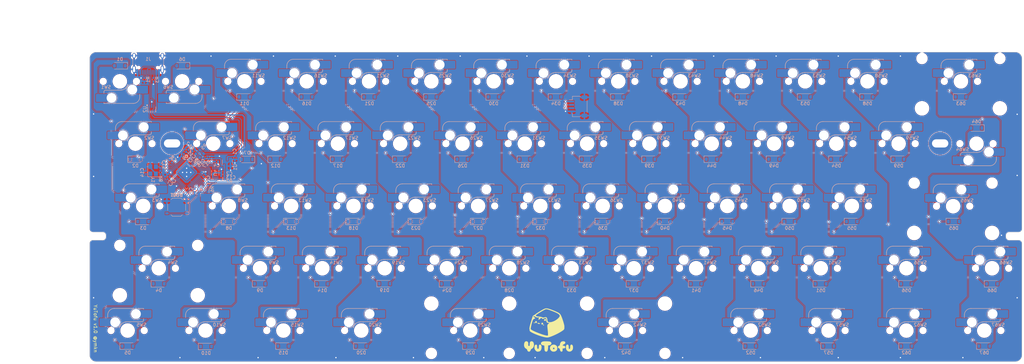
<source format=kicad_pcb>
(kicad_pcb (version 20221018) (generator pcbnew)
  (title_block (title "YuTofu PCB") (date "2024-05-25") (rev "v1.0") (company "@ymkn"))
  (layers (0 "F.Cu" signal) (31 "B.Cu" signal) (34 "B.Paste" user) (35 "F.Paste" user) (36 "B.SilkS" user "B.Silkscreen") (37 "F.SilkS" user "F.Silkscreen") (38 "B.Mask" user) (39 "F.Mask" user) (44 "Edge.Cuts" user))
  (net 0 "")
  (net 1 "ROW0")
  (net 2 "Net-(D1-A)")
  (net 3 "Net-(D2-A)")
  (net 4 "Net-(D3-A)")
  (net 5 "Net-(D4-A)")
  (net 6 "Net-(D5-A)")
  (net 7 "ROW1")
  (net 8 "Net-(D6-A)")
  (net 9 "Net-(D7-A)")
  (net 10 "Net-(D8-A)")
  (net 11 "Net-(D9-A)")
  (net 12 "ROW2")
  (net 13 "Net-(D10-A)")
  (net 14 "Net-(D11-A)")
  (net 15 "Net-(D12-A)")
  (net 16 "Net-(D13-A)")
  (net 17 "ROW3")
  (net 18 "Net-(D14-A)")
  (net 19 "Net-(D15-A)")
  (net 20 "Net-(D16-A)")
  (net 21 "Net-(D17-A)")
  (net 22 "ROW4")
  (net 23 "Net-(D18-A)")
  (net 24 "Net-(D19-A)")
  (net 25 "Net-(D20-A)")
  (net 26 "GND")
  (net 27 "Net-(J1-CC1)")
  (net 29 "Net-(J1-CC2)")
  (net 31 "BOOT")
  (net 32 "+3V3")
  (net 33 "XIN")
  (net 34 "XOUT")
  (net 35 "+1V1")
  (net 36 "QSPI_SD3")
  (net 37 "QSPI_SCLK")
  (net 38 "QSPI_SD0")
  (net 39 "QSPI_SD2")
  (net 40 "QSPI_SD1")
  (net 41 "QSPI_SS")
  (net 42 "COL0")
  (net 43 "COL1")
  (net 44 "COL2")
  (net 45 "COL3")
  (net 46 "COL4")
  (net 47 "+5V")
  (net 48 "USB_D+")
  (net 49 "USB_D-")
  (net 50 "Net-(U3-USB_DP)")
  (net 51 "Net-(U3-USB_DM)")
  (net 64 "Net-(C15-Pad2)")
  (net 65 "Net-(D21-A)")
  (net 66 "Net-(D22-A)")
  (net 67 "Net-(D23-A)")
  (net 68 "Net-(D24-A)")
  (net 69 "Net-(D25-A)")
  (net 70 "Net-(D26-A)")
  (net 71 "Net-(D27-A)")
  (net 72 "Net-(D28-A)")
  (net 73 "Net-(D29-A)")
  (net 74 "Net-(D30-A)")
  (net 75 "Net-(D31-A)")
  (net 76 "Net-(D32-A)")
  (net 77 "Net-(D33-A)")
  (net 78 "Net-(D34-A)")
  (net 79 "Net-(D35-A)")
  (net 80 "Net-(D36-A)")
  (net 81 "Net-(D37-A)")
  (net 82 "Net-(D38-A)")
  (net 83 "Net-(D39-A)")
  (net 84 "Net-(D40-A)")
  (net 85 "Net-(D41-A)")
  (net 86 "Net-(D42-A)")
  (net 87 "Net-(D43-A)")
  (net 88 "Net-(D44-A)")
  (net 89 "Net-(D45-A)")
  (net 90 "Net-(D46-A)")
  (net 91 "Net-(D48-A)")
  (net 92 "Net-(D49-A)")
  (net 93 "Net-(D50-A)")
  (net 94 "Net-(D51-A)")
  (net 95 "Net-(D52-A)")
  (net 96 "Net-(D53-A)")
  (net 97 "Net-(D54-A)")
  (net 98 "Net-(D55-A)")
  (net 99 "Net-(D56-A)")
  (net 100 "Net-(D57-A)")
  (net 101 "Net-(D58-A)")
  (net 102 "Net-(D59-A)")
  (net 103 "Net-(D64-A)")
  (net 104 "Net-(D62-A)")
  (net 105 "Net-(D63-A)")
  (net 106 "Net-(D65-A)")
  (net 107 "Net-(D66-A)")
  (net 108 "Net-(D67-A)")
  (net 109 "COL5")
  (net 110 "COL6")
  (net 111 "COL7")
  (net 112 "COL8")
  (net 113 "COL9")
  (net 114 "COL10")
  (net 115 "COL11")
  (net 116 "COL12")
  (net 117 "COL13")
  (footprint "hole:PKRH" (layer "F.Cu") (at 120.75 76.125)
    (fp_text reference "" hide)
    (fp_text value "" hide)
  )
  (footprint "logo:yutofu_icon" (layer "F.Cu") (at 235.184042 130.926416)
    (fp_text reference "G***" hide)
    (fp_text value "LOGO" hide)
  )
  (footprint "hole:PKRH" (layer "F.Cu") (at 355.6 76.125)
    (fp_text reference "" hide)
    (fp_text value ">VALUE" hide)
  )
  (footprint "PCM_marbastlib-mx:STAB_MX_2.25u" (layer "F.Cu") (at 211.93125 133.35 180)
    (fp_text reference "REF**" hide)
    (fp_text value "STAB_MX_2.25u")
  )
  (footprint "PCM_marbastlib-mx:STAB_MX_2.75u" (layer "F.Cu") (at 259.55625 133.35 180)
    (fp_text reference "REF**" hide)
    (fp_text value "STAB_MX_2.75u")
  )
  (footprint "PCM_marbastlib-mx:STAB_MX_2u" (layer "F.Cu") (at 361.95 57.15)
    (fp_text reference "REF**" hide)
    (fp_text value "STAB_MX_2u")
  )
  (footprint "PCM_marbastlib-mx:STAB_MX_2.25u" (layer "F.Cu") (at 116.68125 114.3)
    (fp_text reference "REF**" hide)
    (fp_text value "STAB_MX_2.25u")
  )
  (footprint "logo:yutofu_logo" (layer "F.Cu") (at 235.851382 137.972288)
    (fp_text reference "G***" hide)
    (fp_text value "LOGO" hide)
  )
  (footprint "PCM_marbastlib-mx:STAB_MX_2.25u" (layer "F.Cu") (at 359.56875 95.25)
    (fp_text reference "REF**" hide)
    (fp_text value "STAB_MX_2.25u")
  )
  (footprint "PCM_marbastlib-mx:SW_MX_HS_CPG151101S11_1u" (layer "B.Cu") (at 204.7875 114.3 180)
    (fp_text reference "SW24")
    (fp_text value "SW_Push")
  )
  (footprint "PCM_marbastlib-mx:SW_MX_HS_CPG151101S11_1u" (layer "B.Cu") (at 211.93125 133.35 180)
    (fp_text reference "SW29")
    (fp_text value "Space")
  )
  (footprint "Capacitor_SMD:C_0402_1005Metric" (layer "B.Cu") (at 119.65 86.025 135)
    (fp_text reference "C3")
    (fp_text value "100nF")
  )
  (footprint "PCM_marbastlib-mx:SW_MX_HS_CPG151101S11_1u" (layer "B.Cu") (at 157.1625 95.25 180)
    (fp_text reference "SW13")
    (fp_text value "SW_Push")
  )
  (footprint "PCM_marbastlib-mx:SW_MX_HS_CPG151101S11_1u" (layer "B.Cu") (at 323.85 76.2 180)
    (fp_text reference "SW54")
    (fp_text value "SW_Push")
  )
  (footprint "Diode_SMD:D_SOD-123" (layer "B.Cu") (at 300.0375 119.0625)
    (fp_text reference "D46")
    (fp_text value "1N4148W")
  )
  (footprint "PCM_marbastlib-mx:SW_MX_HS_CPG151101S11_1u" (layer "B.Cu") (at 209.55 76.2 180)
    (fp_text reference "SW26")
    (fp_text value "SW_Push")
  )
  (footprint "PCM_marbastlib-mx:SW_MX_HS_CPG151101S11_1u" (layer "B.Cu") (at 280.9875 114.3 180)
    (fp_text reference "SW41")
    (fp_text value "SW_Push")
  )
  (footprint "Resistor_SMD:R_0402_1005Metric" (layer "B.Cu") (at 117.15 85.025 -90)
    (fp_text reference "R8")
    (fp_text value "1K")
  )
  (footprint "PCM_marbastlib-mx:SW_MX_HS_CPG151101S11_1u" (layer "B.Cu") (at 161.925 57.15 180)
    (fp_text reference "SW16")
    (fp_text value "SW_Push")
  )
  (footprint "Diode_SMD:D_SOD-123" (layer "B.Cu") (at 171.45 80.9625)
    (fp_text reference "D17")
    (fp_text value "1N4148W")
  )
  (footprint "Diode_SMD:D_SOD-123" (layer "B.Cu") (at 219.075 61.9125)
    (fp_text reference "D30")
    (fp_text value "1N4148W")
  )
  (footprint "PCM_marbastlib-mx:SW_MX_HS_CPG151101S11_1u" (layer "B.Cu") (at 242.8875 114.3 180)
    (fp_text reference "SW33")
    (fp_text value "SW_Push")
  )
  (footprint "Diode_SMD:D_SOD-123" (layer "B.Cu") (at 185.7375 119.025)
    (fp_text reference "D19")
    (fp_text value "1N4148W")
  )
  (footprint "Crystal:Crystal_SMD_3225-4Pin_3.2x2.5mm" (layer "B.Cu") (at 114.95 84.325 90)
    (fp_text reference "Y1")
    (fp_text value "X322512MSB4SI")
  )
  (footprint "PCM_marbastlib-mx:SW_MX_HS_CPG151101S11_1.25u" (layer "B.Cu") (at 154.78125 133.35 180)
    (fp_text reference "SW15")
    (fp_text value "SW_Push")
  )
  (footprint "Capacitor_SMD:C_0402_1005Metric" (layer "B.Cu") (at 136.25 86.125 180)
    (fp_text reference "C13")
    (fp_text value "100nF")
  )
  (footprint "PCM_marbastlib-mx:SW_MX_HS_CPG151101S11_1u" (layer "B.Cu") (at 200.025 57.15 180)
    (fp_text reference "SW25")
    (fp_text value "SW_Push")
  )
  (footprint "Diode_SMD:D_SOD-123" (layer "B.Cu") (at 280.9875 119.0625)
    (fp_text reference "D41")
    (fp_text value "1N4148W")
  )
  (footprint "Resistor_SMD:R_0402_1005Metric" (layer "B.Cu") (at 115.05 56.625 90)
    (fp_text reference "R3")
    (fp_text value "5.1K")
  )
  (footprint "Package_TO_SOT_SMD:SOT-23-3" (layer "B.Cu") (at 137.65 81.925 90)
    (fp_text reference "U1")
    (fp_text value "XC6206P332MR")
  )
  (footprint "Diode_SMD:D_SOD-123" (layer "B.Cu") (at 304.8 80.9625)
    (fp_text reference "D49")
    (fp_text value "1N4148W")
  )
  (footprint "Capacitor_SMD:C_0402_1005Metric" (layer "B.Cu") (at 117.15 83.125 -90)
    (fp_text reference "C15")
    (fp_text value "20pF")
  )
  (footprint "Capacitor_SMD:C_0402_1005Metric" (layer "B.Cu") (at 139.95 80.525 -90)
    (fp_text reference "C1")
    (fp_text value "10uF")
  )
  (footprint "Diode_SMD:D_SOD-123" (layer "B.Cu") (at 359.75 100.0125)
    (fp_text reference "D65")
    (fp_text value "1N4148W")
  )
  (footprint "Diode_SMD:D_SOD-123" (layer "B.Cu") (at 369.09375 138.1125)
    (fp_text reference "D67")
    (fp_text value "1N4148W")
  )
  (footprint "Diode_SMD:D_SOD-123" (layer "B.Cu") (at 314.325 61.9125)
    (fp_text reference "D53")
    (fp_text value "1N4148W")
  )
  (footprint "Diode_SMD:D_SOD-123" (layer "B.Cu") (at 295.275 61.9125)
    (fp_text reference "D48")
    (fp_text value "1N4148W")
  )
  (footprint "PCM_marbastlib-mx:SW_MX_HS_CPG151101S11_1u" (layer "B.Cu") (at 152.4 76.2 180)
    (fp_text reference "SW12")
    (fp_text value "SW_Push")
  )
  (footprint "Diode_SMD:D_SOD-123" (layer "B.Cu") (at 181.05 61.9125)
    (fp_text reference "D21")
    (fp_text value "1N4148W")
  )
  (footprint "PCM_marbastlib-mx:SW_MX_HS_CPG151101S11_1.25u" (layer "B.Cu") (at 130.96875 133.35 180)
    (fp_text reference "SW10")
    (fp_text value "SW_Push")
  )
  (footprint "Diode_SMD:D_SOD-123" (layer "B.Cu") (at 233.3625 100.0125)
    (fp_text reference "D32")
    (fp_text value "1N4148W")
  )
  (footprint "PCM_marbastlib-mx:SW_MX_HS_CPG151101S11_1u" (layer "B.Cu") (at 176.2125 95.25 180)
    (fp_text reference "SW18")
    (fp_text value "SW_Push")
  )
  (footprint "Diode_SMD:D_SOD-123" (layer "B.Cu") (at 238.125 61.9125)
    (fp_text reference "D34")
    (fp_text value "1N4148W")
  )
  (footprint "Resistor_SMD:R_0603_1608Metric" (layer "B.Cu") (at 128.65 78.725 -135)
    (fp_text reference "R5")
    (fp_text value "27")
  )
  (footprint "PCM_marbastlib-mx:SW_MX_HS_CPG151101S11_1u" (layer "B.Cu") (at 180.975 57.15 180)
    (fp_text reference "SW21")
    (fp_text value "SW_Push")
  )
  (footprint "Diode_SMD:D_SOD-123" (layer "B.Cu") (at 257.175 61.9125)
    (fp_text reference "D38")
    (fp_text value "1N4148W")
  )
  (footprint "Diode_SMD:D_SOD-123" (layer "B.Cu") (at 209.55 80.9625)
    (fp_text reference "D26")
    (fp_text value "1N4148W")
  )
  (footprint "Diode_SMD:D_SOD-123" (layer "B.Cu") (at 309.5625 100.0125)
    (fp_text reference "D50")
    (fp_text value "1N4148W")
  )
  (footprint "Diode_SMD:D_SOD-123" (layer "B.Cu") (at 211.93125 138.1125)
    (fp_text reference "D29")
    (fp_text value "1N4148W")
  )
  (footprint "Diode_SMD:D_SOD-123" (layer "B.Cu") (at 247.65 80.9625)
    (fp_text reference "D35")
    (fp_text value "1N4148W")
  )
  (footprint "Diode_SMD:D_SOD-123" (layer "B.Cu") (at 259.55625 138.1125)
    (fp_text reference "D42")
    (fp_text value "1N4148W")
  )
  (footprint "Diode_SMD:D_SOD-123" (layer "B.Cu") (at 361.95 61.9125)
    (fp_text reference "D63")
    (fp_text value "1N4148W")
  )
  (footprint "PCM_marbastlib-mx:SW_MX_HS_CPG151101S11_1.25u" (layer "B.Cu") (at 107.15625 133.35 180)
    (fp_text reference "SW5")
    (fp_text value "SW_Push")
  )
  (footprint "Diode_SMD:D_SOD-123" (layer "B.Cu") (at 204.7875 119.0625)
    (fp_text reference "D24")
    (fp_text value "1N4148W")
  )
  (footprint "Diode_SMD:D_SOD-123" (layer "B.Cu") (at 342.9 80.9625)
    (fp_text reference "D59")
    (fp_text value "1N4148W")
  )
  (footprint "Capacitor_SMD:C_0402_1005Metric" (layer "B.Cu") (at 124 79.675 -135)
    (fp_text reference "C9")
    (fp_text value "100nF")
  )
  (footprint "PCM_marbastlib-mx:SW_MX_HS_CPG151101S11_1.5u" (layer "B.Cu") (at 366.7125 76.2)
    (fp_text reference "SW64")
    (fp_text value "Backslash")
  )
  (footprint "Diode_SMD:D_SOD-123" (layer "B.Cu") (at 285.75 80.9625)
    (fp_text reference "D44")
    (fp_text value "1N4148W")
  )
  (footprint "Diode_SMD:D_SOD-123" (layer "B.Cu") (at 116.68125 119.0625)
    (fp_text reference "D4")
    (fp_text value "1N4148W")
  )
  (footprint "Diode_SMD:D_SOD-123" (layer "B.Cu") (at 195.2625 100.0125)
    (fp_text reference "D23")
    (fp_text value "1N4148W")
  )
  (footprint "Capacitor_SMD:C_0402_1005Metric" (layer "B.Cu") (at 124.7 78.375 135)
    (fp_text reference "C10")
    (fp_text value "100nF")
  )
  (footprint "Diode_SMD:D_SOD-123" (layer "B.Cu") (at 166.6875 119.0625)
    (fp_text reference "D14")
    (fp_text value "1N4148W")
  )
  (footprint "PCM_marbastlib-mx:SW_MX_HS_CPG151101S11_1u" (layer "B.Cu") (at 223.8375 114.3 180)
    (fp_text reference "SW28")
    (fp_text value "SW_Push")
  )
  (footprint "PCM_marbastlib-mx:SW_MX_HS_CPG151101S11_1.75u" (layer "B.Cu") (at 111.91875 95.25 180)
    (fp_text reference "SW3")
    (fp_text value "SW_Push")
  )
  (footprint "PCM_marbastlib-mx:SW_MX_HS_CPG151101S11_1u" (layer "B.Cu") (at 271.4625 95.25 180)
    (fp_text reference "SW40")
    (fp_text value "SW_Push")
  )
  (footprint "Capacitor_SMD:C_0402_1005Metric" (layer "B.Cu") (at 127.35 78.225 45)
    (fp_text reference "C11")
    (fp_text value "1uF")
  )
  (footprint "Diode_SMD:D_SOD-123" (layer "B.Cu") (at 104.775 52.3875 180)
    (fp_text reference "D1")
    (fp_text value "1N4148W")
  )
  (footprint "PCM_marbastlib-mx:SW_MX_HS_CPG151101S11_1u" (layer "B.Cu") (at 185.7375 114.3 180)
    (fp_text reference "SW19")
    (fp_text value "SW_Push")
  )
  (footprint "Diode_SMD:D_SOD-123" (layer "B.Cu") (at 328.6125 100.0125)
    (fp_text reference "D55")
    (fp_text value "1N4148W")
  )
  (footprint "Capacitor_SMD:C_0402_1005Metric" (layer "B.Cu") (at 136.25 85.125 180)
    (fp_text reference "C2")
    (fp_text value "10uF")
  )
  (footprint "PCM_marbastlib-mx:SW_MX_HS_CPG151101S11_1u" (layer "B.Cu") (at 371.475 114.3 180)
    (fp_text reference "SW66")
    (fp_text value "SW_Push")
  )
  (footprint "PCM_marbastlib-mx:SW_MX_HS_CPG151101S11_1u" (layer "B.Cu") (at 252.4125 95.25 180)
    (fp_text reference "SW36")
    (fp_text value "SW_Push")
  )
  (footprint "PCM_marbastlib-mx:SW_MX_HS_CPG151101S11_1u" (layer "B.Cu") (at 328.6125 95.25 180)
    (fp_text reference "SW55")
    (fp_text value "SW_Push")
  )
  (footprint "PCM_marbastlib-mx:SW_MX_HS_CPG151101S11_1u" (layer "B.Cu") (at 123.825 57.15)
    (fp_text reference "SW6")
    (fp_text value "SW_Push")
  )
  (footprint "Resistor_SMD:R_0402_1005Metric" (layer "B.Cu") (at 131.85 88.425 -90)
    (fp_text reference "R6")
    (fp_text value "1KΩ")
  )
  (footprint "PCM_marbastlib-mx:SW_MX_HS_CPG151101S11_1u" (layer "B.Cu") (at 247.65 76.2 180)
    (fp_text reference "SW35")
    (fp_text value "SW_Push")
  )
  (footprint "Resistor_SMD:R_0402_1005Metric" (layer "B.Cu") (at 136.25 87.125)
    (fp_text reference "R7")
    (fp_text value "10kΩ")
  )
  (footprint "PCM_marbastlib-mx:SW_MX_HS_CPG151101S11_1u" (layer "B.Cu") (at 276.225 57.15 180)
    (fp_text reference "SW43")
    (fp_text value "SW_Push")
  )
  (footprint "Diode_SMD:D_SOD-123" (layer "B.Cu") (at 157.1625 100.0125)
    (fp_text reference "D13")
    (fp_text value "1N4148W")
  )
  (footprint "Diode_SMD:D_SOD-123" (layer "B.Cu") (at 107.15625 138.1125)
    (fp_text reference "D5")
    (fp_text value "1N4148W")
  )
  (footprint "PCM_marbastlib-mx:SW_MX_HS_CPG151101S11_1u" (layer "B.Cu") (at 171.45 76.2 180)
    (fp_text reference "SW17")
    (fp_text value "SW_Push")
  )
  (footprint "Diode_SMD:D_SOD-123" (layer "B.Cu") (at 366.7125 71.4375 180)
    (fp_text reference "D64")
    (fp_text value "1N4148W")
  )
  (footprint "PCM_marbastlib-mx:SW_MX_HS_CPG151101S11_1.25u" (layer "B.Cu") (at 297.65625 133.35 180)
    (fp_text reference "SW52")
    (fp_text value "SW_Push")
  )
  (footprint "Diode_SMD:D_SOD-123" (layer "B.Cu") (at 345.28125 119.0625)
    (fp_text reference "D56")
    (fp_text value "1N4148W")
  )
  (footprint "PCM_marbastlib-mx:SW_MX_HS_CPG151101S11_1u" (layer "B.Cu") (at 342.9 76.2 180)
    (fp_text reference "SW59")
    (fp_text value "SW_Push")
  )
  (footprint "PCM_marbastlib-mx:SW_MX_HS_CPG151101S11_1u" (layer "B.Cu") (at 219.075 57.15 180)
    (fp_text reference "SW30")
    (fp_text value "SW_Push")
  )
  (footprint "PCM_marbastlib-mx:SW_MX_HS_CPG151101S11_1u" (layer "B.Cu") (at 116.68125 114.3 180)
    (fp_text reference "SW4")
    (fp_text value "SW_Push")
  )
  (footprint "Diode_SMD:D_SOD-123" (layer "B.Cu") (at 161.925 61.9125)
    (fp_text reference "D16")
    (fp_text value "1N4148W")
  )
  (footprint "PCM_marbastlib-mx:SW_MX_HS_CPG151101S11_1.5u" (layer "B.Cu") (at 109.5375 76.2 180)
    (fp_text reference "SW2")
    (fp_text value "SW_Push")
  )
  (footprint "Diode_SMD:D_SOD-123" (layer "B.Cu") (at 178.59375 138.1125)
    (fp_text reference "D20")
    (fp_text value "1N4148W")
  )
  (footprint "Diode_SMD:D_SOD-123" (layer "B.Cu") (at 111.91875 100.0125)
    (fp_text reference "D3")
    (fp_text value "1N4148W")
  )
  (footprint "PCM_marbastlib-mx:SW_MX_HS_CPG151101S11_1u" (layer "B.Cu") (at 333.375 57.15 180)
    (fp_text reference "SW58")
    (fp_text value "SW_Push")
  )
  (footprint "Capacitor_SMD:C_0402_1005Metric" (layer "B.Cu") (at 131.15 80.425 45)
    (fp_text reference "C16")
    (fp_text value "100nF")
  )
  (footprint "Resistor_SMD:R_0603_1608Metric" (layer "B.Cu") (at 129.75 79.825 -135)
    (fp_text reference "R4")
    (fp_text value "27")
  )
  (footprint "Diode_SMD:D_SOD-123" (layer "B.Cu") (at 252.4125 100.0125)
    (fp_text reference "D36")
    (fp_text value "1N4148W")
  )
  (footprint "Diode_SMD:D_SOD-123" (layer "B.Cu") (at 138.1125 100.0125)
    (fp_text reference "D8")
    (fp_text value "1N4148W")
  )
  (footprint "Diode_SMD:D_SOD-123" (layer "B.Cu") (at 261.9375 119.0625)
    (fp_text reference "D37")
    (fp_text value "1N4148W")
  )
  (footprint "PCM_marbastlib-mx:SW_MX_HS_CPG151101S11_1u" (layer "B.Cu") (at 257.175 57.15 180)
    (fp_text reference "SW38")
    (fp_text value "SW_Push")
  )
  (footprint "Diode_SMD:D_SOD-123" (layer "B.Cu") (at 266.7 80.9625)
    (fp_text reference "D39")
    (fp_text value "1N4148W")
  )
  (footprint "PCM_marbastlib-various:USB_C_Receptacle_HRO_TYPE-C-31-M-12" (layer "B.Cu") (at 113.45 50.345)
    (fp_text reference "J1")
    (fp_text value "TYPE-C-31-M-12")
  )
  (footprint "PCM_marbastlib-mx:SW_MX_HS_CPG151101S11_1u" (layer "B.Cu") (at 166.6875 114.3 180)
    (fp_text reference "SW14")
    (fp_text value "SW_Push")
  )
  (footprint "W25Q16JVUXIQ:W25Q16JVUXIQ_WIN" (layer "B.Cu") (at 133.95 85.125 90)
    (fp_text reference "U4")
    (fp_text value "W25Q16JVUXIQ")
  )
  (footprint "Diode_SMD:D_SOD-123" (layer "B.Cu") (at 319.0875 119.0625)
    (fp_text reference "D51")
    (fp_text value "1N4148W")
  )
  (footprint "Diode_SMD:D_SOD-123" (layer "B.Cu") (at 154.78125 138.1125)
    (fp_text reference "D15")
    (fp_text value "1N4148W")
  )
  (footprint "PCM_marbastlib-mx:SW_MX_HS_CPG151101S11_1u" (layer "B.Cu") (at 147.6375 114.3 180)
    (fp_text reference "SW9")
    (fp_text value "SW_Push")
  )
  (footprint "PCM_marbastlib-mx:SW_MX_HS_CPG151101S11_1u" (layer "B.Cu") (at 133.35 76.2 180)
    (fp_text reference "SW7")
    (fp_text value "SW_Push")
  )
  (footprint "Resistor_SMD:R_0402_1005Metric" (layer "B.Cu") (at 112.25 56.625 -90)
    (fp_text reference "R1")
    (fp_text value "5.1K")
  )
  (footprint "PCM_marbastlib-mx:SW_MX_HS_CPG151101S11_1u" (layer "B.Cu") (at 359.56875 95.325 180)
    (fp_text reference "SW65")
    (fp_text value "Enter")
  )
  (footprint "Diode_SMD:D_SOD-123" (layer "B.Cu") (at 371.475 119.0625)
    (fp_text reference "D66")
    (fp_text value "1N4148W")
  )
  (footprint "PCM_marbastlib-mx:SW_MX_HS_CPG151101S11_1u" (layer "B.Cu") (at 238.125 57.15 180)
    (fp_text reference "SW34")
    (fp_text value "SW_Push")
  )
  (footprint "Capacitor_SMD:C_0402_1005Metric" (layer "B.Cu") (at 120.35 81.625 135)
    (fp_text reference "C8")
    (fp_text value "100nF")
  )
  (footprint "PCM_marbastlib-mx:SW_MX_HS_CPG151101S11_1.25u" (layer "B.Cu") (at 345.28125 133.35 180)
    (fp_text reference "SW62")
    (fp_text value "SW_Push")
  )
  (footprint "Diode_SMD:D_SOD-123" (layer "B.Cu") (at 323.85 80.9625)
    (fp_text reference "D54")
    (fp_text value "1N4148W")
  )
  (footprint "Capacitor_SMD:C_0402_1005Metric" (layer "B.Cu") (at 130.75 86.025 45)
    (fp_text reference "C5")
    (fp_text value "100nF")
  )
  (footprint "PCM_marbastlib-mx:SW_MX_HS_CPG151101S11_1u" (layer "B.Cu") (at 190.5 76.2 180)
    (fp_text reference "SW22")
    (fp_text value "SW_Push")
  )
  (footprint "PCM_marbastlib-mx:SW_MX_HS_CPG151101S11_1u" (layer "B.Cu") (at 304.8 76.2 180)
    (fp_text reference "SW49")
    (fp_text value "SW_Push")
  )
  (footprint "PCM_marbastlib-mx:SW_MX_HS_CPG151101S11_1u" (layer "B.Cu") (at 261.9375 114.3 180)
    (fp_text reference "SW37")
    (fp_text value "SW_Push")
  )
  (footprint "Diode_SMD:D_SOD-123" (layer "B.Cu") (at 214.3125 100.0125)
    (fp_text reference "D27")
    (fp_text value "1N4148W")
  )
  (footprint "PCM_marbastlib-mx:SW_MX_HS_CPG151101S11_1u" (layer "B.Cu") (at 104.775 57.15)
    (fp_text reference "SW1")
    (fp_text value "SW_Push")
  )
  (footprint "PCM_marbastlib-mx:SW_MX_HS_CPG151101S11_1.25u" (layer "B.Cu") (at 178.59375 133.35 180)
    (fp_text reference "SW20")
    (fp_text value "SW_Push")
  )
  (footprint "PCM_marbastlib-mx:SW_MX_HS_CPG151101S11_1u" (layer "B.Cu") (at 295.275 57.15 180)
    (fp_text reference "SW48")
    (fp_text value "SW_Push")
  )
  (footprint "Capacitor_SMD:C_0402_1005Metric" (layer "B.Cu") (at 112.75 85.025 -90)
    (fp_text reference "C14")
    (fp_text value "20pF")
  )
  (footprint "PCM_marbastlib-mx:SW_MX_HS_CPG151101S11_1u" (layer "B.Cu") (at 300.0375 114.3 180)
    (fp_text reference "SW46")
    (fp_text value "SW_Push")
  )
  (footprint "Diode_SMD:D_SOD-123" (layer "B.Cu") (at 271.4625 100.0125)
    (fp_text reference "D40")
    (fp_text value "1N4148W")
  )
  (footprint "PCM_marbastlib-mx:SW_MX_HS_CPG151101S11_1u" (layer "B.Cu") (at 290.5125 95.25 180)
    (fp_text reference "SW45")
    (fp_text value "SW_Push")
  )
  (footprint "PCM_marbastlib-mx:SW_MX_HS_CPG151101S11_1u" (layer "B.Cu") (at 285.75 76.2 180)
    (fp_text reference "SW44")
    (fp_text value "SW_Push")
  )
  (footprint "PCM_marbastlib-mx:SW_MX_HS_CPG151101S11_1.75u" (layer "B.Cu") (at 345.28125 114.3 180)
    (fp_text reference "SW56")
    (fp_text value "SW_Push")
  )
  (footprint "Diode_SMD:D_SOD-123" (layer "B.Cu") (at 131.15 138.225)
    (fp_text reference "D10")
    (fp_text value "1N4148W")
  )
  (footprint "PCM_marbastlib-mx:SW_MX_HS_CPG151101S11_1u" (layer "B.Cu") (at 309.5625 95.25 180)
    (fp_text reference "SW50")
    (fp_text value "SW_Push")
  )
  (footprint "Package_DFN_QFN:QFN-56-1EP_7x7mm_P0.4mm_EP3.2x3.2mm" (layer "B.Cu") (at 125.2 85 135)
    (fp_text reference "U3")
    (fp_text value "RP2040")
  )
  (footprint "PCM_marbastlib-mx:SW_MX_HS_CPG151101S11_1u" (layer "B.Cu") (at 314.325 57.15 180)
    (fp_text reference "SW53")
    (fp_text value "SW_Push")
  )
  (footprint "SMF05CT1G:SOT-363-6_2P2X1P35_ONS" (layer "B.Cu") (at 114.55 65.725 -90)
    (fp_text reference "U2")
    (fp_text value "SMF05CT1G")
  )
  (footprint "Diode_SMD:D_SOD-123" (layer "B.Cu") (at 147.6375 119.0625)
    (fp_text reference "D9")
    (fp_text value "1N4148W")
  )
  (footprint "PCM_marbastlib-mx:SW_MX_HS_CPG151101S11_1u" (layer "B.Cu") (at 228.6 76.2 180)
    (fp_text reference "SW31")
    (fp_text value "SW_Push")
  )
  (footprint "PCM_marbastlib-mx:SW_MX_HS_CPG151101S11_1u" (layer "B.Cu") (at 361.95 57.15 180)
    (fp_text reference "SW63")
    (fp_text value "Backspace")
  )
  (footprint "PCM_marbastlib-mx:SW_MX_HS_CPG151101S11_1u" (layer "B.Cu") (at 233.3625 95.25 180)
    (fp_text reference "SW32")
    (fp_text value "SW_Push")
  )
  (footprint "Diode_SMD:D_SOD-123" (layer "B.Cu") (at 321.46875 138.1125)
    (fp_text reference "D57")
    (fp_text value "1N4148W")
  )
  (footprint "Diode_SMD:D_SOD-123" (layer "B.Cu") (at 228.6 80.9625)
    (fp_text reference "D31")
    (fp_text value "1N4148W")
  )
  (footprint "Capacitor_SMD:C_0402_1005Metric" (layer "B.Cu") (at 134.35 81.625)
    (fp_text reference "C4")
    (fp_text value "100nF")
  )
  (footprint "Diode_SMD:D_SOD-123" (layer "B.Cu") (at 152.4 80.9625)
    (fp_text reference "D12")
    (fp_text value "1N4148W")
  )
  (footprint "Diode_SMD:D_SOD-123" (layer "B.Cu") (at 109.5375 80.9625)
    (fp_text reference "D2")
    (fp_text value "1N4148W")
  )
  (footprint "Diode_SMD:D_SOD-123" (layer "B.Cu") (at 223.8375 119.0625)
    (fp_text reference "D28")
    (fp_text value "1N4148W")
  )
  (footprint "PCM_marbastlib-mx:SW_MX_HS_CPG151101S11_1u" (layer "B.Cu") (at 259.55625 133.35 180)
    (fp_text reference "SW42")
    (fp_text value "SW_Push")
  )
  (footprint "Diode_SMD:D_SOD-123" (layer "B.Cu") (at 142.875 61.9125)
    (fp_text reference "D11")
    (fp_text value "1N4148W")
  )
  (footprint "Diode_SMD:D_SOD-123" (layer "B.Cu") (at 200.025 61.9125)
    (fp_text reference "D25")
    (fp_text value "1N4148W")
  )
  (footprint "Diode_SMD:D_SOD-123" (layer "B.Cu") (at 345.28125 138.1125)
    (fp_text reference "D62")
    (fp_text value "1N4148W")
  )
  (footprint "PCM_marbastlib-mx:SW_MX_HS_CPG151101S11_1u" (layer "B.Cu") (at 138.1125 95.25 180)
    (fp_text reference "SW8")
    (fp_text value "SW_Push")
  )
  (footprint "PCM_marbastlib-mx:SW_MX_HS_CPG151101S11_1u" (layer "B.Cu") (at 142.875 57.15 180)
    (fp_text reference "SW11")
    (fp_text value "SW_Push")
  )
  (footprint "Diode_SMD:D_SOD-123" (layer "B.Cu") (at 123.825 52.3875 180)
    (fp_text reference "D6")
    (fp_text value "1N4148W")
  )
  (footprint "PCM_marbastlib-mx:SW_MX_HS_CPG151101S11_1u" (layer "B.Cu") (at 266.7 76.2 180)
    (fp_text reference "SW39")
    (fp_text value "SW_Push")
  )
  (footprint "Diode_SMD:D_SOD-123" (layer "B.Cu") (at 297.65625 138.1125)
    (fp_text reference "D52")
    (fp_text value "1N4148W")
  )
  (footprint "Capacitor_SMD:C_0402_1005Metric" (layer "B.Cu") (at 118.95 86.725 135)
    (fp_text reference "C7")
    (fp_text value "100nF")
  )
  (footprint "Capacitor_SMD:C_0402_1005Metric" (layer "B.Cu") (at 125.4 77.675 135)
    (fp_text reference "C12")
    (fp_text value "1uF")
  )
  (footprint "Diode_SMD:D_SOD-123" (layer "B.Cu") (at 333.375 61.9125)
    (fp_text reference "D58")
    (fp_text value "1N4148W")
  )
  (footprint "Connector_JST:JST_SH_SM04B-SRSS-TB_1x04-1MP_P1.00mm_Horizontal" (layer "B.Cu") (at 244.95 64.825 -90)
    (fp_text reference "J2")
    (fp_text value "Conn_01x04_MountingPin")
  )
  (footprint "Diode_SMD:D_SOD-123" (layer "B.Cu") (at 276.225 61.9125)
    (fp_text reference "D43")
    (fp_text value "1N4148W")
  )
  (footprint "PCM_marbastlib-mx:SW_MX_HS_CPG151101S11_1u" (layer "B.Cu") (at 319.0875 114.3 180)
    (fp_text reference "SW51")
    (fp_text value "SW_Push")
  )
  (footprint "Diode_SMD:D_SOD-123" (layer "B.Cu") (at 190.5 80.9625)
    (fp_text reference "D22")
    (fp_text value "1N4148W")
  )
  (footprint "PCM_marbastlib-mx:SW_MX_HS_CPG151101S11_1u" (layer "B.Cu") (at 195.2625 95.25 180)
    (fp_text reference "SW23")
    (fp_text value "SW_Push")
  )
  (footprint "Diode_SMD:D_SOD-123" (layer "B.Cu") (at 176.2125 100.0125)
    (fp_text reference "D18")
    (fp_text value "1N4148W")
  )
  (footprint "PCM_marbastlib-mx:SW_MX_HS_CPG151101S11_1u" (layer "B.Cu") (at 214.3125 95.25 180)
    (fp_text reference "SW27")
    (fp_text value "SW_Push")
  )
  (footprint "PCM_marbastlib-mx:SW_MX_HS_CPG151101S11_1.25u" (layer "B.Cu") (at 369.09375 133.35 180)
    (fp_text reference "SW67")
    (fp_text value "SW_Push")
  )
  (footprint "Capacitor_SMD:C_0402_1005Metric" (layer "B.Cu") (at 127.65 90.525 -90)
    (fp_text reference "C6")
    (fp_text value "100nF")
  )
  (footprint "Button_Switch_SMD:SW_Push_1P1T_XKB_TS-1187A" (layer "B.Cu") (at 122.15 95.625 180)
    (fp_text reference "BTN1")
    (fp_text value "TS-1187A-B-A-B")
  )
  (footprint "Capacitor_SMD:C_0402_1005Metric" (layer "B.Cu") (at 132.55 80.425 45)
    (fp_text reference "C17")
    (fp_text value "100nF")
  )
  (footprint "PCM_marbastlib-mx:SW_MX_HS_CPG151101S11_1.25u" (layer "B.Cu") (at 321.46875 133.35 180)
    (fp_text reference "SW57")
    (fp_text value "SW_Push")
  )
  (footprint "Diode_SMD:D_SOD-123" (layer "B.Cu") (at 290.5125 100.0125)
    (fp_text reference "D45")
    (fp_text value "1N4148W")
  )
  (footprint "Diode_SMD:D_SOD-123" (layer "B.Cu") (at 242.8875 119.0625)
    (fp_text reference "D33")
    (fp_text value "1N4148W")
  )
  (footprint "Diode_SMD:D_SOD-123" (layer "B.Cu") (at 143.65 81.025 180)
    (fp_text reference "D7")
    (fp_text value "1N4148W")
  )
  (gr_line locked (start 380.6 140.825) (end 380.6 106.725) (stroke (width 0.1)) (layer "Edge.Cuts"))
  (gr_arc locked (start 376.7 105.725) (mid 375.992893 105.432107) (end 375.7 104.725) (stroke (width 0.1)) (layer "Edge.Cuts"))
  (gr_line locked (start 97.55 142.825) (end 378.6 142.825) (stroke (width 0.1)) (layer "Edge.Cuts"))
  (gr_line locked (start 379.6 105.725) (end 376.7 105.725) (stroke (width 0.1)) (layer "Edge.Cuts"))
  (gr_arc locked (start 97.55 142.825) (mid 96.135786 142.239214) (end 95.55 140.825) (stroke (width 0.1)) (layer "Edge.Cuts"))
  (gr_arc locked (start 95.55 50.225) (mid 96.135786 48.810786) (end 97.55 48.225) (stroke (width 0.1)) (layer "Edge.Cuts"))
  (gr_arc locked (start 379.6 105.725) (mid 380.307107 106.017893) (end 380.6 106.725) (stroke (width 0.1)) (layer "Edge.Cuts"))
  (gr_arc (start 100.55 104.725) (mid 100.257107 105.432107) (end 99.55 105.725) (stroke (width 0.1)) (layer "Edge.Cuts"))
  (gr_line locked (start 380.6 102.225) (end 380.6 50.225) (stroke (width 0.1)) (layer "Edge.Cuts"))
  (gr_arc locked (start 378.6 48.225) (mid 380.014214 48.810786) (end 380.6 50.225) (stroke (width 0.1)) (layer "Edge.Cuts"))
  (gr_arc locked (start 96.55 103.225) (mid 95.842893 102.932107) (end 95.55 102.225) (stroke (width 0.1)) (layer "Edge.Cuts"))
  (gr_line (start 95.55 106.727107) (end 95.55 140.825) (stroke (width 0.1)) (layer "Edge.Cuts"))
  (gr_line (start 100.55 104.725) (end 100.55 104.225) (stroke (width 0.1)) (layer "Edge.Cuts"))
  (gr_line locked (start 96.55 103.225) (end 99.55 103.225) (stroke (width 0.1)) (layer "Edge.Cuts"))
  (gr_line locked (start 375.7 104.225) (end 375.7 104.725) (stroke (width 0.1)) (layer "Edge.Cuts"))
  (gr_arc locked (start 375.7 104.225) (mid 375.992893 103.517893) (end 376.7 103.225) (stroke (width 0.1)) (layer "Edge.Cuts"))
  (gr_line locked (start 95.55 50.225) (end 95.55 102.225) (stroke (width 0.1)) (layer "Edge.Cuts"))
  (gr_arc (start 95.55 106.727107) (mid 95.843067 106.021021) (end 96.55 105.730004) (stroke (width 0.1)) (layer "Edge.Cuts"))
  (gr_arc locked (start 99.55 103.225) (mid 100.257107 103.517893) (end 100.55 104.225) (stroke (width 0.1)) (layer "Edge.Cuts"))
  (gr_line locked (start 379.6 103.225) (end 376.7 103.225) (stroke (width 0.1)) (layer "Edge.Cuts"))
  (gr_arc locked (start 380.6 140.825) (mid 380.014214 142.239214) (end 378.6 142.825) (stroke (width 0.1)) (layer "Edge.Cuts"))
  (gr_arc locked (start 380.6 102.225) (mid 380.307107 102.932107) (end 379.6 103.225) (stroke (width 0.1)) (layer "Edge.Cuts"))
  (gr_line locked (start 378.6 48.225) (end 97.55 48.225) (stroke (width 0.1)) (layer "Edge.Cuts"))
  (gr_line locked (start 96.55 105.725) (end 99.55 105.725) (stroke (width 0.1)) (layer "Edge.Cuts"))
  (gr_text "." (at 112.55 64.725) (layer "B.SilkS") (effects (font (size 1.5 1.5) (thickness 0.3) bold) (justify left bottom)))
  (gr_text "BOOT" (at 124.15 92.525) (layer "B.SilkS") (effects (font (size 1 1)) (justify left bottom mirror)))
  (gr_text "YuTofu v1.0 @ymkn" (at 96.75 125.325 270) (layer "F.SilkS") (effects (font (size 1 1)) (justify left bottom)))
  (segment (start 290.85 60.025) (end 271.75 60.025) (width 0.2) (layer "F.Cu") (net 1))
  (segment (start 329.05 60.025) (end 358.55 60.025) (width 0.2) (layer "F.Cu") (net 1))
  (segment (start 329.05 60.025) (end 309.95 60.025) (width 0.2) (layer "F.Cu") (net 1))
  (segment (start 252.85 60.025) (end 233.65 60.025) (width 0.2) (layer "F.Cu") (net 1))
  (segment (start 195.55 60.025) (end 176.55 60.025) (width 0.2) (layer "F.Cu") (net 1))
  (segment (start 157.45 60.025) (end 138.45 60.025) (width 0.2) (layer "F.Cu") (net 1))
  (segment (start 102.15 67.225) (end 102.95 66.425) (width 0.2) (layer "F.Cu") (net 1))
  (segment (start 103.05 80.825) (end 118.300182 80.825) (width 0.2) (layer "F.Cu") (net 1))
  (segment (start 309.95 60.025) (end 290.85 60.025) (width 0.2) (layer "F.Cu") (net 1))
  (segment (start 118.300182 80.825) (end 119.050012 81.57483) (width 0.2) (layer "F.Cu") (net 1))
  (segment (start 271.75 60.025) (end 252.85 60.025) (width 0.2) (layer "F.Cu") (net 1))
  (segment (start 133.45 62.325) (end 135.75 60.025) (width 0.2) (layer "F.Cu") (net 1))
  (segment (start 102.15 69.325) (end 102.15 79.925) (width 0.2) (layer "F.Cu") (net 1))
  (segment (start 129.35 66.425) (end 133.45 62.325) (width 0.2) (layer "F.Cu") (net 1))
  (segment (start 102.15 79.925) (end 103.05 80.825) (width 0.2) (layer "F.Cu") (net 1))
  (segment (start 214.65 60.025) (end 195.55 60.025) (width 0.2) (layer "F.Cu") (net 1))
  (segment (start 102.95 66.425) (end 129.35 66.425) (width 0.2) (layer "F.Cu") (net 1))
  (segment (start 233.65 60.025) (end 214.65 60.025) (width 0.2) (layer "F.Cu") (net 1))
  (segment (start 102.15 69.325) (end 102.15 67.225) (width 0.2) (layer "F.Cu") (net 1))
  (segment (start 176.55 60.025) (end 157.45 60.025) (width 0.2) (layer "F.Cu") (net 1))
  (segment (start 135.75 60.025) (end 138.45 60.025) (width 0.2) (layer "F.Cu") (net 1))
  (via (at 358.45 60.025) (size 0.8) (drill 0.4) (layers "F.Cu" "B.Cu") (net 1))
  (via (at 329.05 60.025) (size 0.8) (drill 0.4) (layers "F.Cu" "B.Cu") (net 1))
  (via (at 102.15 69.325) (size 0.8) (drill 0.4) (layers "F.Cu" "B.Cu") (net 1))
  (via (at 119.050012 81.57483) (size 0.8) (drill 0.4) (layers "F.Cu" "B.Cu") (net 1))
  (via (at 233.65 60.025) (size 0.8) (drill 0.4) (layers "F.Cu" "B.Cu") (net 1))
  (via (at 290.85 60.025) (size 0.8) (drill 0.4) (layers "F.Cu" "B.Cu") (net 1))
  (via (at 309.95 60.025) (size 0.8) (drill 0.4) (layers "F.Cu" "B.Cu") (net 1))
  (via (at 271.75 60.025) (size 0.8) (drill 0.4) (layers "F.Cu" "B.Cu") (net 1))
  (via (at 157.45 60.025) (size 0.8) (drill 0.4) (layers "F.Cu" "B.Cu") (net 1))
  (via (at 252.85 60.025) (size 0.8) (drill 0.4) (layers "F.Cu" "B.Cu") (net 1))
  (via (at 133.45 62.325) (size 0.8) (drill 0.4) (layers "F.Cu" "B.Cu") (net 1))
  (via (at 195.55 60.025) (size 0.8) (drill 0.4) (layers "F.Cu" "B.Cu") (net 1))
  (via (at 214.65 60.025) (size 0.8) (drill 0.4) (layers "F.Cu" "B.Cu") (net 1))
  (via (at 138.45 60.025) (size 0.8) (drill 0.4) (layers "F.Cu" "B.Cu") (net 1))
  (via (at 176.55 60.025) (size 0.8) (drill 0.4) (layers "F.Cu" "B.Cu") (net 1))
  (segment (start 132.8125 52.3875) (end 133.45 53.025) (width 0.2) (layer "B.Cu") (net 1))
  (segment (start 274.575 61.9125) (end 273.6375 61.9125) (width 0.2) (layer "B.Cu") (net 1))
  (segment (start 358.45 60.025) (end 360.3 61.875) (width 0.2) (layer "B.Cu") (net 1))
  (segment (start 119.19983 81.57483) (end 120.198614 82.573614) (width 0.2) (layer "B.Cu") (net 1))
  (segment (start 107.65 51.925) (end 107.1875 52.3875) (width 0.2) (layer "B.Cu") (net 1))
  (segment (start 292.7375 61.9125) (end 290.85 60.025) (width 0.2) (layer "B.Cu") (net 1))
  (segment (start 96.45 51.525) (end 97.65 50.325) (width 0.2) (layer "B.Cu") (net 1))
  (segment (start 178.4375 61.9125) (end 176.55 60.025) (width 0.2) (layer "B.Cu") (net 1))
  (segment (start 160.275 61.9125) (end 159.3375 61.9125) (width 0.2) (layer "B.Cu") (net 1))
  (segment (start 120.793715 82.573614) (end 121.779371 83.55927) (width 0.2) (layer "B.Cu") (net 1))
  (segment (start 97.65 50.325) (end 107.15 50.325) (width 0.2) (layer "B.Cu") (net 1))
  (segment (start 107.1875 52.3875) (end 106.425 52.3875) (width 0.2) (layer "B.Cu") (net 1))
  (segment (start 133.45 53.025) (end 133.45 62.325) (width 0.2) (layer "B.Cu") (net 1))
  (segment (start 254.7375 61.9125) (end 252.85 60.025) (width 0.2) (layer "B.Cu") (net 1))
  (segment (start 273.6375 61.9125) (end 271.75 60.025) (width 0.2) (layer "B.Cu") (net 1))
  (segment (start 236.475 61.9125) (end 235.5375 61.9125) (width 0.2) (layer "B.Cu") (net 1))
  (segment (start 311.8375 61.9125) (end 309.95 60.025) (width 0.2) (layer "B.Cu") (net 1))
  (segment (start 107.65 50.825) (end 107.65 51.925) (width 0.2) (layer "B.Cu") (net 1))
  (segment (start 235.5375 61.9125) (end 233.65 60.025) (width 0.2) (layer "B.Cu") (net 1))
  (segment (start 312.675 61.9125) (end 311.8375 61.9125) (width 0.2) (layer "B.Cu") (net 1))
  (segment (start 179.4 61.9125) (end 178.4375 61.9125) (width 0.2) (layer "B.Cu") (net 1))
  (segment (start 293.625 61.9125) (end 292.7375 61.9125) (width 0.2) (layer "B.Cu") (net 1))
  (segment (start 102.15 69.325) (end 99.25 66.425) (width 0.2) (layer "B.Cu") (net 1))
  (segment (start 97.45 66.425) (end 96.45 65.425) (width 0.2) (layer "B.Cu") (net 1))
  (segment (start 96.45 65.425) (end 96.45 51.525) (width 0.2) (layer "B.Cu") (net 1))
  (segment (start 197.4375 61.9125) (end 195.55 60.025) (width 0.2) (layer "B.Cu") (net 1))
  (segment (start 140.3375 61.9125) (end 138.45 60.025) (width 0.2) (layer "B.Cu") (net 1))
  (segment (start 331.725 61.9125) (end 330.9375 61.9125) (width 0.2) (layer "B.Cu") (net 1))
  (segment (start 159.3375 61.9125) (end 157.45 60.025) (width 0.2) (layer "B.Cu") (net 1))
  (segment (start 119.050012 81.57483) (end 119.19983 81.57483) (width 0.2) (layer "B.Cu") (net 1))
  (segment (start 125.475 52.3875) (end 132.8125 52.3875) (width 0.2) (layer "B.Cu") (net 1))
  (segment (start 198.375 61.9125) (end 197.4375 61.9125) (width 0.2) (layer "B.Cu") (net 1))
  (segment (start 216.5375 61.9125) (end 214.65 60.025) (width 0.2) (layer "B.Cu") (net 1))
  (segment (start 107.15 50.325) (end 107.65 50.825) (width 0.2) (layer "B.Cu") (net 1))
  (segment (start 255.525 61.9125) (end 254.7375 61.9125) (width 0.2) (layer "B.Cu") (net 1))
  (segment (start 99.25 66.425) (end 97.45 66.425) (width 0.2) (layer "B.Cu") (net 1))
  (segment (start 330.9375 61.9125) (end 329.05 60.025) (width 0.2) (layer "B.Cu") (net 1))
  (segment (start 141.225 61.9125) (end 140.3375 61.9125) (width 0.2) (layer "B.Cu") (net 1))
  (segment (start 360.3 61.875) (end 360.3 61.9125) (width 0.2) (layer "B.Cu") (net 1))
  (segment (start 217.425 61.9125) (end 216.5375 61.9125) (width 0.2) (layer "B.Cu") (net 1))
  (segment (start 120.198614 82.573614) (end 120.793715 82.573614) (width 0.2) (layer "B.Cu") (net 1))
  (segment (start 98.6875 52.3875) (end 103.125 52.3875) (width 0.2) (layer "B.Cu") (net 2))
  (segment (start 98.15 52.925) (end 98.6875 52.3875) (width 0.2) (layer "B.Cu") (net 2))
  (segment (start 98.933 62.23) (end 98.15 61.447) (width 0.2) (layer "B.Cu") (net 2))
  (segment (start 98.15 61.447) (end 98.15 52.925) (width 0.2) (layer "B.Cu") (net 2))
  (segment (start 115.3795 71.12) (end 112.65 73.8495) (width 0.2) (layer "B.Cu") (net 3))
  (segment (start 112.65 79.5) (end 111.1875 80.9625) (width 0.2) (layer "B.Cu") (net 3))
  (segment (start 112.65 73.8495) (end 112.65 79.5) (width 0.2) (layer "B.Cu") (net 3))
  (segment (start 117.76075 90.17) (end 115.15 92.78075) (width 0.2) (layer "B.Cu") (net 4))
  (segment (start 115.15 92.78075) (end 115.15 98.43125) (width 0.2) (layer "B.Cu") (net 4))
  (segment (start 115.15 98.43125) (end 113.56875 100.0125) (width 0.2) (layer "B.Cu") (net 4))
  (segment (start 122.77125 109.22) (end 122.77125 110.50375) (width 0.2) (layer "B.Cu") (net 5))
  (segment (start 119.85 117.54375) (end 118.33125 119.0625) (width 0.2) (layer "B.Cu") (net 5))
  (segment (start 119.85 113.425) (end 119.85 117.54375) (width 0.2) (layer "B.Cu") (net 5))
  (segment (start 122.77125 110.50375) (end 119.85 113.425) (width 0.2) (layer "B.Cu") (net 5))
  (segment (start 113.46125 128.485) (end 113.46125 129.91375) (width 0.2) (layer "B.Cu") (net 6))
  (segment (start 110.25 136.66875) (end 108.80625 138.1125) (width 0.2) (layer "B.Cu") (net 6))
  (segment (start 110.25 133.125) (end 110.25 136.66875) (width 0.2) (layer "B.Cu") (net 6))
  (segment (start 113.46125 129.91375) (end 110.25 133.125) (width 0.2) (layer "B.Cu") (net 6))
  (segment (start 113.24625 128.27) (end 113.46125 128.485) (width 0.2) (layer "B.Cu") (net 6))
  (segment (start 243.15 79.025) (end 224.15 79.025) (width 0.2) (layer "F.Cu") (net 7))
  (segment (start 143.15 79.025) (end 144.85 79.025) (width 0.2) (layer "F.Cu") (net 7))
  (segment (start 300.35 79.025) (end 281.35 79.025) (width 0.2) (layer "F.Cu") (net 7))
  (segment (start 119.45 80.475) (end 119.45 80.425) (width 0.2) (layer "F.Cu") (net 7))
  (segment (start 147.95 79.025) (end 144.85 79.025) (width 0.2) (layer "F.Cu") (net 7))
  (segment (start 120.7 70.675) (end 131.494975 70.675) (width 0.2) (layer "F.Cu") (net 7))
  (segment (start 352.25 71.825) (end 350.25 73.825) (width 0.2) (layer "F.Cu") (net 7))
  (segment (start 281.35 79.025) (end 262.25 79.025) (width 0.2) (layer "F.Cu") (net 7))
  (segment (start 224.15 79.025) (end 205.15 79.025) (width 0.2) (layer "F.Cu") (net 7))
  (segment (start 133.994975 73.175) (end 139.5 73.175) (width 0.2) (layer "F.Cu") (net 7))
  (segment (start 116.85 74.525) (end 120.7 70.675) (width 0.2) (layer "F.Cu") (net 7))
  (segment (start 359.65 68.725) (end 356.55 71.825) (width 0.2) (layer "F.Cu") (net 7))
  (segment (start 120.3 80.475) (end 112.1 80.475) (width 0.2) (layer "F.Cu") (net 7))
  (segment (start 139.5 73.175) (end 142.65 76.325) (width 0.2) (layer "F.Cu") (net 7))
  (segment (start 368.45 68.725) (end 359.65 68.725) (width 0.2) (layer "F.Cu") (net 7))
  (segment (start 350.25 78.525) (end 349.75 79.025) (width 0.2) (layer "F.Cu") (net 7))
  (segment (start 142.65 76.325) (end 142.65 78.525) (width 0.2) (layer "F.Cu") (net 7))
  (segment (start 319.35 79.025) (end 300.35 79.025) (width 0.2) (layer "F.Cu") (net 7))
  (segment (start 119.45 80.425) (end 116.85 77.825) (width 0.2) (layer "F.Cu") (net 7))
  (segment (start 262.25 79.025) (end 243.15 79.025) (width 0.2) (layer "F.Cu") (net 7))
  (segment (start 368.45 68.625) (end 368.45 68.725) (width 0.2) (layer "F.Cu") (net 7))
  (segment (start 131.494975 70.675) (end 133.994975 73.175) (width 0.2) (layer "F.Cu") (net 7))
  (segment (start 205.15 79.025) (end 186.05 79.025) (width 0.2) (layer "F.Cu") (net 7))
  (segment (start 116.85 77.825) (end 116.85 74.525) (width 0.2) (layer "F.Cu") (net 7))
  (segment (start 121.45 81.625) (end 120.3 80.475) (width 0.2) (layer "F.Cu") (net 7))
  (segment (start 186.05 79.025) (end 166.95 79.025) (width 0.2) (layer "F.Cu") (net 7))
  (segment (start 349.75 79.025) (end 338.55 79.025) (width 0.2) (layer "F.Cu") (net 7))
  (segment (start 121.75 81.625) (end 121.45 81.625) (width 0.2) (layer "F.Cu") (net 7))
  (segment (start 338.55 79.025) (end 319.35 79.025) (width 0.2) (layer "F.Cu") (net 7))
  (segment (start 142.65 78.525) (end 143.15 79.025) (width 0.2) (layer "F.Cu") (net 7))
  (segment (start 166.95 79.025) (end 147.95 79.025) (width 0.2) (layer "F.Cu") (net 7))
  (segment (start 350.25 73.825) (end 350.25 78.525) (width 0.2) (layer "F.Cu") (net 7))
  (segment (start 112.1 80.475) (end 111.65 80.025) (width 0.2) (layer "F.Cu") (net 7))
  (segment (start 111.65 80.025) (end 110.25 80.025) (width 0.2) (layer "F.Cu") (net 7))
  (segment (start 356.55 71.825) (end 352.25 71.825) (width 0.2) (layer "F.Cu") (net 7))
  (via (at 224.15 79.025) (size 0.8) (drill 0.4) (layers "F.Cu" "B.Cu") (net 7))
  (via (at 300.35 79.025) (size 0.8) (drill 0.4) (layers "F.Cu" "B.Cu") (net 7))
  (via (at 205.15 79.025) (size 0.8) (drill 0.4) (layers "F.Cu" "B.Cu") (net 7))
  (via (at 110.25 80.025) (size 0.8) (drill 0.4) (layers "F.Cu" "B.Cu") (net 7))
  (via (at 166.95 79.025) (size 0.8) (drill 0.4) (layers "F.Cu" "B.Cu") (net 7))
  (via (at 319.35 79.025) (size 0.8) (drill 0.4) (layers "F.Cu" "B.Cu") (net 7))
  (via (at 338.55 79.025) (size 0.8) (drill 0.4) (layers "F.Cu" "B.Cu") (net 7))
  (via (at 281.35 79.025) (size 0.8) (drill 0.4) (layers "F.Cu" "B.Cu") (net 7))
  (via (at 262.25 79.025) (size 0.8) (drill 0.4) (layers "F.Cu" "B.Cu") (net 7))
  (via (at 121.75 81.625) (size 0.8) (drill 0.4) (layers "F.Cu" "B.Cu") (net 7))
  (via (at 147.95 79.025) (size 0.8) (drill 0.4) (layers "F.Cu" "B.Cu") (net 7))
  (via (at 144.85 79.025) (size 0.8) (drill 0.4) (layers "F.Cu" "B.Cu") (net 7))
  (via (at 186.05 79.025) (size 0.8) (drill 0.4) (layers "F.Cu" "B.Cu") (net 7))
  (via (at 243.15 79.025) (size 0.8) (drill 0.4) (layers "F.Cu" "B.Cu") (net 7))
  (via (at 368.45 68.725) (size 0.8) (drill 0.4) (layers "F.Cu" "B.Cu") (net 7))
  (segment (start 283.2875 80.9625) (end 281.35 79.025) (width 0.2) (layer "B.Cu") (net 7))
  (segment (start 264.1875 80.9625) (end 262.25 79.025) (width 0.2) (layer "B.Cu") (net 7))
  (segment (start 110.25 80.025) (end 108.825 80.025) (width 0.2) (layer "B.Cu") (net 7))
  (segment (start 121.55 81.825) (end 121.55 82.198529) (width 0.2) (layer "B.Cu") (net 7))
  (segment (start 207.0875 80.9625) (end 205.15 79.025) (width 0.2) (layer "B.Cu") (net 7))
  (segment (start 321.2875 80.9625) (end 319.35 79.025) (width 0.2) (layer "B.Cu") (net 7))
  (segment (start 121.55 82.198529) (end 122.345056 82.993585) (width 0.2) (layer "B.Cu") (net 7))
  (segment (start 368.3625 68.8125) (end 368.3625 71.4375) (width 0.2) (layer "B.Cu") (net 7))
  (segment (start 368.45 68.725) (end 368.3625 68.8125) (width 0.2) (layer "B.Cu") (net 7))
  (segment (start 188.85 80.9625) (end 187.9875 80.9625) (width 0.2) (layer "B.Cu") (net 7))
  (segment (start 226.95 80.9625) (end 226.0875 80.9625) (width 0.2) (layer "B.Cu") (net 7))
  (segment (start 340.4875 80.9625) (end 338.55 79.025) (width 0.2) (layer "B.Cu") (net 7))
  (segment (start 145.3 81.025) (end 145.3 79.475) (width 0.2) (layer "B.Cu") (net 7))
  (segment (start 149.8875 80.9625) (end 147.95 79.025) (width 0.2) (layer "B.Cu") (net 7))
  (segment (start 121.75 81.625) (end 121.55 81.825) (width 0.2) (layer "B.Cu") (net 7))
  (segment (start 145.3 79.475) (end 144.85 79.025) (width 0.2) (layer "B.Cu") (net 7))
  (segment (start 265.05 80.9625) (end 264.1875 80.9625) (width 0.2) (layer "B.Cu") (net 7))
  (segment (start 322.2 80.9625) (end 321.2875 80.9625) (width 0.2) (layer "B.Cu") (net 7))
  (segment (start 303.15 80.9625) (end 302.2875 80.9625) (width 0.2) (layer "B.Cu") (net 7))
  (segment (start 246 80.9625) (end 245.0875 80.9625) (width 0.2) (layer "B.Cu") (net 7))
  (segment (start 150.75 80.9625) (end 149.8875 80.9625) (width 0.2) (layer "B.Cu") (net 7))
  (segment (start 245.0875 80.9625) (end 243.15 79.025) (width 0.2) (layer "B.Cu") (net 7))
  (segment (start 169.8 80.9625) (end 168.8875 80.9625) (width 0.2) (layer "B.Cu") (net 7))
  (segment (start 341.25 80.9625) (end 340.4875 80.9625) (width 0.2) (layer "B.Cu") (net 7))
  (segment (start 187.9875 80.9625) (end 186.05 79.025) (width 0.2) (layer "B.Cu") (net 7))
  (segment (start 284.1 80.9625) (end 283.2875 80.9625) (width 0.2) (layer "B.Cu") (net 7))
  (segment (start 207.9 80.9625) (end 207.0875 80.9625) (width 0.2) (layer "B.Cu") (net 7))
  (segment (start 302.2875 80.9625) (end 300.35 79.025) (width 0.2) (layer "B.Cu") (net 7))
  (segment (start 226.0875 80.9625) (end 224.15 79.025) (width 0.2) (layer "B.Cu") (net 7))
  (segment (start 168.8875 80.9625) (end 166.95 79.025) (width 0.2) (layer "B.Cu") (net 7))
  (segment (start 108.825 80.025) (end 107.8875 80.9625) (width 0.2) (layer "B.Cu") (net 7))
  (segment (start 117.983 60.442) (end 120.65 57.775) (width 0.2) (layer "B.Cu") (net 8))
  (segment (start 120.65 57.775) (end 120.65 52.925) (width 0.2) (layer "B.Cu") (net 8))
  (segment (start 117.983 62.23) (end 117.983 60.442) (width 0.2) (layer "B.Cu") (net 8))
  (segment (start 121.1875 52.3875) (end 122.175 52.3875) (width 0.2) (layer "B.Cu") (net 8))
  (segment (start 120.65 52.925) (end 121.1875 52.3875) (width 0.2) (layer "B.Cu") (net 8))
  (segment (start 142.05 76.725) (end 142.05 79.125) (width 0.2) (layer "F.Cu") (net 9))
  (segment (start 139.25 73.925) (end 142.05 76.725) (width 0.2) (layer "F.Cu") (net 9))
  (via (at 139.25 73.925) (size 0.8) (drill 0.4) (layers "F.Cu" "B.Cu") (net 9))
  (via (at 142.05 79.125) (size 0.8) (drill 0.4) (layers "F.Cu" "B.Cu") (net 9))
  (segment (start 139.192 73.867) (end 139.25 73.925) (width 0.2) (layer "B.Cu") (net 9))
  (segment (start 139.192 71.12) (end 139.192 73.867) (width 0.2) (layer "B.Cu") (net 9))
  (segment (start 142.05 79.125) (end 142.05 80.975) (width 0.2) (layer "B.Cu") (net 9))
  (segment (start 142.05 80.975) (end 142 81.025) (width 0.2) (layer "B.Cu") (net 9))
  (segment (start 141.25 92.8745) (end 141.25 98.525) (width 0.2) (layer "B.Cu") (net 10))
  (segment (start 143.9545 90.17) (end 141.25 92.8745) (width 0.2) (layer "B.Cu") (net 10))
  (segment (start 141.25 98.525) (end 139.7625 100.0125) (width 0.2) (layer "B.Cu") (net 10))
  (segment (start 153.7275 110.1475) (end 150.85 113.025) (width 0.2) (layer "B.Cu") (net 11))
  (segment (start 149.45 117.125) (end 149.45 118.9) (width 0.2) (layer "B.Cu") (net 11))
  (segment (start 150.85 115.725) (end 149.45 117.125) (width 0.2) (layer "B.Cu") (net 11))
  (segment (start 150.85 113.025) (end 150.85 115.725) (width 0.2) (layer "B.Cu") (net 11))
  (segment (start 149.45 118.9) (end 149.2875 119.0625) (width 0.2) (layer "B.Cu") (net 11))
  (segment (start 153.7275 109.22) (end 153.7275 110.1475) (width 0.2) (layer "B.Cu") (net 11))
  (segment (start 118.049966 82.61994) (end 118.049966 83.387548) (width 0.2) (layer "F.Cu") (net 12))
  (segment (start 104.1 81.875) (end 117.305026 81.875) (width 0.2) (layer "F.Cu") (net 12))
  (segment (start 118.049966 83.387548) (end 119.048554 84.386136) (width 0.2) (layer "F.Cu") (net 12))
  (segment (start 102.75 95.125) (end 102.75 83.225) (width 0.2) (layer "F.Cu") (net 12))
  (segment (start 355.3625 100.0125) (end 354.55 100.825) (width 0.2) (layer "F.Cu") (net 12))
  (segment (start 110.75 103.125) (end 102.75 95.125) (width 0.2) (layer "F.Cu") (net 12))
  (segment (start 354.55 100.825) (end 346.15 100.825) (width 0.2) (layer "F.Cu") (net 12))
  (segment (start 119.048554 84.386136) (end 119.048554 84.423296) (width 0.2) (layer "F.Cu") (net 12))
  (segment (start 343.85 103.125) (end 110.75 103.125) (width 0.2) (layer "F.Cu") (net 12))
  (segment (start 117.305026 81.875) (end 118.049966 82.61994) (width 0.2) (layer "F.Cu") (net 12))
  (segment (start 102.75 83.225) (end 104.1 81.875) (width 0.2) (layer "F.Cu") (net 12))
  (segment (start 346.15 100.825) (end 343.85 103.125) (width 0.2) (layer "F.Cu") (net 12))
  (via (at 355.3625 100.0125) (size 0.8) (drill 0.4) (layers "F.Cu" "B.Cu") (net 12))
  (via (at 119.048554 84.423296) (size 0.8) (drill 0.4) (layers "F.Cu" "B.Cu") (net 12))
  (via (at 227.95 103.125) (size 0.8) (drill 0.4) (layers "F.Cu" "B.Cu") (net 12))
  (via (at 265.85 103.125) (size 0.8) (drill 0.4) (layers "F.Cu" "B.Cu") (net 12))
  (via (at 304.15 103.125) (size 0.8) (drill 0.4) (layers "F.Cu" "B.Cu") (net 12))
  (via (at 284.95 103.125) (size 0.8) (drill 0.4) (layers "F.Cu" "B.Cu") (net 12))
  (via (at 151.65 103.125) (size 0.8) (drill 0.4) (layers "F.Cu" "B.Cu") (net 12))
  (via (at 209.05 103.125) (size 0.8) (drill 0.4) (layers "F.Cu" "B.Cu") (net 12))
  (via (at 323.15 103.125) (size 0.8) (drill 0.4) (layers "F.Cu" "B.Cu") (net 12))
  (via (at 107.6 99.975) (size 0.8) (drill 0.4) (layers "F.Cu" "B.Cu") (net 12))
  (via (at 170.65 103.125) (size 0.8) (drill 0.4) (layers "F.Cu" "B.Cu") (net 12))
  (via (at 132.55 103.125) (size 0.8) (drill 0.4) (layers "F.Cu" "B.Cu") (net 12))
  (via (at 246.85 103.125) (size 0.8) (drill 0.4) (layers "F.Cu" "B.Cu") (net 12))
  (via (at 189.95 103.125) (size 0.8) (drill 0.4) (layers "F.Cu" "B.Cu") (net 12))
  (segment (start 189.95 103.125) (end 189.95 102.825) (width 0.2) (layer "B.Cu") (net 12))
  (segment (start 355.3625 100.0125) (end 358.1 100.0125) (width 0.2) (layer "B.Cu") (net 12))
  (segment (start 246.85 103.125) (end 249.9625 100.0125) (width 0.2) (layer "B.Cu") (net 12))
  (segment (start 119.54685 83.925) (end 120.45 83.925) (width 0.2) (layer "B.Cu") (net 12))
  (segment (start 132.55 103.125) (end 132.55 103.025) (width 0.2) (layer "B.Cu") (net 12))
  (segment (start 304.15 103.125) (end 304.15 103.025) (width 0.2) (layer "B.Cu") (net 12))
  (segment (start 120.45 83.925) (end 120.930843 84.405843) (width 0.2) (layer "B.Cu") (net 12))
  (segment (start 154.5625 100.0125) (end 155.5125 100.0125) (width 0.2) (layer "B.Cu") (net 12))
  (segment (start 132.55 103.025) (end 135.5625 100.0125) (width 0.2) (layer "B.Cu") (net 12))
  (segment (start 288.0625 100.0125) (end 288.8625 100.0125) (width 0.2) (layer "B.Cu") (net 12))
  (segment (start 189.95 102.825) (end 192.7625 100.0125) (width 0.2) (layer "B.Cu") (net 12))
  (segment (start 151.65 103.125) (end 151.65 102.925) (width 0.2) (layer "B.Cu") (net 12))
  (segment (start 227.95 103.125) (end 227.95 102.925) (width 0.2) (layer "B.Cu") (net 12))
  (segment (start 284.95 103.125) (end 288.0625 100.0125) (width 0.2) (layer "B.Cu") (net 12))
  (segment (start 119.048554 84.423296) (end 119.54685 83.925) (width 0.2) (layer "B.Cu") (net 12))
  (segment (start 265.85 103.125) (end 268.9625 100.0125) (width 0.2) (layer "B.Cu") (net 12))
  (segment (start 170.65 103.125) (end 173.7625 100.0125) (width 0.2) (layer "B.Cu") (net 12))
  (segment (start 173.7625 100.0125) (end 174.5625 100.0125) (width 0.2) (layer "B.Cu") (net 12))
  (segment (start 268.9625 100.0125) (end 269.8125 100.0125) (width 0.2) (layer "B.Cu") (net 12))
  (segment (start 107.6375 100.0125) (end 110.26875 100.0125) (width 0.2) (layer "B.Cu") (net 12))
  (segment (start 323.15 103.025) (end 326.1625 100.0125) (width 0.2) (layer "B.Cu") (net 12))
  (segment (start 209.05 103.125) (end 209.05 102.825) (width 0.2) (layer "B.Cu") (net 12))
  (segment (start 227.95 102.925) (end 230.8625 100.0125) (width 0.2) (layer "B.Cu") (net 12))
  (segment (start 120.930843 84.405843) (end 120.930843 84.407798) (width 0.2) (layer "B.Cu") (net 12))
  (segment (start 326.1625 100.0125) (end 326.9625 100.0125) (width 0.2) (layer "B.Cu") (net 12))
  (segment (start 211.8625 100.0125) (end 212.6625 100.0125) (width 0.2) (layer "B.Cu") (net 12))
  (segment (start 209.05 102.825) (end 211.8625 100.0125) (width 0.2) (layer "B.Cu") (net 12))
  (segment (start 151.65 102.925) (end 154.5625 100.0125) (width 0.2) (layer "B.Cu") (net 12))
  (segment (start 107.6 99.975) (end 107.6375 100.0125) (width 0.2) (layer "B.Cu") (net 12))
  (segment (start 192.7625 100.0125) (end 193.6125 100.0125) (width 0.2) (layer "B.Cu") (net 12))
  (segment (start 323.15 103.125) (end 323.15 103.025) (width 0.2) (layer "B.Cu") (net 12))
  (segment (start 304.15 103.025) (end 307.1625 100.0125) (width 0.2) (layer "B.Cu") (net 12))
  (segment (start 249.9625 100.0125) (end 250.7625 100.0125) (width 0.2) (layer "B.Cu") (net 12))
  (segment (start 307.1625 100.0125) (end 307.9125 100.0125) (width 0.2) (layer "B.Cu") (net 12))
  (segment (start 135.5625 100.0125) (end 136.4625 100.0125) (width 0.2) (layer "B.Cu") (net 12))
  (segment (start 230.8625 100.0125) (end 231.7125 100.0125) (width 0.2) (layer "B.Cu") (net 12))
  (segment (start 137.05875 129.91625) (end 133.85 133.125) (width 0.2) (layer "B.Cu") (net 13))
  (segment (start 133.85 133.125) (end 133.85 137.281162) (width 0.2) (layer "B.Cu") (net 13))
  (segment (start 137.05875 128.27) (end 137.05875 129.91625) (width 0.2) (layer "B.Cu") (net 13))
  (segment (start 132.906162 138.225) (end 132.8 138.225) (width 0.2) (layer "B.Cu") (net 13))
  (segment (start 133.85 137.281162) (end 132.906162 138.225) (width 0.2) (layer "B.Cu") (net 13))
  (segment (start 146.05 54.737) (end 146.05 60.3875) (width 0.2) (layer "B.Cu") (net 14))
  (segment (start 146.05 60.3875) (end 144.525 61.9125) (width 0.2) (layer "B.Cu") (net 14))
  (segment (start 148.717 52.07) (end 146.05 54.737) (width 0.2) (layer "B.Cu") (net 14))
  (segment (start 155.55 79.862412) (end 154.449912 80.9625) (width 0.2) (layer "B.Cu") (net 15))
  (segment (start 154.449912 80.9625) (end 154.05 80.9625) (width 0.2) (layer "B.Cu") (net 15))
  (segment (start 155.55 73.812) (end 155.55 79.862412) (width 0.2) (layer "B.Cu") (net 15))
  (segment (start 158.242 71.12) (end 155.55 73.812) (width 0.2) (layer "B.Cu") (net 15))
  (segment (start 163.0045 90.1705) (end 160.25 92.925) (width 0.2) (layer "B.Cu") (net 16))
  (segment (start 160.25 98.575) (end 158.8125 100.0125) (width 0.2) (layer "B.Cu") (net 16))
  (segment (start 163.0045 90.17) (end 163.0045 90.1705) (width 0.2) (layer "B.Cu") (net 16))
  (segment (start 160.25 92.925) (end 160.25 98.575) (width 0.2) (layer "B.Cu") (net 16))
  (segment (start 341.69375 117.125) (end 328.85 117.125) (width 0.2) (layer "F.Cu") (net 17))
  (segment (start 328.85 117.125) (end 315.45 117.125) (width 0.2) (layer "F.Cu") (net 17))
  (segment (start 296.55 117.125) (end 315.45 117.125) (width 0.2) (layer "F.Cu") (net 17))
  (segment (start 113.25 117.125) (end 144.05 117.125) (width 0.2) (layer "F.Cu") (net 17))
  (segment (start 341.69375 117.125) (end 367.05 117.125) (width 0.2) (layer "F.Cu") (net 17))
  (segment (start 102.4 108.975) (end 102.4 83.080026) (width 0.2) (layer "F.Cu") (net 17))
  (segment (start 220.25 117.125) (end 239.35 117.125) (width 0.2) (layer "F.Cu") (net 17))
  (segment (start 103.955026 81.525) (end 117.45 81.525) (width 0.2) (layer "F.Cu") (net 17))
  (segment (start 118.399966 82.974966) (end 118.898819 83.473819) (width 0.2) (layer "F.Cu") (net 17))
  (segment (start 110.55 117.125) (end 102.4 108.975) (width 0.2) (layer "F.Cu") (net 17))
  (segment (start 118.898819 83.473819) (end 119.055476 83.473819) (width 0.2) (layer "F.Cu") (net 17))
  (segment (start 182.15 117.125) (end 201.25 117.125) (width 0.2) (layer "F.Cu") (net 17))
  (segment (start 117.45 81.525) (end 118.399966 82.474966) (width 0.2) (layer "F.Cu") (net 17))
  (segment (start 201.25 117.125) (end 220.25 117.125) (width 0.2) (layer "F.Cu") (net 17))
  (segment (start 144.05 117.125) (end 163.05 117.125) (width 0.2) (layer "F.Cu") (net 17))
  (segment (start 277.35 117.125) (end 258.35 117.125) (width 0.2) (layer "F.Cu") (net 17))
  (segment (start 118.399966 82.474966) (end 118.399966 82.974966) (width 0.2) (layer "F.Cu") (net 17))
  (segment (start 113.25 117.125) (end 110.55 117.125) (width 0.2) (layer "F.Cu") (net 17))
  (segment (start 102.4 83.080026) (end 103.955026 81.525) (width 0.2) (layer "F.Cu") (net 17))
  (segment (start 163.05 117.125) (end 182.15 117.125) (width 0.2) (layer "F.Cu") (net 17))
  (segment (start 277.35 117.125) (end 296.55 117.125) (width 0.2) (layer "F.Cu") (net 17))
  (segment (start 239.35 117.125) (end 258.35 117.125) (width 0.2) (layer "F.Cu") (net 17))
  (via (at 220.25 117.125) (size 0.8) (drill 0.4) (layers "F.Cu" "B.Cu") (net 17))
  (via (at 113.25 117.125) (size 0.8) (drill 0.4) (layers "F.Cu" "B.Cu") (net 17))
  (via (at 296.55 117.125) (size 0.8) (drill 0.4) (layers "F.Cu" "B.Cu") (net 17))
  (via (at 119.055476 83.473819) (size 0.8) (drill 0.4) (layers "F.Cu" "B.Cu") (net 17))
  (via (at 258.35 117.125) (size 0.8) (drill 0.4) (layers "F.Cu" "B.Cu") (net 17))
  (via (at 201.25 117.125) (size 0.8) (drill 0.4) (layers "F.Cu" "B.Cu") (net 17))
  (via (at 182.15 117.125) (size 0.8) (drill 0.4) (layers "F.Cu" "B.Cu") (net 17))
  (via (at 144.05 117.125) (size 0.8) (drill 0.4) (layers "F.Cu" "B.Cu") (net 17))
  (via (at 277.35 117.125) (size 0.8) (drill 0.4) (layers "F.Cu" "B.Cu") (net 17))
  (via (at 367.05 117.125) (size 0.8) (drill 0.4) (layers "F.Cu" "B.Cu") (net 17))
  (via (at 341.69375 117.125) (size 0.8) (drill 0.4) (layers "F.Cu" "B.Cu") (net 17))
  (via (at 239.35 117.125) (size 0.8) (drill 0.4) (layers "F.Cu" "B.Cu") (net 17))
  (via (at 163.05 117.125) (size 0.8) (drill 0.4) (layers "F.Cu" "B.Cu") (net 17))
  (via (at 315.45 117.125) (size 0.8) (drill 0.4) (layers "F.Cu" "B.Cu") (net 17))
  (segment (start 279.2875 119.0625) (end 279.3375 119.0625) (width 0.2) (layer "B.Cu") (net 17))
  (segment (start 315.45 117.125) (end 317.3875 119.0625) (width 0.2) (layer "B.Cu") (net 17))
  (segment (start 119.055476 83.473819) (end 119.104295 83.425) (width 0.2) (layer "B.Cu") (net 17))
  (segment (start 113.25 117.125) (end 113.25 117.28125) (width 0.2) (layer "B.Cu") (net 17))
  (segment (start 239.35 117.175) (end 241.2375 119.0625) (width 0.2) (layer "B.Cu") (net 17))
  (segment (start 182.15 117.125) (end 184.05 119.025) (width 0.2) (layer "B.Cu") (net 17))
  (segment (start 368.9875 119.0625) (end 369.825 119.0625) (width 0.2) (layer "B.Cu") (net 17))
  (segment (start 296.55 117.225) (end 298.3875 119.0625) (width 0.2) (layer "B.Cu") (net 17))
  (segment (start 296.55 117.125) (end 296.55 117.225) (width 0.2) (layer "B.Cu") (net 17))
  (segment (start 201.25 117.175) (end 203.1375 119.0625) (width 0.2) (layer "B.Cu") (net 17))
  (segment (start 367.05 117.125) (end 368.9875 119.0625) (width 0.2) (layer "B.Cu") (net 17))
  (segment (start 164.9875 119.0625) (end 165.0375 119.0625) (width 0.2) (layer "B.Cu") (net 17))
  (segment (start 341.69375 117.125) (end 343.63125 119.0625) (width 0.2) (layer "B.Cu") (net 17))
  (segment (start 163.05 117.125) (end 164.9875 119.0625) (width 0.2) (layer "B.Cu") (net 17))
  (segment (start 184.05 119.025) (end 184.0875 119.025) (width 0.2) (layer "B.Cu") (net 17))
  (segment (start 201.25 117.125) (end 201.25 117.175) (width 0.2) (layer "B.Cu") (net 17))
  (segment (start 220.25 117.125) (end 222.1875 119.0625) (width 0.2) (layer "B.Cu") (net 17))
  (segment (start 119.104295 83.425) (end 120.513731 83.425) (width 0.2) (layer "B.Cu") (net 17))
  (segment (start 277.35 117.125) (end 279.2875 119.0625) (width 0.2) (layer "B.Cu") (net 17))
  (segment (start 120.513731 83.425) (end 121.213686 84.124955) (width 0.2) (layer "B.Cu") (net 17))
  (segment (start 144.05 117.125) (end 145.9875 119.0625) (width 0.2) (layer "B.Cu") (net 17))
  (segment (start 317.3875 119.0625) (end 317.4375 119.0625) (width 0.2) (layer "B.Cu") (net 17))
  (segment (start 258.35 117.125) (end 260.2875 119.0625) (width 0.2) (layer "B.Cu") (net 17))
  (segment (start 113.25 117.28125) (end 115.03125 119.0625) (width 0.2) (layer "B.Cu") (net 17))
  (segment (start 239.35 117.125) (end 239.35 117.175) (width 0.2) (layer "B.Cu") (net 17))
  (segment (start 169.75 117.65) (end 168.3375 119.0625) (width 0.2) (layer "B.Cu") (net 18))
  (segment (start 169.75 113.625) (end 169.75 117.65) (width 0.2) (layer "B.Cu") (net 18))
  (segment (start 172.7775 110.5975) (end 169.75 113.625) (width 0.2) (layer "B.Cu") (net 18))
  (segment (start 172.7775 109.22) (end 172.7775 110.5975) (width 0.2) (layer "B.Cu") (net 18))
  (segment (start 160.87125 128.27) (end 160.87125 128.94625) (width 0.2) (layer "B.Cu") (net 19))
  (segment (start 160.87125 128.94625) (end 157.85 131.9675) (width 0.2) (layer "B.Cu") (net 19))
  (segment (start 157.85 131.9675) (end 157.85 136.69375) (width 0.2) (layer "B.Cu") (net 19))
  (segment (start 157.85 136.69375) (end 156.43125 138.1125) (width 0.2) (layer "B.Cu") (net 19))
  (segment (start 167.767 52.07) (end 165.05 54.787) (width 0.2) (layer "B.Cu") (net 20))
  (segment (start 165.05 54.787) (end 165.05 60.4375) (width 0.2) (layer "B.Cu") (net 20))
  (segment (start 165.05 60.4375) (end 163.575 61.9125) (width 0.2) (layer "B.Cu") (net 20))
  (segment (start 177.292 71.12) (end 174.55 73.862) (width 0.2) (layer "B.Cu") (net 21))
  (segment (start 174.55 79.5125) (end 173.1 80.9625) (width 0.2) (layer "B.Cu") (net 21))
  (segment (start 174.55 73.862) (end 174.55 79.5125) (width 0.2) (layer "B.Cu") (net 21))
  (segment (start 256.05 136.225) (end 294.15 136.225) (width 0.2) (layer "F.Cu") (net 22))
  (segment (start 100.45 110.625) (end 102.05 109.025) (width 0.2) (layer "F.Cu") (net 22))
  (segment (start 102.45 136.225) (end 100.45 134.225) (width 0.2) (layer "F.Cu") (net 22))
  (segment (start 317.95 136.225) (end 294.15 136.225) (width 0.2) (layer "F.Cu") (net 22))
  (segment (start 317.95 136.225) (end 341.65 136.225) (width 0.2) (layer "F.Cu") (net 22))
  (segment (start 127.5 136.225) (end 103.25 136.225) (width 0.2) (layer "F.Cu") (net 22))
  (segment (start 103.810052 81.175) (end 117.700634 81.175) (width 0.2) (layer "F.Cu") (net 22))
  (segment (start 100.45 134.225) (end 100.45 110.625) (width 0.2) (layer "F.Cu") (net 22))
  (segment (start 103.25 136.225) (end 102.45 136.225) (width 0.2) (layer "F.Cu") (net 22))
  (segment (start 117.700634 81.175) (end 119.049966 82.524332) (width 0.2) (layer "F.Cu") (net 22))
  (segment (start 175.05 136.225) (end 151.25 136.225) (width 0.2) (layer "F.Cu") (net 22))
  (segment (start 256.05 136.225) (end 208.35 136.225) (width 0.2) (layer "F.Cu") (net 22))
  (segment (start 365.55 136.225) (end 341.65 136.225) (width 0.2) (layer "F.Cu") (net 22))
  (segment (start 208.35 136.225) (end 175.05 136.225) (width 0.2) (layer "F.Cu") (net 22))
  (segment (start 151.25 136.225) (end 127.5 136.225) (width 0.2) (layer "F.Cu") (net 22))
  (segment (start 102.05 82.935052) (end 103.810052 81.175) (width 0.2) (layer "F.Cu") (net 22))
  (segment (start 102.05 109.025) (end 102.05 82.935052) (width 0.2) (layer "F.Cu") (net 22))
  (via (at 175.05 136.225) (size 0.8) (drill 0.4) (layers "F.Cu" "B.Cu") (net 22))
  (via (at 103.25 136.225) (size 0.8) (drill 0.4) (layers "F.Cu" "B.Cu") (net 22))
  (via (at 317.95 136.225) (size 0.8) (drill 0.4) (layers "F.Cu" "B.Cu") (net 22))
  (via (at 256.05 136.225) (size 0.8) (drill 0.4) (layers "F.Cu" "B.Cu") (net 22))
  (via (at 151.25 136.225) (size 0.8) (drill 0.4) (layers "F.Cu" "B.Cu") (net 22))
  (via (at 341.65 136.225) (size 0.8) (drill 0.4) (layers "F.Cu" "B.Cu") (net 22))
  (via (at 119.049966 82.524332) (size 0.8) (drill 0.4) (layers "F.Cu" "B.Cu") (net 22))
  (via (at 365.55 136.225) (size 0.8) (drill 0.4) (layers "F.Cu" "B.Cu") (net 22))
  (via (at 208.35 136.225) (size 0.8) (drill 0.4) (layers "F.Cu" "B.Cu") (net 22))
  (via (at 294.15 136.225) (size 0.8) (drill 0.4) (layers "F.Cu" "B.Cu") (net 22))
  (via (at 127.5 136.225) (size 0.8) (drill 0.4) (layers "F.Cu" "B.Cu") (net 22))
  (segment (start 119.108348 82.524332) (end 119.50763 82.923614) (width 0.2) (layer "B.Cu") (net 22))
  (segment (start 317.95 136.24375) (end 319.81875 138.1125) (width 0.2) (layer "B.Cu") (net 22))
  (segment (start 119.50763 82.923614) (end 120.578029 82.923614) (width 0.2) (layer "B.Cu") (net 22))
  (segment (start 256.05 136.225) (end 257.90625 138.08125) (width 0.2) (layer "B.Cu") (net 22))
  (segment (start 294.15 136.225) (end 294.15 136.25625) (width 0.2) (layer "B.Cu") (net 22))
  (segment (start 119.049966 82.524332) (end 119.108348 82.524332) (width 0.2) (layer "B.Cu") (net 22))
  (segment (start 257.90625 138.08125) (end 257.90625 138.1125) (width 0.2) (layer "B.Cu") (net 22))
  (segment (start 294.15 136.25625) (end 296.00625 138.1125) (width 0.2) (layer "B.Cu") (net 22))
  (segment (start 103.25 136.225) (end 105.1375 138.1125) (width 0.2) (layer "B.Cu") (net 22))
  (segment (start 341.65 136.225) (end 343.5375 138.1125) (width 0.2) (layer "B.Cu") (net 22))
  (segment (start 151.25 136.23125) (end 153.13125 138.1125) (width 0.2) (layer "B.Cu") (net 22))
  (segment (start 175.05 136.225) (end 176.9375 138.1125) (width 0.2) (layer "B.Cu") (net 22))
  (segment (start 317.95 136.225) (end 317.95 136.24375) (width 0.2) (layer "B.Cu") (net 22))
  (segment (start 365.55625 136.225) (end 367.44375 138.1125) (width 0.2) (layer "B.Cu") (net 22))
  (segment (start 208.35 136.225) (end 210.2375 138.1125) (width 0.2) (layer "B.Cu") (net 22))
  (segment (start 105.1375 138.1125) (end 105.50625 138.1125) (width 0.2) (layer "B.Cu") (net 22))
  (segment (start 127.5 136.225) (end 129.5 138.225) (width 0.2) (layer "B.Cu") (net 22))
  (segment (start 210.2375 138.1125) (end 210.28125 138.1125) (width 0.2) (layer "B.Cu") (net 22))
  (segment (start 365.55 136.225) (end 365.55625 136.225) (width 0.2) (layer "B.Cu") (net 22))
  (segment (start 343.5375 138.1125) (end 343.63125 138.1125) (width 0.2) (layer "B.Cu") (net 22))
  (segment (start 176.9375 138.1125) (end 176.94375 138.1125) (width 0.2) (layer "B.Cu") (net 22))
  (segment (start 120.578029 82.923614) (end 121.496528 83.842113) (width 0.2) (layer "B.Cu") (net 22))
  (segment (start 151.25 136.225) (end 151.25 136.23125) (width 0.2) (layer "B.Cu") (net 22))
  (segment (start 182.0545 90.17) (end 182.0545 90.3205) (width 0.2) (layer "B.Cu") (net 23))
  (segment (start 182.0545 90.3205) (end 179.35 93.025) (width 0.2) (layer "B.Cu") (net 23))
  (segment (start 179.35 98.525) (end 177.8625 100.0125) (width 0.2) (layer "B.Cu") (net 23))
  (segment (start 179.35 93.025) (end 179.35 98.525) (width 0.2) (layer "B.Cu") (net 23))
  (segment (start 187.3875 118.7875) (end 187.3875 119.025) (width 0.2) (layer "B.Cu") (net 24))
  (segment (start 191.8275 109.8475) (end 188.85 112.825) (width 0.2) (layer "B.Cu") (net 24))
  (segment (start 191.8275 109.22) (end 191.8275 109.8475) (width 0.2) (layer "B.Cu") (net 24))
  (segment (start 188.85 112.825) (end 188.85 117.325) (width 0.2) (layer "B.Cu") (net 24))
  (segment (start 188.85 117.325) (end 187.3875 118.7875) (width 0.2) (layer "B.Cu") (net 24))
  (segment (start 181.65 132.08575) (end 181.65 136.70625) (width 0.2) (layer "B.Cu") (net 25))
  (segment (start 181.65 136.70625) (end 180.24375 138.1125) (width 0.2) (layer "B.Cu") (net 25))
  (segment (start 184.68375 128.27) (end 184.68375 129.052) (width 0.2) (layer "B.Cu") (net 25))
  (segment (start 184.68375 129.052) (end 181.65 132.08575) (width 0.2) (layer "B.Cu") (net 25))
  (via (at 132.65 49.425) (size 0.8) (drill 0.4) (layers "F.Cu" "B.Cu") (net 26))
  (via (at 324.45 49.425) (size 0.8) (drill 0.4) (layers "F.Cu" "B.Cu") (net 26))
  (via (at 300.65 141.625) (size 0.8) (drill 0.4) (layers "F.Cu" "B.Cu") (net 26))
  (via (at 115.05 58.025) (size 0.8) (drill 0.4) (layers "F.Cu" "B.Cu") (net 26))
  (via (at 147.05 141.625) (size 0.8) (drill 0.4) (layers "F.Cu" "B.Cu") (net 26))
  (via (at 123.15 141.625) (size 0.8) (drill 0.4) (layers "F.Cu" "B.Cu") (net 26))
  (via (at 379.15 67.225) (size 0.8) (drill 0.4) (layers "F.Cu" "B.Cu") (net 26))
  (via (at 231.75 141.625) (size 0.8) (drill 0.4) (layers "F.Cu" "B.Cu") (net 26))
  (via (at 170.85 141.625) (size 0.8) (drill 0.4) (layers "F.Cu" "B.Cu") (net 26))
  (via (at 96.75 123.325) (size 0.8) (drill 0.4) (layers "F.Cu" "B.Cu") (net 26))
  (via (at 126.45 85) (size 0.8) (drill 0.4) (layers "F.Cu" "B.Cu") (net 26))
  (via (at 96.75 86.225) (size 0.8) (drill 0.4) (layers "F.Cu" "B.Cu") (net 26))
  (via (at 241.05 66.325) (size 0.8) (drill 0.4) (layers "F.Cu" "B.Cu") (net 26))
  (via (at 170.65 49.425) (size 0.8) (drill 0.4) (layers "F.Cu" "B.Cu") (net 26))
  (via (at 138.65 84.325) (size 0.8) (drill 0.4) (layers "F.Cu" "B.Cu") (net 26))
  (via (at 194.55 141.625) (size 0.8) (drill 0.4) (layers "F.Cu" "B.Cu") (net 26))
  (via (at 134.85 82.525) (size 0.8) (drill 0.4) (layers "F.Cu" "B.Cu") (net 26))
  (via (at 125.796174 76.651618) (size 0.8) (drill 0.4) (layers "F.Cu" "B.Cu") (net 26))
  (via (at 305.45 49.425) (size 0.8) (drill 0.4) (layers "F.Cu" "B.Cu") (net 26))
  (via (at 148.05 82.325) (size 0.8) (drill 0.4) (layers "F.Cu" "B.Cu") (net 26))
  (via (at 379.15 123.325) (size 0.8) (drill 0.4) (layers "F.Cu" "B.Cu") (net 26))
  (via (at 276.85 141.625) (size 0.8) (drill 0.4) (layers "F.Cu" "B.Cu") (net 26))
  (via (at 122.45 80.325) (size 0.8) (drill 0.4) (layers "F.Cu" "B.Cu") (net 26))
  (via (at 125.2 86.225) (size 0.8) (drill 0.4) (layers "F.Cu" "B.Cu") (net 26))
  (via (at 253.05 141.625) (size 0.8) (drill 0.4) (layers "F.Cu" "B.Cu") (net 26))
  (via (at 151.75 49.425) (size 0.8) (drill 0.4) (layers "F.Cu" "B.Cu") (net 26))
  (via (at 135.85 84.025) (size 0.8) (drill 0.4) (layers "F.Cu" "B.Cu") (net 26))
  (via (at 324.45 141.625) (size 0.8) (drill 0.4) (layers "F.Cu" "B.Cu") (net 26))
  (via (at 117.45 93.325) (size 0.8) (drill 0.4) (layers "F.Cu" "B.Cu") (net 26))
  (via (at 96.75 67.125) (size 0.8) (drill 0.4) (layers "F.Cu" "B.Cu") (net 26))
  (via (at 216.05 141.625) (size 0.8) (drill 0.4) (layers "F.Cu" "B.Cu") (net 26))
  (via (at 267.35 49.425) (size 0.8) (drill 0.4) (layers "F.Cu" "B.Cu") (net 26))
  (via (at 125.2 83.725) (size 0.8) (drill 0.4) (layers "F.Cu" "B.Cu") (net 26))
  (via (at 229.25 49.425) (size 0.8) (drill 0.4) (layers "F.Cu" "B.Cu") (net 26))
  (via (at 120.35 85.025) (size 0.8) (drill 0.4) (layers "F.Cu" "B.Cu") (net 26))
  (via (at 125.2 85) (size 0.8) (drill 0.4) (layers "F.Cu" "B.Cu") (net 26))
  (via (at 111.25 56.125) (size 0.8) (drill 0.4) (layers "F.Cu" "B.Cu") (net 26))
  (via (at 131.046197 84.797939) (size 0.8) (drill 0.4) (layers "F.Cu" "B.Cu") (net 26))
  (via (at 343.45 141.625) (size 0.8) (drill 0.4) (layers "F.Cu" "B.Cu") (net 26))
  (via (at 123.95 85) (size 0.8) (drill 0.4) (layers "F.Cu" "B.Cu") (net 26))
  (via (at 374.35 104.225) (size 0.8) (drill 0.4) (layers "F.Cu" "B.Cu") (net 26))
  (via (at 379.15 85.925) (size 0.8) (drill 0.4) (layers "F.Cu" "B.Cu") (net 26))
  (via (at 248.25 49.425) (size 0.8) (drill 0.4) (layers "F.Cu" "B.Cu") (net 26))
  (via (at 208.85 49.425) (size 0.8) (drill 0.4) (layers "F.Cu" "B.Cu") (net 26))
  (via (at 189.75 49.425) (size 0.8) (drill 0.4) (layers "F.Cu" "B.Cu") (net 26))
  (via (at 139.95 82.125) (size 0.8) (drill 0.4) (layers "F.Cu" "B.Cu") (net 26))
  (via (at 135.23562 80.045292) (size 0.8) (drill 0.4) (layers "F.Cu" "B.Cu") (net 26))
  (via (at 122.093183 89.168183) (size 0.8) (drill 0.4) (layers "F.Cu" "B.Cu") (net 26))
  (via (at 286.35 49.425) (size 0.8) (drill 0.4) (layers "F.Cu" "B.Cu") (net 26))
  (via (at 343.45 49.425) (size 0.8) (drill 0.4) (layers "F.Cu" "B.Cu") (net 26))
  (via (at 362.55 141.625) (size 0.8) (drill 0.4) (layers "F.Cu" "B.Cu") (net 26))
  (via (at 114.55 63.425) (size 0.8) (drill 0.4) (layers "F.Cu" "B.Cu") (net 26))
  (segment (start 110.2 54.145) (end 109.53 53.475) (width 0.4) (layer "B.Cu") (net 26))
  (segment (start 119.310589 85.685589) (end 118.610589 86.385589) (width 0.4) (layer "B.Cu") (net 26))
  (segment (start 109.53 53.475) (end 109.13 53.475) (width 0.4) (layer "B.Cu") (net 26))
  (segment (start 131.046197 85.621197) (end 131.089411 85.664411) (width 0.4) (layer "B.Cu") (net 26))
  (segment (start 242.95 66.325) (end 241.05 66.325) (width 0.4) (layer "B.Cu") (net 26))
  (segment (start 135.77 84.105) (end 135.77 85.125) (width 0.4) (layer "B.Cu") (net 26))
  (segment (start 119.310589 85.685589) (end 119.310589 85.664411) (width 0.4) (layer "B.Cu") (net 26))
  (segment (start 123.627464 78.820328) (end 125.796174 76.651618) (width 0.4) (layer "B.Cu") (net 26))
  (segment (start 111.25 56.625) (end 111.76 57.135) (width 0.4) (layer "B.Cu") (net 26))
  (segment (start 134.83 81.625) (end 134.83 82.505) (width 0.4) (layer "B.Cu") (net 26))
  (segment (start 127.689411 77.530606) (end 127.689411 77.885589) (width 0.4) (layer "B.Cu") (net 26))
  (segment (start 132.85903 80.055208) (end 132.889411 80.085589) (width 0.4) (layer "B.Cu") (net 26))
  (segment (start 123.660589 80.014411) (end 123.627464 79.981286) (width 0.4) (layer "B.Cu") (net 26))
  (segment (start 126.025 93.75) (end 127.65 92.125) (width 0.4) (layer "B.Cu") (net 26))
  (segment (start 131.089411 85.664411) (end 131.089411 85.685589) (width 0.4) (layer "B.Cu") (net 26))
  (segment (start 133.95 85.125) (end 135.77 85.125) (width 0.4) (layer "B.Cu") (net 26))
  (segment (start 131.519792 80.055208) (end 132.85903 80.055208) (width 0.4) (layer "B.Cu") (net 26))
  (segment (start 114.1 83.225) (end 114.1 83.630024) (width 0.4) (layer "B.Cu") (net 26))
  (segment (start 111.76 57.135) (end 112.25 57.135) (width 0.4) (layer "B.Cu") (net 26))
  (segment (start 116.7 54.145) (end 117.37 53.475) (width 0.4) (layer "B.Cu") (net 26))
  (segment (start 117.37 53.475) (end 117.77 53.475) (width 0.4) (layer "B.Cu") (net 26))
  (segment (start 135.23562 80.045292) (end 135.195323 80.085589) (width 0.4) (layer "B.Cu") (net 26))
  (segment (start 119.15 93.75) (end 117.875 93.75) (width 0.4) (layer "B.Cu") (net 26))
  (segment (start 125.796174 76.651618) (end 126.810423 76.651618) (width 0.4) (layer "B.Cu") (net 26))
  (segment (start 119.310589 85.664411) (end 119.95 85.025) (width 0.4) (layer "B.Cu") (net 26))
  (segment (start 114.55 64.7725) (end 114.55 63.425) (width 0.4) (layer "B.Cu") (net 26))
  (segment (start 138.6 84.275) (end 138.6 82.8625) (width 0.4) (layer "B.Cu") (net 26))
  (segment (start 127.65 92.125) (end 127.65 91.005) (width 0.4) (layer "B.Cu") (net 26))
  (segment (start 125.15 93.75) (end 119.15 93.75) (width 0.4) (layer "B.Cu") (net 26))
  (segment (start 125.15 93.75) (end 126.025 93.75) (width 0.4) (layer "B.Cu") (net 26))
  (segment (start 123.627464 79.981286) (end 123.627464 78.820328) (width 0.4) (layer "B.Cu") (net 26))
  (segment (start 131.046197 84.797939) (end 131.046197 85.621197) (width 0.4) (layer "B.Cu") (net 26))
  (segment (start 133.199999 85.375001) (end 133.45 85.125) (width 0.4) (layer "B.Cu") (net 26))
  (segment (start 115.05 57.135) (end 115.05 58.025) (width 0.4) (layer "B.Cu") (net 26))
  (segment (start 139.95 81.005) (end 139.95 82.125) (width 0.4) (layer "B.Cu") (net 26))
  (segment (start 122.093183 89.168183) (end 122.44603 89.168183) (width 0.2) (layer "B.Cu") (net 26))
  (segment (start 111.25 56.125) (end 111.25 56.625) (width 0.4) (layer "B.Cu") (net 26))
  (segment (start 119.95 85.025) (end 120.35 85.025) (width 0.4) (layer "B.Cu") (net 26))
  (segment (start 126.810423 76.651618) (end 127.689411 77.530606) (width 0.4) (layer "B.Cu") (net 26))
  (segment (start 115.8 85.330024) (end 115.8 85.425) (width 0.4) (layer "B.Cu") (net 26))
  (segment (start 131.489411 80.085589) (end 131.519792 80.055208) (width 0.4) (layer "B.Cu") (net 26))
  (segment (start 133.45 85.125) (end 133.95 85.125) (width 0.4) (layer "B.Cu") (net 26))
  (segment (start 133.199999 86.520999) (end 133.199999 85.375001) (width 0.4) (layer "B.Cu") (net 26))
  (segment (start 135.77 85.125) (end 135.77 86.125) (width 0.4) (layer "B.Cu") (net 26))
  (segment (start 138.65 84.325) (end 138.6 84.275) (width 0.4) (layer "B.Cu") (net 26))
  (segment (start 135.195323 80.085589) (end 132.889411 80.085589) (width 0.4) (layer "B.Cu") (net 26))
  (segment (start 122.44603 89.168183) (end 123.476427 88.137786) (width 0.2) (layer "B.Cu") (net 26))
  (segment (start 114.1 83.630024) (end 115.8 85.330024) (width 0.4) (layer "B.Cu") (net 26))
  (segment (start 117.875 93.75) (end 117.45 93.325) (width 0.4) (layer "B.Cu") (net 26))
  (segment (start 135.85 84.025) (end 135.77 84.105) (width 0.4) (layer "B.Cu") (net 26))
  (segment (start 134.83 82.505) (end 134.85 82.525) (width 0.4) (layer "B.Cu") (net 26))
  (segment (start 112.25 56.115) (end 112.25 55.99) (width 0.2) (layer "B.Cu") (net 27))
  (segment (start 112.2 54.145) (end 112.2 56.065) (width 0.2) (layer "B.Cu") (net 27))
  (segment (start 112.2 56.065) (end 112.25 56.115) (width 0.2) (layer "B.Cu") (net 27))
  (segment (start 115.2 55.965) (end 115.05 56.115) (width 0.2) (layer "B.Cu") (net 29))
  (segment (start 115.2 54.145) (end 115.2 55.965) (width 0.2) (layer "B.Cu") (net 29))
  (segment (start 115.05 56.115) (end 115.05 55.99) (width 0.2) (layer "B.Cu") (net 29))
  (segment (start 125.775 97.5) (end 125.15 97.5) (width 0.2) (layer "B.Cu") (net 31))
  (segment (start 131.85 89.444239) (end 130.569239 90.725) (width 0.2) (layer "B.Cu") (net 31))
  (segment (start 131.85 88.935) (end 131.85 89.444239) (width 0.2) (layer "B.Cu") (net 31))
  (segment (start 126.05 94.361396) (end 126.05 97.225) (width 0.2) (layer "B.Cu") (net 31))
  (segment (start 128.21 91.265) (end 128.21 92.201396) (width 0.2) (layer "B.Cu") (net 31))
  (segment (start 126.05 97.225) (end 125.775 97.5) (width 0.2) (layer "B.Cu") (net 31))
  (segment (start 128.75 90.725) (end 128.21 91.265) (width 0.2) (layer "B.Cu") (net 31))
  (segment (start 128.21 92.201396) (end 126.05 94.361396) (width 0.2) (layer "B.Cu") (net 31))
  (segment (start 125.15 97.5) (end 119.15 97.5) (width 0.2) (layer "B.Cu") (net 31))
  (segment (start 130.569239 90.725) (end 128.75 90.725) (width 0.2) (layer "B.Cu") (net 31))
  (segment (start 128.15 84.725) (end 128.15 85.275) (width 0.4) (layer "B.Cu") (net 32))
  (segment (start 130.241366 86.364411) (end 129.469157 85.592202) (width 0.2) (layer "B.Cu") (net 32))
  (segment (start 125.45 81.625) (end 126.061314 81.013686) (width 0.2) (layer "B.Cu") (net 32))
  (segment (start 136.75 83.0125) (end 136.75 85.105) (width 0.4) (layer "B.Cu") (net 32))
  (segment (start 127.489258 82.427899) (end 126.685742 83.231415) (width 0.2) (layer "B.Cu") (net 32))
  (segment (start 120.689411 81.964411) (end 120.750198 81.964411) (width 0.2) (layer "B.Cu") (net 32))
  (segment (start 135.9875 82.8625) (end 135.65 82.525) (width 0.4) (layer "B.Cu") (net 32))
  (segment (start 130.810589 80.764411) (end 130.280762 81.294238) (width 0.2) (layer "B.Cu") (net 32))
  (segment (start 130.410589 86.364411) (end 130.241366 86.364411) (width 0.2) (layer "B.Cu") (net 32))
  (segment (start 125.45 82.025) (end 128.15 84.725) (width 0.4) (layer "B.Cu") (net 32))
  (segment (start 135.119239 83.175) (end 134.8 83.175) (width 0.2) (layer "B.Cu") (net 32))
  (segment (start 136.73 85.125) (end 136.73 87.095) (width 0.4) (layer "B.Cu") (net 32))
  (segment (start 136.75 85.105) (end 136.73 85.125) (width 0.4) (layer "B.Cu") (net 32))
  (segment (start 120.750198 81.964411) (end 122.062214 83.276427) (width 0.2) (layer "B.Cu") (net 32))
  (segment (start 135.9875 82.8625) (end 136.7 82.8625) (width 0.4) (layer "B.Cu") (net 32))
  (segment (start 125.064411 78.639411) (end 126.35 79.925) (width 0.2) (layer "B.Cu") (net 32))
  (segment (start 130.280762 81.294238) (end 128.057233 81.294238) (width 0.2) (layer "B.Cu") (net 32))
  (segment (start 127.65 90.045) (end 127.45 89.845) (width 0.2) (layer "B.Cu") (net 32))
  (segment (start 128.057233 81.294238) (end 127.206415 82.145056) (width 0.2) (layer "B.Cu") (net 32))
  (segment (start 126.75 80.338731) (end 126.075045 81.013686) (width 0.2) (layer "B.Cu") (net 32))
  (segment (start 136.73 87.095) (end 136.76 87.125) (width 0.4) (layer "B.Cu") (net 32))
  (segment (start 134.8 83.175) (end 134.700001 83.274999) (width 0.2) (layer "B.Cu") (net 32))
  (segment (start 128.15 85.275) (end 128.159314 85.265686) (width 0.2) (layer "B.Cu") (net 32))
  (segment (start 124.281282 79.37254) (end 124.281282 80.404327) (width 0.2) (layer "B.Cu") (net 32))
  (segment (start 128.292157 81.625) (end 127.489258 82.427899) (width 0.2) (layer "B.Cu") (net 32))
  (segment (start 122.85 84.064213) (end 122.85 84.125) (width 0.2) (layer "B.Cu") (net 32))
  (segment (start 127.45 88.664213) (end 126.923573 88.137786) (width 0.2) (layer "B.Cu") (net 32))
  (segment (start 136.6 82.8625) (end 136.75 83.0125) (width 0.4) (layer "B.Cu") (net 32))
  (segment (start 135.925 82.925) (end 135.369239 82.925) (width 0.2) (layer "B.Cu") (net 32))
  (segment (start 135.65 82.525) (end 135.65 81.025) (width 0.4) (layer "B.Cu") (net 32))
  (segment (start 124.85 87.925) (end 122.25 85.325) (width 0.4) (layer "B.Cu") (net 32))
  (segment (start 129.142641 85.265686) (end 129.469157 85.592202) (width 0.2) (layer "B.Cu") (net 32))
  (segment (start 124.607798 80.730843) (end 125.15 81.273045) (width 0.2) (layer "B.Cu") (net 32))
  (segment (start 122.062214 83.276427) (end 122.85 84.064213) (width 0.2) (layer "B.Cu") (net 32))
  (segment (start 126.023396 87.401604) (end 126.187391 87.401604) (width 0.2) (layer "B.Cu") (net 32))
  (segment (start 134.700001 83.274999) (end 134.700001 83.729001) (width 0.2) (layer "B.Cu") (net 32))
  (segment (start 135.65 81.025) (end 135.419792 80.794792) (width 0.4) (layer "B.Cu") (net 32))
  (segment (start 125.95 78.919974) (end 126.75 79.719974) (width 0.2) (layer "B.Cu") (net 32))
  (segment (start 130.84097 80.794792) (end 130.810589 80.764411) (width 0.4) (layer "B.Cu") (net 32))
  (segment (start 135.369239 82.925) (end 135.119239 83.175) (width 0.2) (layer "B.Cu") (net 32))
  (segment (start 122.25 85.325) (end 122.25 84.725) (width 0.4) (layer "B.Cu") (net 32))
  (segment (start 125.95 78.225) (end 125.95 78.919974) (width 0.2) (layer "B.Cu") (net 32))
  (segment (start 127.206415 82.145056) (end 126.4 82.951471) (width 0.2) (layer "B.Cu") (net 32))
  (segment (start 126.75 79.719974) (end 126.75 80.338731) (width 0.2) (layer "B.Cu") (net 32))
  (segment (start 132.210589 80.764411) (end 131.35 81.625) (width 0.2) (layer "B.Cu") (net 32))
  (segment (start 135.419792 80.794792) (end 130.84097 80.794792) (width 0.4) (layer "B.Cu") (net 32))
  (segment (start 124.281282 80.404327) (end 124.607798 80.730843) (width 0.2) (layer "B.Cu") (net 32))
  (segment (start 125.25 81.273045) (end 125.25 82.025) (width 0.2) (layer "B.Cu") (net 32))
  (segment (start 125.689411 77.964411) (end 125.95 78.225) (width 0.2) (layer "B.Cu") (net 32))
  (segment (start 126.061314 81.013686) (end 126.075045 81.013686) (width 0.2) (layer "B.Cu") (net 32))
  (segment (start 126.685742 83.231415) (end 126.643585 83.231415) (width 0.2) (layer "B.Cu") (net 32))
  (segment (start 128.159314 85.265686) (end 129.142641 85.265686) (width 0.2) (layer "B.Cu") (net 32))
  (segment (start 124.889411 78.639411) (end 125.064411 78.639411) (width 0.2) (layer "B.Cu") (net 32))
  (segment (start 122.25 85.404415) (end 122.25 85.325) (width 0.2) (layer "B.Cu") (net 32))
  (segment (start 124.289411 79.364411) (end 124.281282 79.37254) (width 0.2) (layer "B.Cu") (net 32))
  (segment (start 135.9875 82.8625) (end 135.925 82.925) (width 0.2) (layer "B.Cu") (net 32))
  (segment (start 122.627899 87.289258) (end 122.234225 87.682932) (width 0.2) (layer "B.Cu") (net 32))
  (segment (start 124.95 82.025) (end 125.45 82.025) (width 0.4) (layer "B.Cu") (net 32))
  (segment (start 122.234225 87.682932) (end 119.907932 87.682932) (width 0.2) (layer "B.Cu") (net 32))
  (segment (start 125.45 82.025) (end 125.45 81.625) (width 0.2) (layer "B.Cu") (net 32))
  (segment (start 125.5 87.925) (end 124.85 87.925) (width 0.4) (layer "B.Cu") (net 32))
  (segment (start 131.35 81.625) (end 128.292157 81.625) (width 0.2) (layer "B.Cu") (net 32))
  (segment (start 121.496528 86.157887) (end 122.25 85.404415) (width 0.2) (layer "B.Cu") (net 32))
  (segment (start 126.35 79.925) (end 126.35 80.173045) (width 0.2) (layer "B.Cu") (net 32))
  (segment (start 125.15 81.273045) (end 125.15 81.825) (width 0.2) (layer "B.Cu") (net 32))
  (segment (start 125.792202 80.730843) (end 125.25 81.273045) (width 0.2) (layer "B.Cu") (net 32))
  (segment (start 123.290553 86.626604) (end 122.627899 87.289258) (width 0.2) (layer "B.Cu") (net 32))
  (segment (start 128.15 85.275) (end 125.5 87.925) (width 0.4) (layer "B.Cu") (net 32))
  (segment (start 126.35 80.173045) (end 125.792202 80.730843) (width 0.2) (layer "B.Cu") (net 32))
  (segment (start 122.25 84.725) (end 124.95 82.025) (width 0.4) (layer "B.Cu") (net 32))
  (segment (start 119.907932 87.682932) (end 119.289411 87.064411) (width 0.2) (layer "B.Cu") (net 32))
  (segment (start 127.45 89.845) (end 127.45 88.664213) (width 0.2) (layer "B.Cu") (net 32))
  (segment (start 126.187391 87.401604) (end 126.923573 88.137786) (width 0.2) (layer "B.Cu") (net 32))
  (segment (start 112.75 85.505) (end 114.02 85.505) (width 0.2) (layer "B.Cu") (net 33))
  (segment (start 122.362422 88.518183) (end 119.456249 88.518183) (width 0.2) (layer "B.Cu") (net 33))
  (segment (start 119.456249 88.518183) (end 117.563066 86.625) (width 0.2) (layer "B.Cu") (net 33))
  (segment (start 114.02 85.505) (end 114.1 85.425) (width 0.2) (layer "B.Cu") (net 33))
  (segment (start 122.523529 88.525) (end 122.369239 88.525) (width 0.2) (layer "B.Cu") (net 33))
  (segment (start 117.563066 86.625) (end 114.35 86.625) (width 0.2) (layer "B.Cu") (net 33))
  (segment (start 122.369239 88.525) (end 122.362422 88.518183) (width 0.2) (layer "B.Cu") (net 33))
  (segment (start 114.1 86.375) (end 114.1 85.425) (width 0.2) (layer "B.Cu") (net 33))
  (segment (start 114.35 86.625) (end 114.1 86.375) (width 0.2) (layer "B.Cu") (net 33))
  (segment (start 123.193585 87.854944) (end 122.523529 88.525) (width 0.2) (layer "B.Cu") (net 33))
  (segment (start 117.15 86.025) (end 117.15 85.535) (width 0.2) (layer "B.Cu") (net 34))
  (segment (start 119.601223 88.168183) (end 117.65804 86.225) (width 0.2) (layer "B.Cu") (net 34))
  (segment (start 117.35 86.225) (end 117.15 86.025) (width 0.2) (layer "B.Cu") (net 34))
  (segment (start 122.910742 87.572101) (end 122.31466 88.168183) (width 0.2) (layer "B.Cu") (net 34))
  (segment (start 117.65804 86.225) (end 117.35 86.225) (width 0.2) (layer "B.Cu") (net 34))
  (segment (start 122.31466 88.168183) (end 119.601223 88.168183) (width 0.2) (layer "B.Cu") (net 34))
  (segment (start 125.45 82.125) (end 125.45 81.525) (width 0.2) (layer "F.Cu") (net 35))
  (segment (start 132.6105 81.925) (end 128.55 81.925) (width 0.2) (layer "F.Cu") (net 35))
  (segment (start 125.45 81.525) (end 126.586925 80.388075) (width 0.2) (layer "F.Cu") (net 35))
  (segment (start 132.86 81.6755) (end 132.6105 81.925) (width 0.2) (layer "F.Cu") (net 35))
  (segment (start 120.65 87.025) (end 122.25 85.425) (width 0.2) (layer "F.Cu") (net 35))
  (segment (start 127.45 83.025) (end 126.35 83.025) (width 0.2) (layer "F.Cu") (net 35))
  (segment (start 126.35 83.025) (end 125.45 82.125) (width 0.2) (layer "F.Cu") (net 35))
  (segment (start 128.55 81.925) (end 127.45 83.025) (width 0.2) (layer "F.Cu") (net 35))
  (segment (start 122.25 85.425) (end 122.25 84.725) (width 0.2) (layer "F.Cu") (net 35))
  (segment (start 126.586925 80.388075) (end 126.586925 77.488074) (width 0.2) (layer "F.Cu") (net 35))
  (segment (start 122.25 84.725) (end 125.45 81.525) (width 0.2) (layer "F.Cu") (net 35))
  (via (at 120.65 87.025) (size 0.8) (drill 0.4) (layers "F.Cu" "B.Cu") (net 35))
  (via (at 126.586925 77.488074) (size 0.8) (drill 0.4) (layers "F.Cu" "B.Cu") (net 35))
  (via (at 132.86 81.6755) (size 0.8) (drill 0.4) (layers "F.Cu" "B.Cu") (net 35))
  (segment (start 126.586925 77.928543) (end 127.010589 78.352207) (width 0.4) (layer "B.Cu") (net 35))
  (segment (start 122.345056 87.006415) (end 122.018539 87.332932) (width 0.2) (layer "B.Cu") (net 35))
  (segment (start 127.15 79.624999) (end 126.75 79.224999) (width 0.2) (layer "B.Cu") (net 35))
  (segment (start 126.586925 77.488074) (end 126.586925 77.928543) (width 0.4) (layer "B.Cu") (net 35))
  (segment (start 127.010589 78.352207) (end 127.010589 78.564411) (width 0.4) (layer "B.Cu") (net 35))
  (segment (start 127.15 80.504415) (end 127.15 79.624999) (width 0.2) (layer "B.Cu") (net 35))
  (segment (start 126.75 78.825) (end 127.010589 78.564411) (width 0.2) (layer "B.Cu") (net 35))
  (segment (start 127.010589 78.564411) (end 127.110589 78.664411) (width 0.2) (layer "B.Cu") (net 35))
  (segment (start 132.86 81.6755) (end 133.8195 81.6755) (width 0.4) (layer "B.Cu") (net 35))
  (segment (start 126.357887 81.296528) (end 127.15 80.504415) (width 0.2) (layer "B.Cu") (net 35))
  (segment (start 122.018539 87.332932) (end 120.957932 87.332932) (width 0.2) (layer "B.Cu") (net 35))
  (segment (start 120.65 87.025) (end 119.989411 86.364411) (width 0.2) (layer "B.Cu") (net 35))
  (segment (start 132.5605 81.975) (end 128.507843 81.975) (width 0.2) (layer "B.Cu") (net 35))
  (segment (start 128.507843 81.975) (end 127.772101 82.710742) (width 0.2) (layer "B.Cu") (net 35))
  (segment (start 126.75 79.224999) (end 126.75 78.825) (width 0.2) (layer "B.Cu") (net 35))
  (segment (start 132.9105 81.625) (end 132.5605 81.975) (width 0.2) (layer "B.Cu") (net 35))
  (segment (start 132.97 81.625) (end 132.9105 81.625) (width 0.2) (layer "B.Cu") (net 35))
  (segment (start 133.8195 81.6755) (end 133.87 81.625) (width 0.4) (layer "B.Cu") (net 35))
  (segment (start 120.957932 87.332932) (end 120.65 87.025) (width 0.2) (layer "B.Cu") (net 35))
  (segment (start 133.308454 82.325) (end 134.2 83.216546) (width 0.2) (layer "B.Cu") (net 36))
  (segment (start 128.054944 82.993585) (end 128.723529 82.325) (width 0.2) (layer "B.Cu") (net 36))
  (segment (start 128.723529 82.325) (end 133.308454 82.325) (width 0.2) (layer "B.Cu") (net 36))
  (segment (start 134.2 83.216546) (end 134.2 83.729001) (width 0.2) (layer "B.Cu") (net 36))
  (segment (start 128.337786 83.276427) (end 128.939213 82.675) (width 0.2) (layer "B.Cu") (net 37))
  (segment (start 133.16348 82.675) (end 133.7 83.21152) (width 0.2) (layer "B.Cu") (net 37))
  (segment (start 128.939213 82.675) (end 133.16348 82.675) (width 0.2) (layer "B.Cu") (net 37))
  (segment (start 133.7 83.21152) (end 133.7 83.729001) (width 0.2) (layer "B.Cu") (net 37))
  (segment (start 133.199999 83.206493) (end 133.199999 83.729001) (width 0.2) (layer "B.Cu") (net 38))
  (segment (start 128.620629 83.55927) (end 129.154899 83.025) (width 0.2) (layer "B.Cu") (net 38))
  (segment (start 133.018506 83.025) (end 133.199999 83.206493) (width 0.2) (layer "B.Cu") (net 38))
  (segment (start 129.154899 83.025) (end 133.018506 83.025) (width 0.2) (layer "B.Cu") (net 38))
  (segment (start 133.45 87.325) (end 133.7 87.075) (width 0.2) (layer "B.Cu") (net 39))
  (segment (start 132.4 87.052513) (end 132.672487 87.325) (width 0.2) (layer "B.Cu") (net 39))
  (segment (start 131.9 83.375) (end 132.4 83.875) (width 0.2) (layer "B.Cu") (net 39))
  (segment (start 133.7 87.075) (end 133.7 86.520999) (width 0.2) (layer "B.Cu") (net 39))
  (segment (start 132.672487 87.325) (end 133.45 87.325) (width 0.2) (layer "B.Cu") (net 39))
  (segment (start 132.4 83.875) (end 132.4 87.052513) (width 0.2) (layer "B.Cu") (net 39))
  (segment (start 129.370585 83.375) (end 131.9 83.375) (width 0.2) (layer "B.Cu") (net 39))
  (segment (start 128.903472 83.842113) (end 129.370585 83.375) (width 0.2) (layer "B.Cu") (net 39))
  (segment (start 133.6 87.675) (end 134.2 87.075) (width 0.2) (layer "B.Cu") (net 40))
  (segment (start 132.05 87.197487) (end 132.527513 87.675) (width 0.2) (layer "B.Cu") (net 40))
  (segment (start 132.527513 87.675) (end 133.6 87.675) (width 0.2) (layer "B.Cu") (net 40))
  (segment (start 129.51283 83.798439) (end 131.828465 83.798439) (width 0.2) (layer "B.Cu") (net 40))
  (segment (start 129.186314 84.124955) (end 129.51283 83.798439) (width 0.2) (layer "B.Cu") (net 40))
  (segment (start 134.2 87.075) (end 134.2 86.520999) (width 0.2) (layer "B.Cu") (net 40))
  (segment (start 132.05 84.019974) (end 132.05 87.197487) (width 0.2) (layer "B.Cu") (net 40))
  (segment (start 131.828465 83.798439) (end 132.05 84.019974) (width 0.2) (layer "B.Cu") (net 40))
  (segment (start 129.728516 84.148439) (end 131.573439 84.148439) (width 0.2) (layer "B.Cu") (net 41))
  (segment (start 134.700001 87.069973) (end 134.700001 86.520999) (width 0.2) (layer "B.Cu") (net 41))
  (segment (start 133.744974 88.025) (end 134.700001 87.069973) (width 0.2) (layer "B.Cu") (net 41))
  (segment (start 132.06 88.025) (end 133.744974 88.025) (width 0.2) (layer "B.Cu") (net 41))
  (segment (start 131.573439 84.148439) (end 131.698614 84.273614) (width 0.2) (layer "B.Cu") (net 41))
  (segment (start 131.698614 87.663614) (end 132.06 88.025) (width 0.2) (layer "B.Cu") (net 41))
  (segment (start 134.644974 87.125) (end 135.74 87.125) (width 0.2) (layer "B.Cu") (net 41))
  (segment (start 129.469157 84.407798) (end 129.728516 84.148439) (width 0.2) (layer "B.Cu") (net 41))
  (segment (start 133.744974 88.025) (end 134.644974 87.125) (width 0.2) (layer "B.Cu") (net 41))
  (segment (start 131.698614 84.273614) (end 131.698614 87.663614) (width 0.2) (layer "B.Cu") (net 41))
  (segment (start 120.999503 92.375497) (end 112.200497 92.375497) (width 0.2) (layer "F.Cu") (net 42))
  (segment (start 122.05 91.325) (end 120.999503 92.375497) (width 0.2) (layer "F.Cu") (net 42))
  (segment (start 110.25 90.425) (end 105.95 90.425) (width 0.2) (layer "F.Cu") (net 42))
  (segment (start 112.200497 92.375497) (end 110.25 90.425) (width 0.2) (layer "F.Cu") (net 42))
  (via (at 105.95 90.425) (size 0.8) (drill 0.4) (layers "F.Cu" "B.Cu") (net 42))
  (via (at 122.05 91.325) (size 0.8) (drill 0.4) (layers "F.Cu" "B.Cu") (net 42))
  (segment (start 108.55 125.925) (end 100.65 125.925) (width 0.2) (layer "B.Cu") (net 42))
  (segment (start 111.86 59.69) (end 111.86 64.2525) (width 0.2) (layer "B.Cu") (net 42))
  (segment (start 105.35 104.325) (end 108.85 104.325) (width 0.2) (layer "B.Cu") (net 42))
  (segment (start 122.05 91.325) (end 122.05 90.129899) (width 0.2) (layer "B.Cu") (net 42))
  (segment (start 109.25 104.725) (end 109.25 125.225) (width 0.2) (layer "B.Cu") (net 42))
  (segment (start 100.65 125.925) (end 99.79625 126.77875) (width 0.2) (layer "B.Cu") (net 42))
  (segment (start 122.05 90.129899) (end 123.75927 88.420629) (width 0.2) (layer "B.Cu") (net 42))
  (segment (start 104.85 103.825) (end 105.35 104.325) (width 0.2) (layer "B.Cu") (net 42))
  (segment (start 105.95 90.425) (end 104.83375 91.54125) (width 0.2) (layer "B.Cu") (net 42))
  (segment (start 104.83375 91.54125) (end 104.83375 92.71) (width 0.2) (layer "B.Cu") (net 42))
  (segment (start 108.85 104.325) (end 109.25 104.725) (width 0.2) (layer "B.Cu") (net 42))
  (segment (start 99.79625 126.77875) (end 99.79625 130.81) (width 0.2) (layer "B.Cu") (net 42))
  (segment (start 104.85 92.72625) (end 104.85 103.825) (width 0.2) (layer "B.Cu") (net 42))
  (segment (start 111.86 64.2525) (end 102.4525 73.66) (width 0.2) (layer "B.Cu") (net 42))
  (segment (start 102.4525 73.66) (end 102.4525 90.32875) (width 0.2) (layer "B.Cu") (net 42))
  (segment (start 102.4525 90.32875) (end 104.83375 92.71) (width 0.2) (layer "B.Cu") (net 42))
  (segment (start 104.83375 92.71) (end 104.85 92.72625) (width 0.2) (layer "B.Cu") (net 42))
  (segment (start 109.25 125.225) (end 108.55 125.925) (width 0.2) (layer "B.Cu") (net 42))
  (segment (start 137.9 73.525) (end 141.4 77.025) (width 0.2) (layer "F.Cu") (net 43))
  (segment (start 130.95 87.227822) (end 141.547178 87.227822) (width 0.2) (layer "F.Cu") (net 43))
  (segment (start 142.05 82.425) (end 144.45 82.425) (width 0.2) (layer "F.Cu") (net 43))
  (segment (start 144.45 82.425) (end 145.05 83.025) (width 0.2) (layer "F.Cu") (net 43))
  (segment (start 141.4 81.775) (end 142.05 82.425) (width 0.2) (layer "F.Cu") (net 43))
  (segment (start 131.35 71.025) (end 133.85 73.525) (width 0.2) (layer "F.Cu") (net 43))
  (segment (start 124.65 71.725) (end 125.35 71.025) (width 0.2) (layer "F.Cu") (net 43))
  (segment (start 145.05 83.025) (end 145.05 83.625) (width 0.2) (layer "F.Cu") (net 43))
  (segment (start 133.85 73.525) (end 137.9 73.525) (width 0.2) (layer "F.Cu") (net 43))
  (segment (start 141.547178 87.227822) (end 141.6 87.175) (width 0.2) (layer "F.Cu") (net 43))
  (segment (start 125.35 71.025) (end 131.35 71.025) (width 0.2) (layer "F.Cu") (net 43))
  (segment (start 141.4 77.025) (end 141.4 81.775) (width 0.2) (layer "F.Cu") (net 43))
  (segment (start 145.05 83.625) (end 145.1 83.675) (width 0.2) (layer "F.Cu") (net 43))
  (via (at 141.6 87.175) (size 0.8) (drill 0.4) (layers "F.Cu" "B.Cu") (net 43))
  (via (at 130.95 87.227822) (size 0.8) (drill 0.4) (layers "F.Cu" "B.Cu") (net 43))
  (via (at 124.65 71.725) (size 0.8) (drill 0.4) (layers "F.Cu" "B.Cu") (net 43))
  (via (at 145.1 83.675) (size 0.8) (drill 0.4) (layers "F.Cu" "B.Cu") (net 43))
  (segment (start 144.95 77.825) (end 146.45 79.325) (width 0.2) (layer "B.Cu") (net 43))
  (segment (start 130.95 104.625) (end 131.65 105.325) (width 0.2) (layer "B.Cu") (net 43))
  (segment (start 124.25 72.925) (end 124.985 73.66) (width 0.2) (layer "B.Cu") (net 43))
  (segment (start 140.2775 106.0525) (end 140.2775 111.76) (width 0.2) (layer "B.Cu") (net 43))
  (segment (start 143.35 75.025) (end 144.95 76.625) (width 0.2) (layer "B.Cu") (net 43))
  (segment (start 130.95 87.227822) (end 129.973407 87.227822) (width 0.2) (layer "B.Cu") (net 43))
  (segment (start 140.2775 124.5975) (end 138.95 125.925) (width 0.2) (layer "B.Cu") (net 43))
  (segment (start 124.985 73.66) (end 126.265 73.66) (width 0.2) (layer "B.Cu") (net 43))
  (segment (start 130.95 90.839213) (end 130.95 104.625) (width 0.2) (layer "B.Cu") (net 43))
  (segment (start 139.55 105.325) (end 140.2775 106.0525) (width 0.2) (layer "B.Cu") (net 43))
  (segment (start 131.85 66.725) (end 142.45 66.725) (width 0.2) (layer "B.Cu") (net 43))
  (segment (start 133.889948 88.375) (end 132.7 88.375) (width 0.2) (layer "B.Cu") (net 43))
  (segment (start 132.42 88.655) (end 132.42 89.369213) (width 0.2) (layer "B.Cu") (net 43))
  (segment (start 144.95 76.625) (end 144.95 77.825) (width 0.2) (layer "B.Cu") (net 43))
  (segment (start 134.439948 87.825) (end 133.889948 88.375) (width 0.2) (layer "B.Cu") (net 43))
  (segment (start 146.45 82.325) (end 145.1 83.675) (width 0.2) (layer "B.Cu") (net 43))
  (segment (start 124.65 71.725) (end 124.25 72.125) (width 0.2) (layer "B.Cu") (net 43))
  (segment (start 141.6 87.175) (end 140.95 87.825) (width 0.2) (layer "B.Cu") (net 43))
  (segment (start 142.45 66.725) (end 143.35 67.625) (width 0.2) (layer "B.Cu") (net 43))
  (segment (start 138.95 125.925) (end 124.45 125.925) (width 0.2) (layer "B.Cu") (net 43))
  (segment (start 124.25 72.125) (end 124.25 72.925) (width 0.2) (layer "B.Cu") (net 43))
  (segment (start 130.91 65.785) (end 131.85 66.725) (width 0.2) (layer "B.Cu") (net 43))
  (segment (start 123.60875 126.76625) (end 123.60875 130.81) (width 0.2) (layer "B.Cu") (net 43))
  (segment (start 132.42 89.369213) (end 130.95 90.839213) (width 0.2) (layer "B.Cu") (net 43))
  (segment (start 140.95 87.825) (end 134.439948 87.825) (width 0.2) (layer "B.Cu") (net 43))
  (segment (start 145.1 83.675) (end 141.6 87.175) (width 0.2) (layer "B.Cu") (net 43))
  (segment (start 140.2775 111.76) (end 140.2775 124.5975) (width 0.2) (layer "B.Cu") (net 43))
  (segment (start 130.91 59.69) (end 130.91 65.785) (width 0.2) (layer "B.Cu") (net 43))
  (segment (start 124.45 125.925) (end 123.60875 126.76625) (width 0.2) (layer "B.Cu") (net 43))
  (segment (start 146.45 79.325) (end 146.45 82.325) (width 0.2) (layer "B.Cu") (net 43))
  (segment (start 129.973407 87.227822) (end 128.903472 86.157887) (width 0.2) (layer "B.Cu") (net 43))
  (segment (start 131.65 105.325) (end 139.55 105.325) (width 0.2) (layer "B.Cu") (net 43))
  (segment (start 143.35 67.625) (end 143.35 75.025) (width 0.2) (layer "B.Cu") (net 43))
  (segment (start 132.7 88.375) (end 132.42 88.655) (width 0.2) (layer "B.Cu") (net 43))
  (segment (start 150.01962 88.18288) (end 150.0775 88.125) (width 0.2) (layer "F.Cu") (net 44))
  (segment (start 130.95 88.18288) (end 150.01962 88.18288) (width 0.2) (layer "F.Cu") (net 44))
  (via (at 150.0775 88.125) (size 0.8) (drill 0.4) (layers "F.Cu" "B.Cu") (net 44))
  (via (at 130.95 88.18288) (size 0.8) (drill 0.4) (layers "F.Cu" "B.Cu") (net 44))
  (segment (start 145.315 67.809239) (end 145.315 73.66) (width 0.2) (layer "B.Cu") (net 44))
  (segment (start 147.42125 126.25375) (end 147.42125 130.81) (width 0.2) (layer "B.Cu") (net 44))
  (segment (start 159.3275 105.1025) (end 159.3275 111.76) (width 0.2) (layer "B.Cu") (net 44))
  (segment (start 150.0775 82.457526) (end 150.0775 88.125) (width 0.2) (layer "B.Cu") (net 44))
  (segment (start 145.315 73.66) (end 145.315 77.695026) (width 0.2) (layer "B.Cu") (net 44))
  (segment (start 135.79 54.61) (end 135.79 58.284239) (width 0.2) (layer "B.Cu") (net 44))
  (segment (start 145.315 77.695026) (end 150.0775 82.457526) (width 0.2) (layer "B.Cu") (net 44))
  (segment (start 150.0775 103.8525) (end 150.75 104.525) (width 0.2) (layer "B.Cu") (net 44))
  (segment (start 150.75 104.525) (end 158.75 104.525) (width 0.2) (layer "B.Cu") (net 44))
  (segment (start 135.79 58.284239) (end 145.315 67.809239) (width 0.2) (layer "B.Cu") (net 44))
  (segment (start 130.95 88.18288) (end 130.362779 88.18288) (width 0.2) (layer "B.Cu") (net 44))
  (segment (start 158.65 125.725) (end 147.95 125.725) (width 0.2) (layer "B.Cu") (net 44))
  (segment (start 130.362779 88.18288) (end 128.620629 86.44073) (width 0.2) (layer "B.Cu") (net 44))
  (segment (start 147.95 125.725) (end 147.42125 126.25375) (width 0.2) (layer "B.Cu") (net 44))
  (segment (start 159.3275 125.0475) (end 158.65 125.725) (width 0.2) (layer "B.Cu") (net 44))
  (segment (start 158.75 104.525) (end 159.3275 105.1025) (width 0.2) (layer "B.Cu") (net 44))
  (segment (start 159.3275 111.76) (end 159.3275 125.0475) (width 0.2) (layer "B.Cu") (net 44))
  (segment (start 150.0775 88.125) (end 150.0775 103.8525) (width 0.2) (layer "B.Cu") (net 44))
  (segment (start 128.95 98.125) (end 128.7 97.875) (width 0.2) (layer "F.Cu") (net 45))
  (segment (start 169.1275 97.525) (end 168.5275 98.125) (width 0.2) (layer "F.Cu") (net 45))
  (segment (start 128.7 97.875) (end 128.7 92.594239) (width 0.2) (layer "F.Cu") (net 45))
  (segment (start 168.5275 98.125) (end 128.95 98.125) (width 0.2) (layer "F.Cu") (net 45))
  (segment (start 131 89.155848) (end 130.976327 89.132175) (width 0.2) (layer "F.Cu") (net 45))
  (segment (start 131 90.294239) (end 131 89.155848) (width 0.2) (layer "F.Cu") (net 45))
  (segment (start 128.7 92.594239) (end 131 90.294239) (width 0.2) (layer "F.Cu") (net 45))
  (via (at 169.1275 97.525) (size 0.8) (drill 0.4) (layers "F.Cu" "B.Cu") (net 45))
  (via (at 130.976327 89.132175) (size 0.8) (drill 0.4) (layers "F.Cu" "B.Cu") (net 45))
  (segment (start 169.1275 103.7025) (end 169.95 104.525) (width 0.2) (layer "B.Cu") (net 45))
  (segment (start 154.84 54.61) (end 154.84 63.115) (width 0.2) (layer "B.Cu") (net 45))
  (segment (start 178.3775 118.7975) (end 171.23375 125.94125) (width 0.2) (layer "B.Cu") (net 45))
  (segment (start 178.3775 105.1525) (end 178.3775 118.7975) (width 0.2) (layer "B.Cu") (net 45))
  (segment (start 130.746388 89.132175) (end 128.337786 86.723573) (width 0.2) (layer "B.Cu") (net 45))
  (segment (start 130.976327 89.132175) (end 130.746388 89.132175) (width 0.2) (layer "B.Cu") (net 45))
  (segment (start 154.84 63.115) (end 164.365 72.64) (width 0.2) (layer "B.Cu") (net 45))
  (segment (start 164.365 72.64) (end 164.365 87.9475) (width 0.2) (layer "B.Cu") (net 45))
  (segment (start 164.365 87.9475) (end 169.1275 92.71) (width 0.2) (layer "B.Cu") (net 45))
  (segment (start 169.1275 92.71) (end 169.1275 103.7025) (width 0.2) (layer "B.Cu") (net 45))
  (segment (start 169.95 104.525) (end 177.75 104.525) (width 0.2) (layer "B.Cu") (net 45))
  (segment (start 177.75 104.525) (end 178.3775 105.1525) (width 0.2) (layer "B.Cu") (net 45))
  (segment (start 171.23375 125.94125) (end 171.23375 130.81) (width 0.2) (layer "B.Cu") (net 45))
  (segment (start 188.1775 97.725) (end 188.15 97.725) (width 0.2) (layer "F.Cu") (net 46))
  (segment (start 187.4 98.475) (end 128.805026 98.475) (width 0.2) (layer "F.Cu") (net 46))
  (segment (start 128.35 92.025) (end 130.35 90.025) (width 0.2) (layer "F.Cu") (net 46))
  (segment (start 128.35 98.019975) (end 128.35 92.025) (width 0.2) (layer "F.Cu") (net 46))
  (segment (start 188.15 97.725) (end 187.4 98.475) (width 0.2) (layer "F.Cu") (net 46))
  (segment (start 128.805026 98.475) (end 128.35 98.019975) (width 0.2) (layer "F.Cu") (net 46))
  (via (at 188.1775 97.725) (size 0.8) (drill 0.4) (layers "F.Cu" "B.Cu") (net 46))
  (via (at 130.35 90.025) (size 0.8) (drill 0.4) (layers "F.Cu" "B.Cu") (net 46))
  (segment (start 173.89 54.61) (end 173.89 64.135) (width 0.2) (layer "B.Cu") (net 46))
  (segment (start 188.55 104.525) (end 196.65 104.525) (width 0.2) (layer "B.Cu") (net 46))
  (segment (start 197.4275 105.3025) (end 197.4275 111.76) (width 0.2) (layer "B.Cu") (net 46))
  (segment (start 188.1775 97.725) (end 188.1775 104.1525) (width 0.2) (layer "B.Cu") (net 46))
  (segment (start 183.415 73.66) (end 183.415 87.9475) (width 0.2) (layer "B.Cu") (net 46))
  (segment (start 130.326327 90.001327) (end 130.326327 89.277798) (width 0.2) (layer "B.Cu") (net 46))
  (segment (start 173.89 64.135) (end 183.415 73.66) (width 0.2) (layer "B.Cu") (net 46))
  (segment (start 183.415 87.9475) (end 188.1775 92.71) (width 0.2) (layer "B.Cu") (net 46))
  (segment (start 130.326327 89.277798) (end 128.054944 87.006415) (width 0.2) (layer "B.Cu") (net 46))
  (segment (start 196.65 104.525) (end 197.4275 105.3025) (width 0.2) (layer "B.Cu") (net 46))
  (segment (start 130.35 90.025) (end 130.326327 90.001327) (width 0.2) (layer "B.Cu") (net 46))
  (segment (start 188.1775 104.1525) (end 188.55 104.525) (width 0.2) (layer "B.Cu") (net 46))
  (segment (start 188.1775 92.71) (end 188.1775 97.725) (width 0.2) (layer "B.Cu") (net 46))
  (segment (start 239.15 64.625) (end 240.45 63.325) (width 0.4) (layer "F.Cu") (net 47))
  (segment (start 140.25 64.625) (end 239.15 64.625) (width 0.4) (layer "F.Cu") (net 47))
  (segment (start 240.85 63.525) (end 241.05 63.325) (width 0.4) (layer "F.Cu") (net 47))
  (segment (start 240.45 63.325) (end 241.05 63.325) (width 0.4) (layer "F.Cu") (net 47))
  (segment (start 137.45 67.425) (end 140.25 64.625) (width 0.4) (layer "F.Cu") (net 47))
  (via (at 137.45 67.425) (size 0.8) (drill 0.4) (layers "F.Cu" "B.Cu") (net 47))
  (via (at 241.05 63.325) (size 0.8) (drill 0.4) (layers "F.Cu" "B.Cu") (net 47))
  (segment (start 111 53.745) (end 111 54.145) (width 0.3) (layer "B.Cu") (net 47))
  (segment (start 137.65 80.325) (end 137.65 80.5875) (width 0.4) (layer "B.Cu") (net 47))
  (segment (start 115.9 53.675) (end 114.995 52.77) (width 0.3) (layer "B.Cu") (net 47))
  (segment (start 137.85 80.125) (end 137.65 80.325) (width 0.4) (layer "B.Cu") (net 47))
  (segment (start 142.25 67.425) (end 142.85 68.025) (width 0.4) (layer "B.Cu") (net 47))
  (segment (start 115.9 65.575) (end 115.199999 66.275001) (width 0.4) (layer "B.Cu") (net 47))
  (segment (start 142.85 68.025) (end 142.85 76.825) (width 0.4) (layer "B.Cu") (net 47))
  (segment (start 241.05 63.325) (end 242.95 63.325) (width 0.4) (layer "B.Cu") (net 47))
  (segment (start 111.975 52.77) (end 111 53.745) (width 0.3) (layer "B.Cu") (net 47))
  (segment (start 114.995 52.77) (end 111.975 52.77) (width 0.3) (layer "B.Cu") (net 47))
  (segment (start 142.85 76.825) (end 139.95 79.725) (width 0.4) (layer "B.Cu") (net 47))
  (segment (start 115.9 54.39) (end 115.9 53.675) (width 0.3) (layer "B.Cu") (net 47))
  (segment (start 137.45 67.425) (end 115.55 67.425) (width 0.4) (layer "B.Cu") (net 47))
  (segment (start 115.199999 66.275001) (end 115.199999 66.6775) (width 0.4) (layer "B.Cu") (net 47))
  (segment (start 115.55 67.425) (end 115.199999 67.074999) (width 0.4) (layer "B.Cu") (net 47))
  (segment (start 139.95 79.725) (end 139.95 80.045) (width 0.4) (layer "B.Cu") (net 47))
  (segment (start 115.9 54.39) (end 115.9 65.575) (width 0.4) (layer "B.Cu") (net 47))
  (segment (start 139.95 80.045) (end 139.87 80.125) (width 0.4) (layer "B.Cu") (net 47))
  (segment (start 137.45 67.425) (end 142.25 67.425) (width 0.4) (layer "B.Cu") (net 47))
  (segment (start 115.199999 67.074999) (end 115.199999 66.6775) (width 0.4) (layer "B.Cu") (net 47))
  (segment (start 139.87 80.125) (end 137.85 80.125) (width 0.4) (layer "B.Cu") (net 47))
  (segment (start 141.55 65.925) (end 139.25 68.225) (width 0.2) (layer "F.Cu") (net 48))
  (segment (start 240.45 65.325) (end 239.85 65.925) (width 0.2) (layer "F.Cu") (net 48))
  (segment (start 239.85 65.925) (end 141.55 65.925) (width 0.2) (layer "F.Cu") (net 48))
  (segment (start 241.05 65.325) (end 240.45 65.325) (width 0.2) (layer "F.Cu") (net 48))
  (via (at 139.25 68.225) (size 0.8) (drill 0.4) (layers "F.Cu" "B.Cu") (net 48))
  (via (at 241.05 65.325) (size 0.8) (drill 0.4) (layers "F.Cu" "B.Cu") (net 48))
  (segment (start 114.25 62.066585) (end 114.25 54.44) (width 0.2) (layer "B.Cu") (net 48))
  (segment (start 139.25 68.225) (end 141.25 68.225) (width 0.2) (layer "B.Cu") (net 48))
  (segment (start 114.55 66.125) (end 115.199999 65.475001) (width 0.2) (layer "B.Cu") (net 48))
  (segment (start 113.2 53.416446) (end 113.446446 53.17) (width 0.2) (layer "B.Cu") (net 48))
  (segment (start 241.05 65.325) (end 242.95 65.325) (width 0.2) (layer "B.Cu") (net 48))
  (segment (start 114.2 53.416446) (end 114.2 54.39) (width 0.2) (layer "B.Cu") (net 48))
  (segment (start 114.25 54.44) (end 114.2 54.39) (width 0.2) (layer "B.Cu") (net 48))
  (segment (start 139.25 68.225) (end 115.35 68.225) (width 0.2) (layer "B.Cu") (net 48))
  (segment (start 113.953554 53.17) (end 114.2 53.416446) (width 0.2) (layer "B.Cu") (net 48))
  (segment (start 113.2 54.39) (end 113.2 53.416446) (width 0.2) (layer "B.Cu") (net 48))
  (segment (start 130.416726 79.325) (end 130.333363 79.241637) (width 0.2) (layer "B.Cu") (net 48))
  (segment (start 141.25 68.225) (end 141.95 68.925) (width 0.2) (layer "B.Cu") (net 48))
  (segment (start 141.95 76.525) (end 139.15 79.325) (width 0.2) (layer "B.Cu") (net 48))
  (segment (start 115.199999 65.475001) (end 115.199999 63.016584) (width 0.2) (layer "B.Cu") (net 48))
  (segment (start 115.199999 63.016584) (end 114.25 62.066585) (width 0.2) (layer "B.Cu") (net 48))
  (segment (start 141.95 68.925) (end 141.95 76.525) (width 0.2) (layer "B.Cu") (net 48))
  (segment (start 114.55 67.425) (end 114.55 66.125) (width 0.2) (layer "B.Cu") (net 48))
  (segment (start 139.15 79.325) (end 130.416726 79.325) (width 0.2) (layer "B.Cu") (net 48))
  (segment (start 113.446446 53.17) (end 113.953554 53.17) (width 0.2) (layer "B.Cu") (net 48))
  (segment (start 115.35 68.225) (end 114.55 67.425) (width 0.2) (layer "B.Cu") (net 48))
  (segment (start 140.95 65.325) (end 239.45 65.325) (width 0.2) (layer "F.Cu") (net 49))
  (segment (start 137.35 68.925) (end 140.95 65.325) (width 0.2) (layer "F.Cu") (net 49))
  (segment (start 240.45 64.325) (end 241.05 64.325) (width 0.2) (layer "F.Cu") (net 49))
  (segment (start 239.45 65.325) (end 240.45 64.325) (width 0.2) (layer "F.Cu") (net 49))
  (via (at 241.05 64.325) (size 0.8) (drill 0.4) (layers "F.Cu" "B.Cu") (net 49))
  (via (at 137.35 68.925) (size 0.8) (drill 0.4) (layers "F.Cu" "B.Cu") (net 49))
  (segment (start 114.55 68.925) (end 113.9 68.275) (width 0.2) (layer "B.Cu") (net 49))
  (segment (start 138.85 78.625) (end 130.85 78.625) (width 0.2) (layer "B.Cu") (net 49))
  (segment (start 141.25 69.225) (end 141.25 76.225) (width 0.2) (layer "B.Cu") (net 49))
  (segment (start 130.366637 78.141637) (end 129.233363 78.141637) (width 0.2) (layer "B.Cu") (net 49))
  (segment (start 113.7 55.868529) (end 113.9 56.068529) (width 0.2) (layer "B.Cu") (net 49))
  (segment (start 141.25 76.225) (end 138.85 78.625) (width 0.2) (layer "B.Cu") (net 49))
  (segment (start 241.05 64.325) (end 242.95 64.325) (width 0.2) (layer "B.Cu") (net 49))
  (segment (start 113.7 54.39) (end 113.7 55.868529) (width 0.2) (layer "B.Cu") (net 49))
  (segment (start 140.95 68.925) (end 141.25 69.225) (width 0.2) (layer "B.Cu") (net 49))
  (segment (start 137.35 68.925) (end 140.95 68.925) (width 0.2) (layer "B.Cu") (net 49))
  (segment (start 112.946446 55.365) (end 112.7 55.118554) (width 0.2) (layer "B.Cu") (net 49))
  (segment (start 130.85 78.625) (end 130.366637 78.141637) (width 0.2) (layer "B.Cu") (net 49))
  (segment (start 112.7 55.118554) (end 112.7 54.39) (width 0.2) (layer "B.Cu") (net 49))
  (segment (start 113.9 68.275) (end 113.9 56.068529) (width 0.2) (layer "B.Cu") (net 49))
  (segment (start 137.35 68.925) (end 114.55 68.925) (width 0.2) (layer "B.Cu") (net 49))
  (segment (start 113.196471 55.365) (end 112.946446 55.365) (width 0.2) (layer "B.Cu") (net 49))
  (segment (start 113.9 56.068529) (end 113.196471 55.365) (width 0.2) (layer "B.Cu") (net 49))
  (segment (start 127.860787 80.925) (end 126.923573 81.862214) (width 0.2) (layer "B.Cu") (net 50))
  (segment (start 128.65 80.925) (end 127.860787 80.925) (width 0.2) (layer "B.Cu") (net 50))
  (segment (start 129.166637 80.408363) (end 128.65 80.925) (width 0.2) (layer "B.Cu") (net 50))
  (segment (start 127.55 80.670101) (end 126.64073 81.579371) (width 0.2) (layer "B.Cu") (net 51))
  (segment (start 127.55 79.825) (end 127.55 80.670101) (width 0.2) (layer "B.Cu") (net 51))
  (segment (start 128.066637 79.308363) (end 127.55 79.825) (width 0.2) (layer "B.Cu") (net 51))
  (segment (start 116.45 83.225) (end 115.8 83.225) (width 0.2) (layer "B.Cu") (net 64))
  (segment (start 117.15 83.605) (end 116.83 83.605) (width 0.2) (layer "B.Cu") (net 64))
  (segment (start 117.15 84.515) (end 117.15 83.605) (width 0.2) (layer "B.Cu") (net 64))
  (segment (start 116.83 83.605) (end 116.45 83.225) (width 0.2) (layer "B.Cu") (net 64))
  (segment (start 186.817 52.07) (end 184.05 54.837) (width 0.2) (layer "B.Cu") (net 65))
  (segment (start 184.05 54.837) (end 184.05 60.5625) (width 0.2) (layer "B.Cu") (net 65))
  (segment (start 184.05 60.5625) (end 182.7 61.9125) (width 0.2) (layer "B.Cu") (net 65))
  (segment (start 196.342 71.12) (end 193.75 73.712) (width 0.2) (layer "B.Cu") (net 66))
  (segment (start 193.75 73.712) (end 193.75 79.3625) (width 0.2) (layer "B.Cu") (net 66))
  (segment (start 193.75 79.3625) (end 192.15 80.9625) (width 0.2) (layer "B.Cu") (net 66))
  (segment (start 198.45 98.475) (end 196.9125 100.0125) (width 0.2) (layer "B.Cu") (net 67))
  (segment (start 198.45 92.8245) (end 198.45 98.475) (width 0.2) (layer "B.Cu") (net 67))
  (segment (start 201.1045 90.17) (end 198.45 92.8245) (width 0.2) (layer "B.Cu") (net 67))
  (segment (start 207.95 113.225) (end 207.95 116.525) (width 0.2) (layer "B.Cu") (net 68))
  (segment (start 207.95 116.525) (end 206.4375 118.0375) (width 0.2) (layer "B.Cu") (net 68))
  (segment (start 206.4375 118.0375) (end 206.4375 119.0625) (width 0.2) (layer "B.Cu") (net 68))
  (segment (start 210.8775 110.2975) (end 207.95 113.225) (width 0.2) (layer "B.Cu") (net 68))
  (segment (start 210.8775 109.22) (end 210.8775 110.2975) (width 0.2) (layer "B.Cu") (net 68))
  (segment (start 205.867 52.07) (end 203.88 54.057) (width 0.2) (layer "B.Cu") (net 69))
  (segment (start 203.88 59.7075) (end 201.675 61.9125) (width 0.2) (layer "B.Cu") (net 69))
  (segment (start 203.88 54.057) (end 203.88 59.7075) (width 0.2) (layer "B.Cu") (net 69))
  (segment (start 212.65 79.5125) (end 211.2 80.9625) (width 0.2) (layer "B.Cu") (net 70))
  (segment (start 215.392 71.12) (end 212.65 73.862) (width 0.2) (layer "B.Cu") (net 70))
  (segment (start 212.65 73.862) (end 212.65 79.5125) (width 0.2) (layer "B.Cu") (net 70))
  (segment (start 220.1545 90.17) (end 217.35 92.9745) (width 0.2) (layer "B.Cu") (net 71))
  (segment (start 217.35 92.9745) (end 217.35 98.625) (width 0.2) (layer "B.Cu") (net 71))
  (segment (start 217.35 98.625) (end 215.9625 100.0125) (width 0.2) (layer "B.Cu") (net 71))
  (segment (start 225.45 119.025) (end 225.4875 119.0625) (width 0.2) (layer "B.Cu") (net 72))
  (segment (start 226.85 117.125) (end 225.45 118.525) (width 0.2) (layer "B.Cu") (net 72))
  (segment (start 229.9275 109.22) (end 226.85 112.2975) (width 0.2) (layer "B.Cu") (net 72))
  (segment (start 225.45 118.525) (end 225.45 119.025) (width 0.2) (layer "B.Cu") (net 72))
  (segment (start 226.85 112.2975) (end 226.85 117.125) (width 0.2) (layer "B.Cu") (net 72))
  (segment (start 215.05 135.325) (end 213.58125 136.79375) (width 0.2) (layer "B.Cu") (net 73))
  (segment (start 218.02125 129.05375) (end 215.05 132.025) (width 0.2) (layer "B.Cu") (net 73))
  (segment (start 218.02125 128.27) (end 218.02125 129.05375) (width 0.2) (layer "B.Cu") (net 73))
  (segment (start 215.05 132.025) (end 215.05 135.325) (width 0.2) (layer "B.Cu") (net 73))
  (segment (start 213.58125 136.79375) (end 213.58125 138.1125) (width 0.2) (layer "B.Cu") (net 73))
  (segment (start 224.917 52.07) (end 222.25 54.737) (width 0.2) (layer "B.Cu") (net 74))
  (segment (start 222.25 60.3875) (end 220.725 61.9125) (width 0.2) (layer "B.Cu") (net 74))
  (segment (start 222.25 54.737) (end 222.25 60.3875) (width 0.2) (layer "B.Cu") (net 74))
  (segment (start 234.442 71.12) (end 231.75 73.812) (width 0.2) (layer "B.Cu") (net 75))
  (segment (start 231.75 73.812) (end 231.75 79.4625) (width 0.2) (layer "B.Cu") (net 75))
  (segment (start 231.75 79.4625) (end 230.25 80.9625) (width 0.2) (layer "B.Cu") (net 75))
  (segment (start 236.45 98.575) (end 235.0125 100.0125) (width 0.2) (layer "B.Cu") (net 76))
  (segment (start 236.45 92.9245) (end 236.45 98.575) (width 0.2) (layer "B.Cu") (net 76))
  (segment (start 239.2045 90.17) (end 236.45 92.9245) (width 0.2) (layer "B.Cu") (net 76))
  (segment (start 248.95 109.2475) (end 248.95 110.725) (width 0.2) (layer "B.Cu") (net 77))
  (segment (start 246.05 113.625) (end 246.05 117.225) (width 0.2) (layer "B.Cu") (net 77))
  (segment (start 244.5375 118.7375) (end 244.5375 119.0625) (width 0.2) (layer "B.Cu") (net 77))
  (segment (start 248.9775 109.22) (end 248.95 109.2475) (width 0.2) (layer "B.Cu") (net 77))
  (segment (start 248.95 110.725) (end 246.05 113.625) (width 0.2) (layer "B.Cu") (net 77))
  (segment (start 246.05 117.225) (end 244.5375 118.7375) (width 0.2) (layer "B.Cu") (net 77))
  (segment (start 241.35 60.3375) (end 239.775 61.9125) (width 0.2) (layer "B.Cu") (net 78))
  (segment (start 243.967 52.07) (end 241.35 54.687) (width 0.2) (layer "B.Cu") (net 78))
  (segment (start 241.35 54.687) (end 241.35 60.3375) (width 0.2) (layer "B.Cu") (net 78))
  (segment (start 253.492 71.12) (end 250.75 73.862) (width 0.2) (layer "B.Cu") (net 79))
  (segment (start 250.75 73.862) (end 250.75 79.5125) (width 0.2) (layer "B.Cu") (net 79))
  (segment (start 250.75 79.5125) (end 249.3 80.9625) (width 0.2) (layer "B.Cu") (net 79))
  (segment (start 258.2545 90.17) (end 255.55 92.8745) (width 0.2) (layer "B.Cu") (net 80))
  (segment (start 255.55 98.525) (end 254.0625 100.0125) (width 0.2) (layer "B.Cu") (net 80))
  (segment (start 255.55 92.8745) (end 255.55 98.525) (width 0.2) (layer "B.Cu") (net 80))
  (segment (start 263.5875 118.9875) (end 263.5875 119.0625) (width 0.2) (layer "B.Cu") (net 81))
  (segment (start 268.0275 110.8475) (end 265.05 113.825) (width 0.2) (layer "B.Cu") (net 81))
  (segment (start 265.05 117.525) (end 263.5875 118.9875) (width 0.2) (layer "B.Cu") (net 81))
  (segment (start 268.0275 109.22) (end 268.0275 110.8475) (width 0.2) (layer "B.Cu") (net 81))
  (segment (start 265.05 113.825) (end 265.05 117.525) (width 0.2) (layer "B.Cu") (net 81))
  (segment (start 263.017 52.07) (end 260.35 54.737) (width 0.2) (layer "B.Cu") (net 82))
  (segment (start 260.35 60.3875) (end 258.825 61.9125) (width 0.2) (layer "B.Cu") (net 82))
  (segment (start 260.35 54.737) (end 260.35 60.3875) (width 0.2) (layer "B.Cu") (net 82))
  (segment (start 269.85 79.4625) (end 268.35 80.9625) (width 0.2) (layer "B.Cu") (net 83))
  (segment (start 272.542 71.12) (end 269.85 73.812) (width 0.2) (layer "B.Cu") (net 83))
  (segment (start 269.85 73.812) (end 269.85 79.4625) (width 0.2) (layer "B.Cu") (net 83))
  (segment (start 277.3045 90.17) (end 274.75 92.7245) (width 0.2) (layer "B.Cu") (net 84))
  (segment (start 274.75 92.7245) (end 274.75 98.375) (width 0.2) (layer "B.Cu") (net 84))
  (segment (start 274.75 98.375) (end 273.1125 100.0125) (width 0.2) (layer "B.Cu") (net 84))
  (segment (start 284.05 113.725) (end 284.05 117.65) (width 0.2) (layer "B.Cu") (net 85))
  (segment (start 287.0775 110.6975) (end 284.05 113.725) (width 0.2) (layer "B.Cu") (net 85))
  (segment (start 284.05 117.65) (end 282.6375 119.0625) (width 0.2) (layer "B.Cu") (net 85))
  (segment (start 287.0775 109.22) (end 287.0775 110.6975) (width 0.2) (layer "B.Cu") (net 85))
  (segment (start 262.85 136.46875) (end 261.20625 138.1125) (width 0.2) (layer "B.Cu") (net 86))
  (segment (start 262.85 131.06625) (end 262.85 136.46875) (width 0.2) (layer "B.Cu") (net 86))
  (segment (start 265.64625 128.27) (end 262.85 131.06625) (width 0.2) (layer "B.Cu") (net 86))
  (segment (start 279.25 60.5375) (end 277.875 61.9125) (width 0.2) (layer "B.Cu") (net 87))
  (segment (start 279.25 54.887) (end 279.25 60.5375) (width 0.2) (layer "B.Cu") (net 87))
  (segment (start 282.067 52.07) (end 279.25 54.887) (width 0.2) (layer "B.Cu") (net 87))
  (segment (start 288.65 74.062) (end 288.65 79.7125) (width 0.2) (layer "B.Cu") (net 88))
  (segment (start 291.592 71.12) (end 288.65 74.062) (width 0.2) (layer "B.Cu") (net 88))
  (segment (start 288.65 79.7125) (end 287.4 80.9625) (width 0.2) (layer "B.Cu") (net 88))
  (segment (start 296.3545 90.17) (end 293.75 92.7745) (width 0.2) (layer "B.Cu") (net 89))
  (segment (start 293.75 98.425) (end 292.1625 100.0125) (width 0.2) (layer "B.Cu") (net 89))
  (segment (start 293.75 92.7745) (end 293.75 98.425) (width 0.2) (layer "B.Cu") (net 89))
  (segment (start 306.1275 109.22) (end 306.1275 110.7475) (width 0.2) (layer "B.Cu") (net 90))
  (segment (start 306.1275 110.7475) (end 303.05 113.825) (width 0.2) (layer "B.Cu") (net 90))
  (segment (start 303.05 117.7) (end 301.6875 119.0625) (width 0.2) (layer "B.Cu") (net 90))
  (segment (start 303.05 113.825) (end 303.05 117.7) (width 0.2) (layer "B.Cu") (net 90))
  (segment (start 298.45 54.737) (end 298.45 60.3875) (width 0.2) (layer "B.Cu") (net 91))
  (segment (start 298.45 60.3875) (end 296.925 61.9125) (width 0.2) (layer "B.Cu") (net 91))
  (segment (start 301.117 52.07) (end 298.45 54.737) (width 0.2) (layer "B.Cu") (net 91))
  (segment (start 310.642 71.12) (end 307.95 73.812) (width 0.2) (layer "B.Cu") (net 92))
  (segment (start 307.95 73.812) (end 307.95 79.4625) (width 0.2) (layer "B.Cu") (net 92))
  (segment (start 307.95 79.4625) (end 306.45 80.9625) (width 0.2) (layer "B.Cu") (net 92))
  (segment (start 312.65 92.9245) (end 312.65 98.575) (width 0.2) (layer "B.Cu") (net 93))
  (segment (start 312.65 98.575) (end 311.2125 100.0125) (width 0.2) (layer "B.Cu") (net 93))
  (segment (start 315.4045 90.17) (end 312.65 92.9245) (width 0.2) (layer "B.Cu") (net 93))
  (segment (start 322.15 117.65) (end 320.7375 119.0625) (width 0.2) (layer "B.Cu") (net 94))
  (segment (start 325.1775 110.2975) (end 322.15 113.325) (width 0.2) (layer "B.Cu") (net 94))
  (segment (start 322.15 113.325) (end 322.15 117.65) (width 0.2) (layer "B.Cu") (net 94))
  (segment (start 325.1775 109.22) (end 325.1775 110.2975) (width 0.2) (layer "B.Cu") (net 94))
  (segment (start 303.74625 129.32875) (end 300.65 132.425) (width 0.2) (layer "B.Cu") (net 95))
  (segment (start 303.74625 128.27) (end 303.74625 129.32875) (width 0.2) (layer "B.Cu") (net 95))
  (segment (start 300.65 135.225) (end 299.30625 136.56875) (width 0.2) (layer "B.Cu") (net 95))
  (segment (start 300.65 132.425) (end 300.65 135.225) (width 0.2) (layer "B.Cu") (net 95))
  (segment (start 299.30625 136.56875) (end 299.30625 138.1125) (width 0.2) (layer "B.Cu") (net 95))
  (segment (start 320.167 52.07) (end 317.45 54.787) (width 0.2) (layer "B.Cu") (net 96))
  (segment (start 317.45 60.4375) (end 315.975 61.9125) (width 0.2) (layer "B.Cu") (net 96))
  (segment (start 317.45 54.787) (end 317.45 60.4375) (width 0.2) (layer "B.Cu") (net 96))
  (segment (start 326.95 73.862) (end 326.95 79.5125) (width 0.2) (layer "B.Cu") (net 97))
  (segment (start 329.692 71.12) (end 326.95 73.862) (width 0.2) (layer "B.Cu") (net 97))
  (segment (start 326.95 79.5125) (end 325.5 80.9625) (width 0.2) (layer "B.Cu") (net 97))
  (segment (start 332.05 98.225) (end 330.2625 100.0125) (width 0.2) (layer "B.Cu") (net 98))
  (segment (start 334.4545 90.17) (end 332.05 92.5745) (width 0.2) (layer "B.Cu") (net 98))
  (segment (start 332.05 92.5745) (end 332.05 98.225) (width 0.2) (layer "B.Cu") (net 98))
  (segment (start 351.37125 109.22) (end 348.55 112.04125) (width 0.2) (layer "B.Cu") (net 99))
  (segment (start 348.55 117.44375) (end 346.93125 119.0625) (width 0.2) (layer "B.Cu") (net 99))
  (segment (start 348.55 112.04125) (end 348.55 117.44375) (width 0.2) (layer "B.Cu") (net 99))
  (segment (start 327.55875 128.27) (end 327.55875 129.21625) (width 0.2) (layer "B.Cu") (net 100))
  (segment (start 323.11875 136.75625) (end 323.11875 138.1125) (width 0.2) (layer "B.Cu") (net 100))
  (segment (start 324.35 132.425) (end 324.35 135.525) (width 0.2) (layer "B.Cu") (net 100))
  (segment (start 327.55875 129.21625) (end 324.35 132.425) (width 0.2) (layer "B.Cu") (net 100))
  (segment (start 324.35 135.525) (end 323.11875 136.75625) (width 0.2) (layer "B.Cu") (net 100))
  (segment (start 339.217 52.07) (end 336.55 54.737) (width 0.2) (layer "B.Cu") (net 101))
  (segment (start 336.55 54.737) (end 336.55 60.8375) (width 0.2) (layer "B.Cu") (net 101))
  (segment (start 335.475 61.9125) (end 335.025 61.9125) (width 0.2) (layer "B.Cu") (net 101))
  (segment (start 336.55 60.8375) (end 335.475 61.9125) (width 0.2) (layer "B.Cu") (net 101))
  (segment (start 346.05 79.4625) (end 344.55 80.9625) (width 0.2) (layer "B.Cu") (net 102))
  (segment (start 348.742 71.233) (end 346.05 73.925) (width 0.2) (layer "B.Cu") (net 102))
  (segment (start 348.742 71.12) (end 348.742 71.233) (width 0.2) (layer "B.Cu") (net 102))
  (segment (start 346.05 73.925) (end 346.05 79.4625) (width 0.2) (layer "B.Cu") (net 102))
  (segment (start 365.0625 71.4375) (end 363.65 72.85) (width 0.2) (layer "B.Cu") (net 103))
  (segment (start 360.6225 79.9525) (end 360.6225 81.28) (width 0.2) (layer "B.Cu") (net 103))
  (segment (start 363.65 72.85) (end 363.65 76.925) (width 0.2) (layer "B.Cu") (net 103))
  (segment (start 363.65 76.925) (end 360.6225 79.9525) (width 0.2) (layer "B.Cu") (net 103))
  (segment (start 360.85 80.925) (end 360.8875 80.9625) (width 0.2) (layer "B.Cu") (net 103))
  (segment (start 360.8875 80.9625) (end 365.0625 80.9625) (width 0.2) (layer "B.Cu") (net 103))
  (segment (start 351.37125 128.27) (end 351.37125 129.50375) (width 0.2) (layer "B.Cu") (net 104))
  (segment (start 348.45 132.425) (end 348.45 136.59375) (width 0.2) (layer "B.Cu") (net 104))
  (segment (start 351.37125 129.50375) (end 348.45 132.425) (width 0.2) (layer "B.Cu") (net 104))
  (segment (start 348.45 136.59375) (end 346.93125 138.1125) (width 0.2) (layer "B.Cu") (net 104))
  (segment (start 365.25 54.86) (end 368.04 52.07) (width 0.2) (layer "B.Cu") (net 105))
  (segment (start 365.25 60.2625) (end 365.25 54.86) (width 0.2) (layer "B.Cu") (net 105))
  (segment (start 363.6 61.9125) (end 365.25 60.2625) (width 0.2) (layer "B.Cu") (net 105))
  (segment (start 365.65875 91.11625) (end 362.55 94.225) (width 0.2) (layer "B.Cu") (net 106))
  (segment (start 362.55 97.325) (end 361.4 98.475) (width 0.2) (layer "B.Cu") (net 106))
  (segment (start 361.4 98.475) (end 361.4 100.0125) (width 0.2) (layer "B.Cu") (net 106))
  (segment (start 362.55 94.225) (end 362.55 97.325) (width 0.2) (layer "B.Cu") (net 106))
  (segment (start 361.45 89.725) (end 361.55 89.725) (width 0.2) (layer "B.Cu") (net 106))
  (segment (start 365.65875 90.245) (end 365.65875 91.11625) (width 0.2) (layer "B.Cu") (net 106))
  (segment (start 374.75 117.4375) (end 373.125 119.0625) (width 0.2) (layer "B.Cu") (net 107))
  (segment (start 377.317 109.22) (end 374.75 111.787) (width 0.2) (layer "B.Cu") (net 107))
  (segment (start 374.75 111.787) (end 374.75 117.4375) (width 0.2) (layer "B.Cu") (net 107))
  (segment (start 372.25 132.925) (end 372.25 136.60625) (width 0.2) (layer "B.Cu") (net 108))
  (segment (start 375.18375 129.99125) (end 372.25 132.925) (width 0.2) (layer "B.Cu") (net 108))
  (segment (start 372.25 136.60625) (end 370.74375 138.1125) (width 0.2) (layer "B.Cu") (net 108))
  (segment (start 375.18375 128.27) (end 375.18375 129.99125) (width 0.2) (layer "B.Cu") (net 108))
  (segment (start 128.660052 98.825001) (end 128 98.16495) (width 0.2) (layer "F.Cu") (net 109))
  (segment (start 128 91.835504) (end 129.580211 90.255293) (width 0.2) (layer "F.Cu") (net 109))
  (segment (start 207.2275 98.0475) (end 206.45 98.825) (width 0.2) (layer "F.Cu") (net 109))
  (segment (start 207.2275 98.025) (end 207.2275 98.0475) (width 0.2) (layer "F.Cu") (net 109))
  (segment (start 206.45 98.825) (end 128.660052 98.825001) (width 0.2) (layer "F.Cu") (net 109))
  (segment (start 128 98.16495) (end 128 91.835504) (width 0.2) (layer "F.Cu") (net 109))
  (segment (start 129.580211 90.255293) (end 129.580211 89.450216) (width 0.2) (layer "F.Cu") (net 109))
  (via (at 129.580211 89.450216) (size 0.8) (drill 0.4) (layers "F.Cu" "B.Cu") (net 109))
  (via (at 207.2275 98.025) (size 0.8) (drill 0.4) (layers "F.Cu" "B.Cu") (net 109))
  (segment (start 207.2275 103.8025) (end 207.85 104.425) (width 0.2) (layer "B.Cu") (net 109))
  (segment (start 202.465 67.859239) (end 202.465 73.66) (width 0.2) (layer "B.Cu") (net 109))
  (segment (start 202.465 73.66) (end 202.6295 73.8245) (width 0.2) (layer "B.Cu") (net 109))
  (segment (start 129.580211 89.097368) (end 127.772101 87.289258) (width 0.2) (layer "B.Cu") (net 109))
  (segment (start 192.94 58.334239) (end 202.465 67.859239) (width 0.2) (layer "B.Cu") (net 109))
  (segment (start 207.2275 92.71) (end 207.2275 98.025) (width 0.2) (layer "B.Cu") (net 109))
  (segment (start 216.4775 116.2975) (end 204.57125 128.20375) (width 0.2) (layer "B.Cu") (net 109))
  (segment (start 216.4775 104.9525) (end 216.4775 116.2975) (width 0.2) (layer "B.Cu") (net 109))
  (segment (start 129.580211 89.450216) (end 129.580211 89.097368) (width 0.2) (layer "B.Cu") (net 109))
  (segment (start 215.95 104.425) (end 216.4775 104.9525) (width 0.2) (layer "B.Cu") (net 109))
  (segment (start 192.94 54.61) (end 192.94 58.334239) (width 0.2) (layer "B.Cu") (net 109))
  (segment (start 207.85 104.425) (end 215.95 104.425) (width 0.2) (layer "B.Cu") (net 109))
  (segment (start 204.57125 128.20375) (end 204.57125 130.81) (width 0.2) (layer "B.Cu") (net 109))
  (segment (start 202.6295 88.112) (end 207.2275 92.71) (width 0.2) (layer "B.Cu") (net 109))
  (segment (start 202.6295 73.8245) (end 202.6295 88.112) (width 0.2) (layer "B.Cu") (net 109))
  (segment (start 207.2275 98.025) (end 207.2275 103.8025) (width 0.2) (layer "B.Cu") (net 109))
  (segment (start 127.65 98.309925) (end 128.515075 99.175) (width 0.2) (layer "F.Cu") (net 110))
  (segment (start 128.515075 99.175) (end 225.8 99.175) (width 0.2) (layer "F.Cu") (net 110))
  (segment (start 127.65 91.196133) (end 127.65 98.309925) (width 0.2) (layer "F.Cu") (net 110))
  (segment (start 225.8 99.175) (end 226.45 98.525) (width 0.2) (layer "F.Cu") (net 110))
  (segment (start 128.770633 90.0755) (end 127.65 91.196133) (width 0.2) (layer "F.Cu") (net 110))
  (via (at 128.770633 90.0755) (size 0.8) (drill 0.4) (layers "F.Cu" "B.Cu") (net 110))
  (via (at 226.45 98.525) (size 0.8) (drill 0.4) (layers "F.Cu" "B.Cu") (net 110))
  (segment (start 235.5275 105.2025) (end 235.5275 111.76) (width 0.2) (layer "B.Cu") (net 110))
  (segment (start 226.45 103.825) (end 227.05 104.425) (width 0.2) (layer "B.Cu") (net 110))
  (segment (start 226.2775 94.977412) (end 226.45 95.149912) (width 0.2) (layer "B.Cu") (net 110))
  (segment (start 226.45 98.525) (end 226.45 103.825) (width 0.2) (layer "B.Cu") (net 110))
  (segment (start 226.45 95.149912) (end 226.45 98.525) (width 0.2) (layer "B.Cu") (net 110))
  (segment (start 128.770633 90.0755) (end 128.770633 88.853476) (width 0.2) (layer "B.Cu") (net 110))
  (segment (start 221.515 73.66) (end 221.515 84.59) (width 0.2) (layer "B.Cu") (net 110))
  (segment (start 227.05 104.425) (end 234.75 104.425) (width 0.2) (layer "B.Cu") (net 110))
  (segment (start 128.770633 88.853476) (end 127.489258 87.572101) (width 0.2) (layer "B.Cu") (net 110))
  (segment (start 221.515 84.59) (end 226.2775 89.3525) (width 0.2) (layer "B.Cu") (net 110))
  (segment (start 226.2775 89.3525) (end 226.2775 94.977412) (width 0.2) (layer "B.Cu") (net 110))
  (segment (start 211.99 54.61) (end 211.99 64.135) (width 0.2) (layer "B.Cu") (net 110))
  (segment (start 211.99 64.135) (end 221.515 73.66) (width 0.2) (layer "B.Cu") (net 110))
  (segment (start 234.75 104.425) (end 235.5275 105.2025) (width 0.2) (layer "B.Cu") (net 110))
  (segment (start 128.121133 89.353867) (end 127.3 90.175) (width 0.2) (layer "F.Cu") (net 111))
  (segment (start 244.45 99.525) (end 245.25 98.725) (width 0.2) (layer "F.Cu") (net 111))
  (segment (start 128.121133 89.225) (end 128.121133 89.353867) (width 0.2) (layer "F.Cu") (net 111))
  (segment (start 245.25 98.725) (end 245.3275 98.725) (width 0.2) (layer "F.Cu") (net 111))
  (segment (start 127.3 90.175) (end 127.3 98.454899) (width 0.2) (layer "F.Cu") (net 111))
  (segment (start 127.3 98.454899) (end 128.370101 99.525) (width 0.2) (layer "F.Cu") (net 111))
  (segment (start 128.370101 99.525) (end 244.45 99.525) (width 0.2) (layer "F.Cu") (net 111))
  (via (at 128.121133 89.225) (size 0.8) (drill 0.4) (layers "F.Cu" "B.Cu") (net 111))
  (via (at 245.3275 98.725) (size 0.8) (drill 0.4) (layers "F.Cu" "B.Cu") (net 111))
  (segment (start 254.05 104.525) (end 254.5775 105.0525) (width 0.2) (layer "B.Cu") (net 111))
  (segment (start 245.95 104.525) (end 254.05 104.525) (width 0.2) (layer "B.Cu") (net 111))
  (segment (start 245.3275 103.9025) (end 245.95 104.525) (width 0.2) (layer "B.Cu") (net 111))
  (segment (start 254.5775 105.0525) (end 254.5775 111.76) (width 0.2) (layer "B.Cu") (net 111))
  (segment (start 245.3275 98.725) (end 245.3275 103.9025) (width 0.2) (layer "B.Cu") (net 111))
  (segment (start 128.121133 89.225) (end 128.121133 88.769662) (width 0.2) (layer "B.Cu") (net 111))
  (segment (start 240.565 84.04) (end 245.3275 88.8025) (width 0.2) (layer "B.Cu") (net 111))
  (segment (start 240.565 73.66) (end 240.565 84.04) (width 0.2) (layer "B.Cu") (net 111))
  (segment (start 245.3275 88.8025) (end 245.3275 98.725) (width 0.2) (layer "B.Cu") (net 111))
  (segment (start 231.04 54.61) (end 231.04 64.135) (width 0.2) (layer "B.Cu") (net 111))
  (segment (start 231.04 64.135) (end 240.565 73.66) (width 0.2) (layer "B.Cu") (net 111))
  (segment (start 128.121133 88.769662) (end 127.206415 87.854944) (width 0.2) (layer "B.Cu") (net 111))
  (segment (start 126.95 91.925) (end 126.95 98.599873) (width 0.2) (layer "F.Cu") (net 112))
  (segment (start 126.65 91.625) (end 126.95 91.925) (width 0.2) (layer "F.Cu") (net 112))
  (segment (start 128.225127 99.875) (end 263.7 99.875) (width 0.2) (layer "F.Cu") (net 112))
  (segment (start 264.3775 99.1975) (end 264.3775 99.025) (width 0.2) (layer "F.Cu") (net 112))
  (segment (start 126.65 91.325) (end 126.65 91.625) (width 0.2) (layer "F.Cu") (net 112))
  (segment (start 126.95 98.599873) (end 128.225127 99.875) (width 0.2) (layer "F.Cu") (net 112))
  (segment (start 263.7 99.875) (end 264.3775 99.1975) (width 0.2) (layer "F.Cu") (net 112))
  (via (at 126.65 91.325) (size 0.8) (drill 0.4) (layers "F.Cu" "B.Cu") (net 112))
  (via (at 264.3775 99.025) (size 0.8) (drill 0.4) (layers "F.Cu" "B.Cu") (net 112))
  (segment (start 127.034404 90.940596) (end 127.034404 88.814303) (width 0.2) (layer "B.Cu") (net 112))
  (segment (start 268.85 123.525) (end 273.6275 118.7475) (width 0.2) (layer "B.Cu") (net 112))
  (segment (start 259.615 87.9475) (end 264.3775 92.71) (width 0.2) (layer "B.Cu") (net 112))
  (segment (start 126.65 91.325) (end 127.034404 90.940596) (width 0.2) (layer "B.Cu") (net 112))
  (segment (start 127.034404 88.814303) (end 126.64073 88.420629) (width 0.2) (layer "B.Cu") (net 112))
  (segment (start 264.85 104.525) (end 264.3775 104.0525) (width 0.2) (layer "B.Cu") (net 112))
  (segment (start 259.615 73.66) (end 259.615 87.9475) (width 0.2) (layer "B.Cu") (net 112))
  (segment (start 252.75 123.525) (end 268.85 123.525) (width 0.2) (layer "B.Cu") (net 112))
  (segment (start 252.19625 124.07875) (end 252.75 123.525) (width 0.2) (layer "B.Cu") (net 112))
  (segment (start 264.3775 104.0525) (end 264.3775 99.025) (width 0.2) (layer "B.Cu") (net 112))
  (segment (start 264.3775 92.71) (end 264.3775 99.025) (width 0.2) (layer "B.Cu") (net 112))
  (segment (start 250.09 64.135) (end 259.615 73.66) (width 0.2) (layer "B.Cu") (net 112))
  (segment (start 273.15 104.525) (end 264.85 104.525) (width 0.2) (layer "B.Cu") (net 112))
  (segment (start 250.09 54.61) (end 250.09 64.135) (width 0.2) (layer "B.Cu") (net 112))
  (segment (start 273.6275 105.0025) (end 273.15 104.525) (width 0.2) (layer "B.Cu") (net 112))
  (segment (start 273.6275 118.7475) (end 273.6275 105.0025) (width 0.2) (layer "B.Cu") (net 112))
  (segment (start 252.19625 130.81) (end 252.19625 124.07875) (width 0.2) (layer "B.Cu") (net 112))
  (segment (start 125.774678 92.025) (end 126.6 92.850322) (width 0.2) (layer "F.Cu") (net 113))
  (segment (start 282.65 100.225) (end 283.4275 99.4475) (width 0.2) (layer "F.Cu") (net 113))
  (segment (start 128.080153 100.225) (end 282.65 100.225) (width 0.2) (layer "F.Cu") (net 113))
  (segment (start 283.4275 99.4475) (end 283.4275 99.425) (width 0.2) (layer "F.Cu") (net 113))
  (segment (start 126.6 98.744847) (end 128.080153 100.225) (width 0.2) (layer "F.Cu") (net 113))
  (segment (start 126.6 92.850322) (end 126.6 98.744847) (width 0.2) (layer "F.Cu") (net 113))
  (via (at 125.774678 92.025) (size 0.8) (drill 0.4) (layers "F.Cu" "B.Cu") (net 113))
  (via (at 283.4275 99.425) (size 0.8) (drill 0.4) (layers "F.Cu" "B.Cu") (net 113))
  (segment (start 290.15 130.66375) (end 290.29625 130.81) (width 0.2) (layer "B.Cu") (net 113))
  (segment (start 126.684404 89.029989) (end 126.357887 88.703472) (width 0.2) (layer "B.Cu") (net 113))
  (segment (start 125.774678 92.025) (end 125.774678 90.995296) (width 0.2) (layer "B.Cu") (net 113))
  (segment (start 283.4275 103.9025) (end 284.05 104.525) (width 0.2) (layer "B.Cu") (net 113))
  (segment (start 292.6775 105.1525) (end 292.6775 111.76) (width 0.2) (layer "B.Cu") (net 113))
  (segment (start 283.4275 99.425) (end 283.4275 103.9025) (width 0.2) (layer "B.Cu") (net 113))
  (segment (start 126.684404 90.08557) (end 126.684404 89.029989) (width 0.2) (layer "B.Cu") (net 113))
  (segment (start 269.14 54.61) (end 269.14 58.334239) (width 0.2) (layer "B.Cu") (net 113))
  (segment (start 278.665 73.66) (end 278.665 87.9475) (width 0.2) (layer "B.Cu") (net 113))
  (segment (start 278.665 67.859239) (end 278.665 73.66) (width 0.2) (layer "B.Cu") (net 113))
  (segment (start 292.6775 111.76) (end 292.6775 123.8975) (width 0.2) (layer "B.Cu") (net 113))
  (segment (start 269.14 58.334239) (end 278.665 67.859239) (width 0.2) (layer "B.Cu") (net 113))
  (segment (start 290.15 126.425) (end 290.15 130.66375) (width 0.2) (layer "B.Cu") (net 113))
  (segment (start 125.774678 90.995296) (end 126.684404 90.08557) (width 0.2) (layer "B.Cu") (net 113))
  (segment (start 284.05 104.525) (end 292.05 104.525) (width 0.2) (layer "B.Cu") (net 113))
  (segment (start 292.05 104.525) (end 292.6775 105.1525) (width 0.2) (layer "B.Cu") (net 113))
  (segment (start 283.4275 92.71) (end 283.4275 99.425) (width 0.2) (layer "B.Cu") (net 113))
  (segment (start 278.665 87.9475) (end 283.4275 92.71) (width 0.2) (layer "B.Cu") (net 113))
  (segment (start 292.6775 123.8975) (end 290.15 126.425) (width 0.2) (layer "B.Cu") (net 113))
  (segment (start 126.25 98.889821) (end 127.935179 100.575) (width 0.2) (layer "F.Cu") (net 114))
  (segment (start 124.901853 91.325) (end 124.901853 92.176853) (width 0.2) (layer "F.Cu") (net 114))
  (segment (start 124.901853 92.176853) (end 126.25 93.525) (width 0.2) (layer "F.Cu") (net 114))
  (segment (start 126.25 93.525) (end 126.25 98.889821) (width 0.2) (layer "F.Cu") (net 114))
  (segment (start 301.8275 100.575) (end 302.4775 99.925) (width 0.2) (layer "F.Cu") (net 114))
  (segment (start 127.935179 100.575) (end 301.8275 100.575) (width 0.2) (layer "F.Cu") (net 114))
  (via (at 124.901853 91.325) (size 0.8) (drill 0.4) (layers "F.Cu" "B.Cu") (net 114))
  (via (at 302.4775 99.925) (size 0.8) (drill 0.4) (layers "F.Cu" "B.Cu") (net 114))
  (segment (start 297.8795 73.8245) (end 297.8795 88.112) (width 0.2) (layer "B.Cu") (net 114))
  (segment (start 302.4775 92.71) (end 302.4775 99.925) (width 0.2) (layer "B.Cu") (net 114))
  (segment (start 126.15 90.125) (end 126.15 89.626955) (width 0.2) (layer "B.Cu") (net 114))
  (segment (start 126.15 89.626955) (end 125.792202 89.269157) (width 0.2) (layer "B.Cu") (net 114))
  (segment (start 124.901853 91.325) (end 124.95 91.325) (width 0.2) (layer "B.Cu") (net 114))
  (segment (start 124.95 91.325) (end 126.15 90.125) (width 0.2) (layer "B.Cu") (net 114))
  (segment (start 311.05 104.525) (end 311.7275 105.2025) (width 0.2) (layer "B.Cu") (net 114))
  (segment (start 297.8795 88.112) (end 302.4775 92.71) (width 0.2) (layer "B.Cu") (net 114))
  (segment (start 311.7275 123.5475) (end 314.10875 125.92875) (width 0.2) (layer "B.Cu") (net 114))
  (segment (start 302.4775 99.925) (end 302.4775 103.9525) (width 0.2) (layer "B.Cu") (net 114))
  (segment (start 302.4775 103.9525) (end 303.05 104.525) (width 0.2) (layer "B.Cu") (net 114))
  (segment (start 314.10875 125.92875) (end 314.10875 130.81) (width 0.2) (layer "B.Cu") (net 114))
  (segment (start 303.05 104.525) (end 311.05 104.525) (width 0.2) (layer "B.Cu") (net 114))
  (segment (start 297.715 73.66) (end 297.8795 73.8245) (width 0.2) (layer "B.Cu") (net 114))
  (segment (start 288.19 64.135) (end 297.715 73.66) (width 0.2) (layer "B.Cu") (net 114))
  (segment (start 311.7275 105.2025) (end 311.7275 123.5475) (width 0.2) (layer "B.Cu") (net 114))
  (segment (start 288.19 54.61) (end 288.19 64.135) (width 0.2) (layer "B.Cu") (net 114))
  (segment (start 125.9 99.034795) (end 125.9 93.675) (width 0.2) (layer "F.Cu") (net 115))
  (segment (start 127.790205 100.925) (end 125.9 99.034795) (width 0.2) (layer "F.Cu") (net 115))
  (segment (start 320.75 100.925) (end 127.790205 100.925) (width 0.2) (layer "F.Cu") (net 115))
  (segment (start 124.251853 90.523916) (end 124.232047 90.50411) (width 0.2) (layer "F.Cu") (net 115))
  (segment (start 321.5275 100.1475) (end 320.75 100.925) (width 0.2) (layer "F.Cu") (net 115))
  (segment (start 321.5275 100.125) (end 321.5275 100.1475) (width 0.2) (layer "F.Cu") (net 115))
  (segment (start 124.251853 92.026853) (end 124.251853 90.523916) (width 0.2) (layer "F.Cu") (net 115))
  (segment (start 125.9 93.675) (end 124.251853 92.026853) (width 0.2) (layer "F.Cu") (net 115))
  (via (at 124.232047 90.50411) (size 0.8) (drill 0.4) (layers "F.Cu" "B.Cu") (net 115))
  (via (at 321.5275 100.125) (size 0.8) (drill 0.4) (layers "F.Cu" "B.Cu") (net 115))
  (segment (start 337.92125 111.76) (end 337.85 111.83125) (width 0.2) (layer "B.Cu") (net 115))
  (segment (start 337.92125 105.19625) (end 337.92125 111.76) (width 0.2) (layer "B.Cu") (net 115))
  (segment (start 316.9295 88.112) (end 321.5275 92.71) (width 0.2) (layer "B.Cu") (net 115))
  (segment (start 124.05 90.322063) (end 124.05 89.826955) (width 0.2) (layer "B.Cu") (net 115))
  (segment (start 124.05 89.826955) (end 124.607798 89.269157) (width 0.2) (layer "B.Cu") (net 115))
  (segment (start 321.5275 100.125) (end 321.5275 104.0025) (width 0.2) (layer "B.Cu") (net 115))
  (segment (start 307.24 64.135) (end 316.765 73.66) (width 0.2) (layer "B.Cu") (net 115))
  (segment (start 322.05 104.525) (end 337.25 104.525) (width 0.2) (layer "B.Cu") (net 115))
  (segment (start 337.85 111.83125) (end 337.85 130.73875) (width 0.2) (layer "B.Cu") (net 115))
  (segment (start 316.765 73.66) (end 316.9295 73.8245) (width 0.2) (layer "B.Cu") (net 115))
  (segment (start 316.9295 73.8245) (end 316.9295 88.112) (width 0.2) (layer "B.Cu") (net 115))
  (segment (start 337.25 104.525) (end 337.92125 105.19625) (width 0.2) (layer "B.Cu") (net 115))
  (segment (start 307.24 54.61) (end 307.24 64.135) (width 0.2) (layer "B.Cu") (net 115))
  (segment (start 124.232047 90.50411) (end 124.05 90.322063) (width 0.2) (layer "B.Cu") (net 115))
  (segment (start 321.5275 104.0025) (end 322.05 104.525) (width 0.2) (layer "B.Cu") (net 115))
  (segment (start 321.5275 92.71) (end 321.5275 100.125) (width 0.2) (layer "B.Cu") (net 115))
  (segment (start 337.85 130.73875) (end 337.92125 130.81) (width 0.2) (layer "B.Cu") (net 115))
  (segment (start 125.55 93.825) (end 123.549233 91.824233) (width 0.2) (layer "F.Cu") (net 116))
  (segment (start 339.75 100.825) (end 339.3 101.275) (width 0.2) (layer "F.Cu") (net 116))
  (segment (start 125.55 99.179769) (end 125.55 93.825) (width 0.2) (layer "F.Cu") (net 116))
  (segment (start 127.645231 101.275) (end 125.55 99.179769) (width 0.2) (layer "F.Cu") (net 116))
  (segment (start 123.549233 91.824233) (end 123.549233 91.3057) (width 0.2) (layer "F.Cu") (net 116))
  (segment (start 339.3 101.275) (end 127.645231 101.275) (width 0.2) (layer "F.Cu") (net 116))
  (via (at 123.549233 91.3057) (size 0.8) (drill 0.4) (layers "F.Cu" "B.Cu") (net 116))
  (via (at 339.75 100.825) (size 0.8) (drill 0.4) (layers "F.Cu" "B.Cu") (net 116))
  (segment (start 123.549233 89.762036) (end 124.324955 88.986314) (width 0.2) (layer "B.Cu") (net 116))
  (segment (start 326.29 62.165) (end 326.29 54.61) (width 0.2) (layer "B.Cu") (net 116))
  (segment (start 335.815 84.39) (end 335.815 71.69) (width 0.2) (layer "B.Cu") (net 116))
  (segment (start 339.75 100.825) (end 339.75 88.325) (width 0.2) (layer "B.Cu") (net 116))
  (segment (start 339.75 88.325) (end 335.815 84.39) (width 0.2) (layer "B.Cu") (net 116))
  (segment (start 335.815 71.69) (end 326.29 62.165) (width 0.2) (layer "B.Cu") (net 116))
  (segment (start 123.549233 91.3057) (end 123.549233 89.762036) (width 0.2) (layer "B.Cu") (net 116))
  (segment (start 351.95 98.525) (end 344.35 98.525) (width 0.2) (layer "F.Cu") (net 117))
  (segment (start 125.2 94.175) (end 122.879933 91.854933) (width 0.2) (layer "F.Cu") (net 117))
  (segment (start 341.25 101.625) (end 127.500257 101.625) (width 0.2) (layer "F.Cu") (net 117))
  (segment (start 344.35 98.525) (end 341.25 101.625) (width 0.2) (layer "F.Cu") (net 117))
  (segment (start 122.879933 90.874029) (end 123.019663 90.7343) (width 0.2) (layer "F.Cu") (net 117))
  (segment (start 127.500257 101.625) (end 125.2 99.324743) (width 0.2) (layer "F.Cu") (net 117))
  (segment (start 123.019663 90.7343) (end 122.809796 90.524433) (width 0.2) (layer "F.Cu") (net 117))
  (segment (start 122.879933 91.854933) (end 122.879933 90.874029) (width 0.2) (layer "F.Cu") (net 117))
  (segment (start 125.2 99.324743) (end 125.2 94.175) (width 0.2) (layer "F.Cu") (net 117))
  (via (at 122.809796 90.524433) (size 0.8) (drill 0.4) (layers "F.Cu" "B.Cu") (net 117))
  (via (at 351.95 98.525) (size 0.8) (drill 0.4) (layers "F.Cu" "B.Cu") (net 117))
  (segment (start 355.35 68.025) (end 372.95 68.025) (width 0.2) (layer "B.Cu") (net 117))
  (segment (start 354.59 67.265) (end 355.35 68.025) (width 0.2) (layer "B.Cu") (net 117))
  (segment (start 374.0725 78.74) (end 374.0725 84.8025) (width 0.2) (layer "B.Cu") (net 117))
  (segment (start 122.809796 89.935789) (end 124.042113 88.703472) (width 0.2) (layer "B.Cu") (net 117))
  (segment (start 361.45 130.52625) (end 361.73375 130.81) (width 0.2) (layer "B.Cu") (net 117))
  (segment (start 351.95 98.525) (end 352.05 98.625) (width 0.2) (layer "B.Cu") (net 117))
  (segment (start 373.45 85.425) (end 353.25 85.425) (width 0.2) (layer "B.Cu") (net 117))
  (segment (start 351.95 98.525) (end 352.05 98.425) (width 0.2) (layer "B.Cu") (net 117))
  (segment (start 374.0725 69.1475) (end 374.0725 78.74) (width 0.2) (layer "B.Cu") (net 117))
  (segment (start 122.809796 90.524433) (end 122.809796 89.935789) (width 0.2) (layer "B.Cu") (net 117))
  (segment (start 372.95 68.025) (end 374.0725 69.1475) (width 0.2) (layer "B.Cu") (net 117))
  (segment (start 352.05 92.94375) (end 352.20875 92.785) (width 0.2) (layer "B.Cu") (net 117))
  (segment (start 364.115 111.76) (end 364.115 122.96) (width 0.2) (layer "B.Cu") (net 117))
  (segment (start 352.05 98.625) (end 352.05 103.325) (width 0.2) (layer "B.Cu") (net 117))
  (segment (start 352.05 98.425) (end 352.05 92.94375) (width 0.2) (layer "B.Cu") (net 117))
  (segment (start 352.05 103.325) (end 360.485 111.76) (width 0.2) (layer "B.Cu") (net 117))
  (segment (start 374.0725 84.8025) (end 373.45 85.425) (width 0.2) (layer "B.Cu") (net 117))
  (segment (start 361.73375 125.34125) (end 361.73375 130.81) (width 0.2) (layer "B.Cu") (net 117))
  (segment (start 364.115 122.96) (end 361.73375 125.34125) (width 0.2) (layer "B.Cu") (net 117))
  (segment (start 361.73375 130.81) (end 364.39 130.81) (width 0.2) (layer "B.Cu") (net 117))
  (segment (start 354.59 54.61) (end 354.59 67.265) (width 0.2) (layer "B.Cu") (net 117))
  (segment (start 352.20875 86.46625) (end 352.20875 92.785) (width 0.2) (layer "B.Cu") (net 117))
  (segment (start 353.25 85.425) (end 352.20875 86.46625) (width 0.2) (layer "B.Cu") (net 117))
  (segment (start 360.485 111.76) (end 364.115 111.76) (width 0.2) (layer "B.Cu") (net 117))
  (zone (net 26) (net_name "GND") (layer "F.Cu") (connect_pads (clearance 0.15)) (min_thickness 0.25) (fill yes (thermal_gap 0.5) (thermal_bridge_width 0.5))
    (polygon (pts (xy 94.25 46.625) (xy 94.25 143.625) (xy 381.25 143.625) (xy 381.25 46.625)))
  )
  (zone (net 26) (net_name "GND") (layer "B.Cu") (connect_pads (clearance 0.15)) (min_thickness 0.25) (fill yes (thermal_gap 0.5) (thermal_bridge_width 0.5))
    (polygon (pts (xy 94.25 46.625) (xy 94.25 143.625) (xy 381.25 143.625) (xy 381.25 46.625)))
  )
)
</source>
